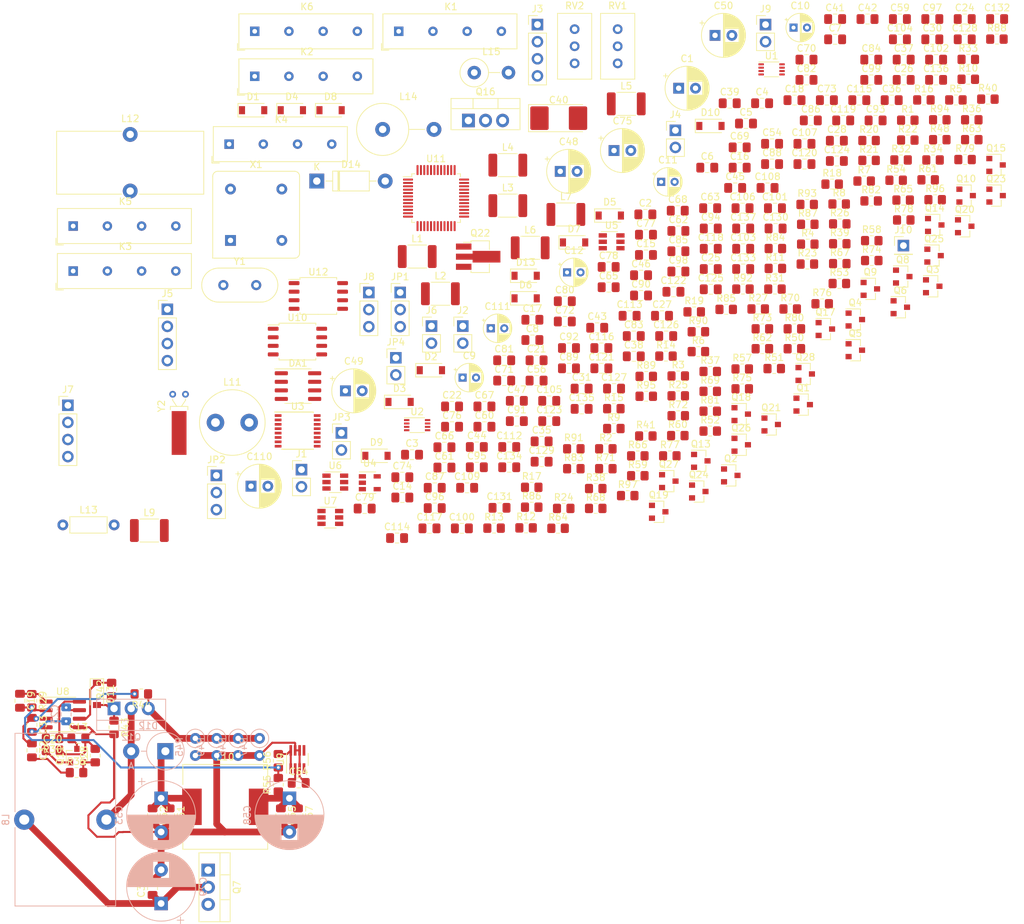
<source format=kicad_pcb>
(kicad_pcb (version 20171130) (host pcbnew 5.1.10-1.fc34)
  (layers (0 F.Cu signal) (31 B.Cu signal) (34 B.Paste user) (35 F.Paste user) (36 B.SilkS user) (37 F.SilkS user) (38 B.Mask user) (39 F.Mask user) (44 Edge.Cuts user))
  (net 0 "")
  (net 1 GND)
  (net 2 "Net-(C13-Pad1)")
  (net 3 ANT_3.5)
  (net 4 "Net-(C27-Pad2)")
  (net 5 "Net-(DA1-Pad2)")
  (net 6 "Net-(DA1-Pad6)")
  (net 7 "Net-(K1-Pad5)")
  (net 8 "Net-(K2-Pad5)")
  (net 9 "Net-(K3-Pad5)")
  (net 10 "Net-(K4-Pad5)")
  (net 11 "Net-(K5-Pad5)")
  (net 12 "Net-(Q5-Pad1)")
  (net 13 "Net-(R1-Pad1)")
  (net 14 "Net-(R2-Pad1)")
  (net 15 "Net-(R3-Pad1)")
  (net 16 "Net-(U2-Pad6)")
  (net 17 "Net-(U3-Pad6)")
  (net 18 "Net-(X1-Pad1)")
  (net 19 "Net-(C37-Pad2)")
  (net 20 "Net-(C38-Pad2)")
  (net 21 "Net-(C39-Pad2)")
  (net 22 PWR_3.5_12)
  (net 23 "Net-(C20-Pad1)")
  (net 24 "Net-(C22-Pad1)")
  (net 25 "Net-(C24-Pad1)")
  (net 26 PWR_3.5_OUT)
  (net 27 "Net-(C27-Pad1)")
  (net 28 PWR_144_5)
  (net 29 PWR_144_OUT)
  (net 30 PWR_3.5_5)
  (net 31 "Net-(C54-Pad1)")
  (net 32 "Net-(C61-Pad2)")
  (net 33 "Net-(C65-Pad2)")
  (net 34 "Net-(C69-Pad2)")
  (net 35 "Net-(C77-Pad2)")
  (net 36 Manipulation)
  (net 37 "Net-(K6-Pad5)")
  (net 38 "Net-(Q2-Pad1)")
  (net 39 "Net-(Q5-Pad3)")
  (net 40 "Net-(Q8-Pad1)")
  (net 41 "Net-(Q9-Pad1)")
  (net 42 "Net-(Q10-Pad1)")
  (net 43 BATT_7.4V)
  (net 44 REG_3.3V)
  (net 45 REG_5V)
  (net 46 ADC_UBATT)
  (net 47 POWERS_3.5)
  (net 48 "Net-(C19-Pad2)")
  (net 49 "Net-(C19-Pad1)")
  (net 50 "Net-(C21-Pad2)")
  (net 51 "Net-(C24-Pad2)")
  (net 52 "Net-(C25-Pad2)")
  (net 53 "Net-(C26-Pad2)")
  (net 54 "Net-(C26-Pad1)")
  (net 55 "Net-(C28-Pad2)")
  (net 56 "Net-(C28-Pad1)")
  (net 57 "Net-(C31-Pad1)")
  (net 58 "Net-(C32-Pad2)")
  (net 59 "Net-(C32-Pad1)")
  (net 60 "Net-(C36-Pad1)")
  (net 61 DISPLAY_4V)
  (net 62 "Net-(C44-Pad1)")
  (net 63 "Net-(C51-Pad1)")
  (net 64 "Net-(C54-Pad2)")
  (net 65 "Net-(C56-Pad1)")
  (net 66 "Net-(C61-Pad1)")
  (net 67 "Net-(C62-Pad1)")
  (net 68 "Net-(C63-Pad1)")
  (net 69 "Net-(C65-Pad1)")
  (net 70 "Net-(C66-Pad1)")
  (net 71 "Net-(C69-Pad1)")
  (net 72 RESET)
  (net 73 "Net-(C73-Pad1)")
  (net 74 ENCODER_BTN)
  (net 75 "Net-(C77-Pad1)")
  (net 76 ENCODER_R)
  (net 77 "Net-(C79-Pad1)")
  (net 78 "Net-(C80-Pad1)")
  (net 79 ENCODER_L)
  (net 80 "Net-(C82-Pad1)")
  (net 81 "Net-(C83-Pad1)")
  (net 82 "Net-(C84-Pad2)")
  (net 83 "Net-(C84-Pad1)")
  (net 84 "Net-(C87-Pad2)")
  (net 85 "Net-(C88-Pad2)")
  (net 86 "Net-(C89-Pad2)")
  (net 87 "Net-(C90-Pad2)")
  (net 88 "Net-(C91-Pad2)")
  (net 89 "Net-(C92-Pad2)")
  (net 90 BTN_RIGHT)
  (net 91 BTN_LEFT)
  (net 92 "Net-(C97-Pad2)")
  (net 93 "Net-(C101-Pad1)")
  (net 94 "Net-(C102-Pad2)")
  (net 95 "Net-(C103-Pad2)")
  (net 96 "Net-(C104-Pad2)")
  (net 97 "Net-(C105-Pad2)")
  (net 98 "Net-(C106-Pad2)")
  (net 99 "Net-(C107-Pad2)")
  (net 100 "Net-(C113-Pad1)")
  (net 101 "Net-(C114-Pad2)")
  (net 102 "Net-(C115-Pad2)")
  (net 103 "Net-(C116-Pad2)")
  (net 104 "Net-(C117-Pad2)")
  (net 105 "Net-(C118-Pad2)")
  (net 106 "Net-(C119-Pad2)")
  (net 107 "Net-(C120-Pad2)")
  (net 108 "Net-(C121-Pad2)")
  (net 109 "Net-(C122-Pad2)")
  (net 110 "Net-(C123-Pad2)")
  (net 111 "Net-(C124-Pad2)")
  (net 112 "Net-(C125-Pad2)")
  (net 113 "Net-(C126-Pad2)")
  (net 114 "Net-(C127-Pad2)")
  (net 115 "Net-(C128-Pad2)")
  (net 116 "Net-(C129-Pad2)")
  (net 117 "Net-(C130-Pad2)")
  (net 118 "Net-(C131-Pad2)")
  (net 119 "Net-(C132-Pad2)")
  (net 120 "Net-(C133-Pad2)")
  (net 121 "Net-(C134-Pad2)")
  (net 122 "Net-(C135-Pad2)")
  (net 123 "Net-(C136-Pad2)")
  (net 124 "Net-(C137-Pad2)")
  (net 125 ACTIVATE_FOX)
  (net 126 COMM_5V_ENABLE)
  (net 127 ACTIVATE_3.5)
  (net 128 ACTIVATE_144)
  (net 129 "Net-(D4-Pad2)")
  (net 130 "Net-(D11-Pad2)")
  (net 131 "Net-(D11-Pad1)")
  (net 132 "Net-(D12-Pad2)")
  (net 133 "Net-(D13-Pad2)")
  (net 134 ADC_UANT)
  (net 135 FAIL_LED)
  (net 136 BT_TX)
  (net 137 BT_RX)
  (net 138 BT_5V)
  (net 139 DISPLAY_SDA)
  (net 140 DISPLAY_SCL)
  (net 141 BOOT0)
  (net 142 BOOT1)
  (net 143 MATCH_3)
  (net 144 SWDIO)
  (net 145 MATCH_4)
  (net 146 SWCLK)
  (net 147 MANIP_144)
  (net 148 "Net-(Q1-Pad3)")
  (net 149 "Net-(Q1-Pad1)")
  (net 150 "Net-(Q2-Pad3)")
  (net 151 "Net-(Q3-Pad3)")
  (net 152 "Net-(Q3-Pad1)")
  (net 153 "Net-(Q4-Pad3)")
  (net 154 "Net-(Q4-Pad1)")
  (net 155 "Net-(Q6-Pad3)")
  (net 156 "Net-(Q6-Pad1)")
  (net 157 "Net-(Q7-Pad1)")
  (net 158 "Net-(Q11-Pad2)")
  (net 159 "Net-(Q12-Pad3)")
  (net 160 "Net-(Q14-Pad1)")
  (net 161 "Net-(Q17-Pad3)")
  (net 162 "Net-(Q17-Pad1)")
  (net 163 "Net-(Q18-Pad1)")
  (net 164 "Net-(Q19-Pad3)")
  (net 165 "Net-(Q19-Pad1)")
  (net 166 "Net-(Q21-Pad1)")
  (net 167 "Net-(Q23-Pad1)")
  (net 168 "Net-(Q24-Pad1)")
  (net 169 "Net-(Q25-Pad1)")
  (net 170 "Net-(Q26-Pad1)")
  (net 171 "Net-(Q27-Pad1)")
  (net 172 "Net-(Q28-Pad1)")
  (net 173 DDS_SCLK)
  (net 174 DDS_SDATA)
  (net 175 DDS_FSYNC)
  (net 176 ENABLE_UBATT_CHECK)
  (net 177 ACTIVATE_DISPLAY)
  (net 178 "Net-(R25-Pad2)")
  (net 179 "Net-(R25-Pad1)")
  (net 180 "Net-(R26-Pad2)")
  (net 181 "Net-(R26-Pad1)")
  (net 182 "Net-(R27-Pad2)")
  (net 183 "Net-(R27-Pad1)")
  (net 184 "Net-(R33-Pad2)")
  (net 185 "Net-(R56-Pad2)")
  (net 186 ADC_U3.5_OUT)
  (net 187 ENABLE_BT)
  (net 188 "Net-(R70-Pad2)")
  (net 189 MATCH_5)
  (net 190 I2C2_SCL)
  (net 191 I2C2_SDA)
  (net 192 MATCH_2)
  (net 193 MATCH_1)
  (net 194 MATCH_0)
  (net 195 "Net-(U10-Pad8)")
  (net 196 "Net-(U11-Pad28)")
  (module Capacitor_THT:CP_Radial_D10.0mm_P5.00mm (layer B.Cu) (at 79.375 146.05 270)
    (fp_text reference C58 (at 2.5 6.25 90) (layer B.SilkS) (effects (justify mirror)))
    (fp_text value "1000uF x 25V")
    (pad 2 thru_hole circle (at 5 0 270) (size 2 2) (drill 1) (layers *.Cu *.Mask) (net 1 GND))
    (pad 1 thru_hole rect (at 0 0 270) (size 2 2) (drill 1) (layers *.Cu *.Mask) (net 26 PWR_3.5_OUT))
  )
  (module Capacitor_SMD:C_0805_2012Metric_Pad1.18x1.45mm_HandSolder (layer F.Cu) (at 80.645 148.59 270)
    (fp_text reference C57 (at 0 -1.68 90) (layer F.SilkS))
    (fp_text value 4.7uF)
    (pad 2 smd roundrect (at 1.0375 0 270) (size 1.175 1.45) (layers F.Cu F.Paste F.Mask) (roundrect_rratio 0.212766) (net 1 GND))
    (pad 1 smd roundrect (at -1.0375 0 270) (size 1.175 1.45) (layers F.Cu F.Paste F.Mask) (roundrect_rratio 0.212766) (net 26 PWR_3.5_OUT))
  )
  (module Capacitor_SMD:C_0805_2012Metric_Pad1.18x1.45mm_HandSolder (layer F.Cu) (at 78.105 148.59 270)
    (fp_text reference C55 (at 0 -1.68 90) (layer F.SilkS))
    (fp_text value 1nF)
    (pad 2 smd roundrect (at 1.0375 0 270) (size 1.175 1.45) (layers F.Cu F.Paste F.Mask) (roundrect_rratio 0.212766) (net 1 GND))
    (pad 1 smd roundrect (at -1.0375 0 270) (size 1.175 1.45) (layers F.Cu F.Paste F.Mask) (roundrect_rratio 0.212766) (net 26 PWR_3.5_OUT))
  )
  (module Inductor_SMD:L_1812_4532Metric_Pad1.30x3.40mm_HandSolder (layer F.Cu) (at 129.374759 42.96)
    (fp_text reference L5 (at 0 -2.65) (layer F.SilkS))
    (fp_text value 10uH)
    (pad 2 smd roundrect (at 2.225 0) (size 1.3 3.4) (layers F.Cu F.Paste F.Mask) (roundrect_rratio 0.192308) (net 44 REG_3.3V))
    (pad 1 smd roundrect (at -2.225 0) (size 1.3 3.4) (layers F.Cu F.Paste F.Mask) (roundrect_rratio 0.192308) (net 56 "Net-(C28-Pad1)"))
  )
  (module Inductor_SMD:L_1812_4532Metric_Pad1.30x3.40mm_HandSolder (layer F.Cu) (at 111.794759 52.06)
    (fp_text reference L4 (at 0 -2.65) (layer F.SilkS))
    (fp_text value 10uH)
    (pad 2 smd roundrect (at 2.225 0) (size 1.3 3.4) (layers F.Cu F.Paste F.Mask) (roundrect_rratio 0.192308) (net 61 DISPLAY_4V))
    (pad 1 smd roundrect (at -2.225 0) (size 1.3 3.4) (layers F.Cu F.Paste F.Mask) (roundrect_rratio 0.192308) (net 27 "Net-(C27-Pad1)"))
  )
  (module Inductor_SMD:L_1812_4532Metric_Pad1.30x3.40mm_HandSolder (layer F.Cu) (at 111.794759 58.07)
    (fp_text reference L3 (at 0 -2.65) (layer F.SilkS))
    (fp_text value 10uH)
    (pad 2 smd roundrect (at 2.225 0) (size 1.3 3.4) (layers F.Cu F.Paste F.Mask) (roundrect_rratio 0.192308) (net 45 REG_5V))
    (pad 1 smd roundrect (at -2.225 0) (size 1.3 3.4) (layers F.Cu F.Paste F.Mask) (roundrect_rratio 0.192308) (net 54 "Net-(C26-Pad1)"))
  )
  (module Inductor_SMD:L_1812_4532Metric_Pad1.30x3.40mm_HandSolder (layer F.Cu) (at 98.344759 65.63)
    (fp_text reference L1 (at 0 -2.65) (layer F.SilkS))
    (fp_text value 10uH)
    (pad 2 smd roundrect (at 2.225 0) (size 1.3 3.4) (layers F.Cu F.Paste F.Mask) (roundrect_rratio 0.192308) (net 129 "Net-(D4-Pad2)"))
    (pad 1 smd roundrect (at -2.225 0) (size 1.3 3.4) (layers F.Cu F.Paste F.Mask) (roundrect_rratio 0.192308) (net 47 POWERS_3.5))
  )
  (module Capacitor_Tantalum_SMD:CP_EIA-7132-28_AVX-C_Pad2.72x3.50mm_HandSolder (layer F.Cu) (at 119.354759 45.085)
    (fp_text reference C40 (at 0 -2.7) (layer F.SilkS))
    (fp_text value "10uFx25V tantalum")
    (pad 2 smd roundrect (at 2.8625 0) (size 2.725 3.5) (layers F.Cu F.Paste F.Mask) (roundrect_rratio 0.09174300000000001) (net 1 GND))
    (pad 1 smd roundrect (at -2.8625 0) (size 2.725 3.5) (layers F.Cu F.Paste F.Mask) (roundrect_rratio 0.09174300000000001) (net 22 PWR_3.5_12))
  )
  (module Crystal:Crystal_C26-LF_D2.1mm_L6.5mm_Horizontal_1EP_style1 (layer F.Cu) (at 62.044759 86.07)
    (fp_text reference Y2 (at -1.67 1.75 90) (layer F.SilkS))
    (fp_text value 32768Hz)
    (pad 3 smd rect (at 0.95 5.75) (size 2.2 6.5) (layers F.Cu F.Paste F.Mask))
    (pad 2 thru_hole circle (at 1.9 0) (size 1 1) (drill 0.5) (layers *.Cu *.Mask) (net 80 "Net-(C82-Pad1)"))
    (pad 1 thru_hole circle (at 0 0) (size 1 1) (drill 0.5) (layers *.Cu *.Mask) (net 81 "Net-(C83-Pad1)"))
  )
  (module Crystal:Crystal_HC49-U_Vertical (layer F.Cu) (at 69.564759 69.87)
    (fp_text reference Y1 (at 2.44 -3.525) (layer F.SilkS))
    (fp_text value 8MHz)
    (pad 2 thru_hole circle (at 4.88 0) (size 1.5 1.5) (drill 0.8) (layers *.Cu *.Mask) (net 77 "Net-(C79-Pad1)"))
    (pad 1 thru_hole circle (at 0 0) (size 1.5 1.5) (drill 0.8) (layers *.Cu *.Mask) (net 78 "Net-(C80-Pad1)"))
  )
  (module Oscillator:Oscillator_DIP-8 (layer F.Cu) (at 70.624759 63.23)
    (fp_text reference X1 (at 3.81 -11.26) (layer F.SilkS))
    (fp_text value 50MHz)
    (pad 4 thru_hole circle (at 7.62 0) (size 1.6 1.6) (drill 0.8) (layers *.Cu *.Mask) (net 1 GND))
    (pad 5 thru_hole circle (at 7.62 -7.62) (size 1.6 1.6) (drill 0.8) (layers *.Cu *.Mask) (net 17 "Net-(U3-Pad6)"))
    (pad 8 thru_hole circle (at 0 -7.62) (size 1.6 1.6) (drill 0.8) (layers *.Cu *.Mask) (net 45 REG_5V))
    (pad 1 thru_hole rect (at 0 0) (size 1.6 1.6) (drill 0.8) (layers *.Cu *.Mask) (net 18 "Net-(X1-Pad1)"))
  )
  (module Package_SO:SOIC-8_5.23x5.23mm_P1.27mm (layer F.Cu) (at 83.664759 71.48)
    (fp_text reference U12 (at 0 -3.56) (layer F.SilkS))
    (fp_text value CAT24C256)
    (pad 8 smd roundrect (at 3.6 -1.905) (size 1.6 0.6) (layers F.Cu F.Paste F.Mask) (net 44 REG_3.3V))
    (pad 7 smd roundrect (at 3.6 -0.635) (size 1.6 0.6) (layers F.Cu F.Paste F.Mask) (net 1 GND))
    (pad 6 smd roundrect (at 3.6 0.635) (size 1.6 0.6) (layers F.Cu F.Paste F.Mask) (net 190 I2C2_SCL))
    (pad 5 smd roundrect (at 3.6 1.905) (size 1.6 0.6) (layers F.Cu F.Paste F.Mask) (net 191 I2C2_SDA))
    (pad 4 smd roundrect (at -3.6 1.905) (size 1.6 0.6) (layers F.Cu F.Paste F.Mask) (net 1 GND))
    (pad 3 smd roundrect (at -3.6 0.635) (size 1.6 0.6) (layers F.Cu F.Paste F.Mask) (net 1 GND))
    (pad 2 smd roundrect (at -3.6 -0.635) (size 1.6 0.6) (layers F.Cu F.Paste F.Mask) (net 1 GND))
    (pad 1 smd roundrect (at -3.6 -1.905) (size 1.6 0.6) (layers F.Cu F.Paste F.Mask) (net 1 GND))
  )
  (module Package_QFP:LQFP-48_7x7mm_P0.5mm (layer F.Cu) (at 101.144759 56.95)
    (fp_text reference U11 (at 0 -5.85) (layer F.SilkS))
    (fp_text value STM32F103C8Tx)
    (pad 48 smd roundrect (at -2.75 -4.1625) (size 0.3 1.475) (layers F.Cu F.Paste F.Mask) (net 44 REG_3.3V))
    (pad 47 smd roundrect (at -2.25 -4.1625) (size 0.3 1.475) (layers F.Cu F.Paste F.Mask) (net 1 GND))
    (pad 46 smd roundrect (at -1.75 -4.1625) (size 0.3 1.475) (layers F.Cu F.Paste F.Mask) (net 187 ENABLE_BT))
    (pad 45 smd roundrect (at -1.25 -4.1625) (size 0.3 1.475) (layers F.Cu F.Paste F.Mask) (net 176 ENABLE_UBATT_CHECK))
    (pad 44 smd roundrect (at -0.75 -4.1625) (size 0.3 1.475) (layers F.Cu F.Paste F.Mask) (net 141 BOOT0))
    (pad 43 smd roundrect (at -0.25 -4.1625) (size 0.3 1.475) (layers F.Cu F.Paste F.Mask) (net 139 DISPLAY_SDA))
    (pad 42 smd roundrect (at 0.25 -4.1625) (size 0.3 1.475) (layers F.Cu F.Paste F.Mask) (net 140 DISPLAY_SCL))
    (pad 41 smd roundrect (at 0.75 -4.1625) (size 0.3 1.475) (layers F.Cu F.Paste F.Mask) (net 177 ACTIVATE_DISPLAY))
    (pad 40 smd roundrect (at 1.25 -4.1625) (size 0.3 1.475) (layers F.Cu F.Paste F.Mask) (net 128 ACTIVATE_144))
    (pad 39 smd roundrect (at 1.75 -4.1625) (size 0.3 1.475) (layers F.Cu F.Paste F.Mask) (net 125 ACTIVATE_FOX))
    (pad 38 smd roundrect (at 2.25 -4.1625) (size 0.3 1.475) (layers F.Cu F.Paste F.Mask) (net 189 MATCH_5))
    (pad 37 smd roundrect (at 2.75 -4.1625) (size 0.3 1.475) (layers F.Cu F.Paste F.Mask) (net 146 SWCLK))
    (pad 36 smd roundrect (at 4.1625 -2.75) (size 1.475 0.3) (layers F.Cu F.Paste F.Mask) (net 44 REG_3.3V))
    (pad 35 smd roundrect (at 4.1625 -2.25) (size 1.475 0.3) (layers F.Cu F.Paste F.Mask) (net 1 GND))
    (pad 34 smd roundrect (at 4.1625 -1.75) (size 1.475 0.3) (layers F.Cu F.Paste F.Mask) (net 144 SWDIO))
    (pad 33 smd roundrect (at 4.1625 -1.25) (size 1.475 0.3) (layers F.Cu F.Paste F.Mask) (net 192 MATCH_2))
    (pad 32 smd roundrect (at 4.1625 -0.75) (size 1.475 0.3) (layers F.Cu F.Paste F.Mask) (net 193 MATCH_1))
    (pad 31 smd roundrect (at 4.1625 -0.25) (size 1.475 0.3) (layers F.Cu F.Paste F.Mask) (net 137 BT_RX))
    (pad 30 smd roundrect (at 4.1625 0.25) (size 1.475 0.3) (layers F.Cu F.Paste F.Mask) (net 136 BT_TX))
    (pad 29 smd roundrect (at 4.1625 0.75) (size 1.475 0.3) (layers F.Cu F.Paste F.Mask) (net 175 DDS_FSYNC))
    (pad 28 smd roundrect (at 4.1625 1.25) (size 1.475 0.3) (layers F.Cu F.Paste F.Mask) (net 196 "Net-(U11-Pad28)"))
    (pad 27 smd roundrect (at 4.1625 1.75) (size 1.475 0.3) (layers F.Cu F.Paste F.Mask) (net 74 ENCODER_BTN))
    (pad 26 smd roundrect (at 4.1625 2.25) (size 1.475 0.3) (layers F.Cu F.Paste F.Mask) (net 76 ENCODER_R))
    (pad 25 smd roundrect (at 4.1625 2.75) (size 1.475 0.3) (layers F.Cu F.Paste F.Mask) (net 79 ENCODER_L))
    (pad 24 smd roundrect (at 2.75 4.1625) (size 0.3 1.475) (layers F.Cu F.Paste F.Mask) (net 44 REG_3.3V))
    (pad 23 smd roundrect (at 2.25 4.1625) (size 0.3 1.475) (layers F.Cu F.Paste F.Mask) (net 1 GND))
    (pad 22 smd roundrect (at 1.75 4.1625) (size 0.3 1.475) (layers F.Cu F.Paste F.Mask) (net 191 I2C2_SDA))
    (pad 21 smd roundrect (at 1.25 4.1625) (size 0.3 1.475) (layers F.Cu F.Paste F.Mask) (net 190 I2C2_SCL))
    (pad 20 smd roundrect (at 0.75 4.1625) (size 0.3 1.475) (layers F.Cu F.Paste F.Mask) (net 142 BOOT1))
    (pad 19 smd roundrect (at 0.25 4.1625) (size 0.3 1.475) (layers F.Cu F.Paste F.Mask) (net 127 ACTIVATE_3.5))
    (pad 18 smd roundrect (at -0.25 4.1625) (size 0.3 1.475) (layers F.Cu F.Paste F.Mask) (net 36 Manipulation))
    (pad 17 smd roundrect (at -0.75 4.1625) (size 0.3 1.475) (layers F.Cu F.Paste F.Mask) (net 174 DDS_SDATA))
    (pad 16 smd roundrect (at -1.25 4.1625) (size 0.3 1.475) (layers F.Cu F.Paste F.Mask) (net 90 BTN_RIGHT))
    (pad 15 smd roundrect (at -1.75 4.1625) (size 0.3 1.475) (layers F.Cu F.Paste F.Mask) (net 173 DDS_SCLK))
    (pad 14 smd roundrect (at -2.25 4.1625) (size 0.3 1.475) (layers F.Cu F.Paste F.Mask) (net 91 BTN_LEFT))
    (pad 13 smd roundrect (at -2.75 4.1625) (size 0.3 1.475) (layers F.Cu F.Paste F.Mask) (net 194 MATCH_0))
    (pad 12 smd roundrect (at -4.1625 2.75) (size 1.475 0.3) (layers F.Cu F.Paste F.Mask) (net 186 ADC_U3.5_OUT))
    (pad 11 smd roundrect (at -4.1625 2.25) (size 1.475 0.3) (layers F.Cu F.Paste F.Mask) (net 46 ADC_UBATT))
    (pad 10 smd roundrect (at -4.1625 1.75) (size 1.475 0.3) (layers F.Cu F.Paste F.Mask) (net 134 ADC_UANT))
    (pad 9 smd roundrect (at -4.1625 1.25) (size 1.475 0.3) (layers F.Cu F.Paste F.Mask) (net 44 REG_3.3V))
    (pad 8 smd roundrect (at -4.1625 0.75) (size 1.475 0.3) (layers F.Cu F.Paste F.Mask) (net 1 GND))
    (pad 7 smd roundrect (at -4.1625 0.25) (size 1.475 0.3) (layers F.Cu F.Paste F.Mask) (net 72 RESET))
    (pad 6 smd roundrect (at -4.1625 -0.25) (size 1.475 0.3) (layers F.Cu F.Paste F.Mask) (net 78 "Net-(C80-Pad1)"))
    (pad 5 smd roundrect (at -4.1625 -0.75) (size 1.475 0.3) (layers F.Cu F.Paste F.Mask) (net 77 "Net-(C79-Pad1)"))
    (pad 4 smd roundrect (at -4.1625 -1.25) (size 1.475 0.3) (layers F.Cu F.Paste F.Mask) (net 81 "Net-(C83-Pad1)"))
    (pad 3 smd roundrect (at -4.1625 -1.75) (size 1.475 0.3) (layers F.Cu F.Paste F.Mask) (net 80 "Net-(C82-Pad1)"))
    (pad 2 smd roundrect (at -4.1625 -2.25) (size 1.475 0.3) (layers F.Cu F.Paste F.Mask) (net 135 FAIL_LED))
    (pad 1 smd roundrect (at -4.1625 -2.75) (size 1.475 0.3) (layers F.Cu F.Paste F.Mask) (net 44 REG_3.3V))
  )
  (module Package_SO:SOIC-8_5.23x5.23mm_P1.27mm (layer F.Cu) (at 80.564759 78.25)
    (fp_text reference U10 (at 0 -3.56) (layer F.SilkS))
    (fp_text value ICS501)
    (pad 8 smd roundrect (at 3.6 -1.905) (size 1.6 0.6) (layers F.Cu F.Paste F.Mask) (net 195 "Net-(U10-Pad8)"))
    (pad 7 smd roundrect (at 3.6 -0.635) (size 1.6 0.6) (layers F.Cu F.Paste F.Mask) (net 188 "Net-(R70-Pad2)"))
    (pad 6 smd roundrect (at 3.6 0.635) (size 1.6 0.6) (layers F.Cu F.Paste F.Mask) (net 28 PWR_144_5))
    (pad 5 smd roundrect (at 3.6 1.905) (size 1.6 0.6) (layers F.Cu F.Paste F.Mask) (net 35 "Net-(C77-Pad2)"))
    (pad 4 smd roundrect (at -3.6 1.905) (size 1.6 0.6) (layers F.Cu F.Paste F.Mask) (net 28 PWR_144_5))
    (pad 3 smd roundrect (at -3.6 0.635) (size 1.6 0.6) (layers F.Cu F.Paste F.Mask) (net 1 GND))
    (pad 2 smd roundrect (at -3.6 -0.635) (size 1.6 0.6) (layers F.Cu F.Paste F.Mask) (net 28 PWR_144_5))
    (pad 1 smd roundrect (at -3.6 -1.905) (size 1.6 0.6) (layers F.Cu F.Paste F.Mask) (net 69 "Net-(C65-Pad1)"))
  )
  (module Package_TO_SOT_SMD:SOT-23-8_Handsoldering (layer F.Cu) (at 80.554 140.288 90)
    (fp_text reference U9 (at 0 -2.5 90) (layer F.SilkS))
    (fp_text value AD5245BRJZ10)
    (pad 8 smd rect (at 1.35 -0.98 90) (size 1.56 0.4) (layers F.Cu F.Paste F.Mask) (net 185 "Net-(R56-Pad2)"))
    (pad 7 smd rect (at 1.35 -0.33 90) (size 1.56 0.4) (layers F.Cu F.Paste F.Mask) (net 1 GND))
    (pad 6 smd rect (at 1.35 0.33 90) (size 1.56 0.4) (layers F.Cu F.Paste F.Mask) (net 1 GND))
    (pad 5 smd rect (at 1.35 0.98 90) (size 1.56 0.4) (layers F.Cu F.Paste F.Mask) (net 191 I2C2_SDA))
    (pad 4 smd rect (at -1.35 0.98 90) (size 1.56 0.4) (layers F.Cu F.Paste F.Mask) (net 190 I2C2_SCL))
    (pad 3 smd rect (at -1.35 0.33 90) (size 1.56 0.4) (layers F.Cu F.Paste F.Mask) (net 1 GND))
    (pad 2 smd rect (at -1.35 -0.33 90) (size 1.56 0.4) (layers F.Cu F.Paste F.Mask) (net 44 REG_3.3V))
    (pad 1 smd rect (at -1.35 -0.98 90) (size 1.56 0.4) (layers F.Cu F.Paste F.Mask) (net 185 "Net-(R56-Pad2)"))
  )
  (module Package_SO:SOIC-8_3.9x4.9mm_P1.27mm (layer F.Cu) (at 45.72 133.604)
    (fp_text reference U8 (at 0 -3.4) (layer F.SilkS))
    (fp_text value UC3843_SOIC8)
    (pad 8 smd roundrect (at 2.475 -1.905) (size 1.95 0.6) (layers F.Cu F.Paste F.Mask) (net 2 "Net-(C13-Pad1)"))
    (pad 7 smd roundrect (at 2.475 -0.635) (size 1.95 0.6) (layers F.Cu F.Paste F.Mask) (net 22 PWR_3.5_12))
    (pad 6 smd roundrect (at 2.475 0.635) (size 1.95 0.6) (layers F.Cu F.Paste F.Mask) (net 131 "Net-(D11-Pad1)"))
    (pad 5 smd roundrect (at 2.475 1.905) (size 1.95 0.6) (layers F.Cu F.Paste F.Mask) (net 1 GND))
    (pad 4 smd roundrect (at -2.475 1.905) (size 1.95 0.6) (layers F.Cu F.Paste F.Mask) (net 23 "Net-(C20-Pad1)"))
    (pad 3 smd roundrect (at -2.475 0.635) (size 1.95 0.6) (layers F.Cu F.Paste F.Mask) (net 59 "Net-(C32-Pad1)"))
    (pad 2 smd roundrect (at -2.475 -0.635) (size 1.95 0.6) (layers F.Cu F.Paste F.Mask) (net 48 "Net-(C19-Pad2)"))
    (pad 1 smd roundrect (at -2.475 -1.905) (size 1.95 0.6) (layers F.Cu F.Paste F.Mask) (net 49 "Net-(C19-Pad1)"))
  )
  (module Package_TO_SOT_SMD:TSOT-23-6 (layer F.Cu) (at 85.444759 104.36)
    (fp_text reference U7 (at 0 -2.45) (layer F.SilkS))
    (fp_text value LM2734X)
    (pad 6 smd rect (at 1.31 -0.95) (size 1.22 0.65) (layers F.Cu F.Paste F.Mask) (net 56 "Net-(C28-Pad1)"))
    (pad 5 smd rect (at 1.31 0) (size 1.22 0.65) (layers F.Cu F.Paste F.Mask) (net 43 BATT_7.4V))
    (pad 4 smd rect (at 1.31 0.95) (size 1.22 0.65) (layers F.Cu F.Paste F.Mask) (net 43 BATT_7.4V))
    (pad 3 smd rect (at -1.31 0.95) (size 1.22 0.65) (layers F.Cu F.Paste F.Mask) (net 21 "Net-(C39-Pad2)"))
    (pad 2 smd rect (at -1.31 0) (size 1.22 0.65) (layers F.Cu F.Paste F.Mask) (net 1 GND))
    (pad 1 smd rect (at -1.31 -0.95) (size 1.22 0.65) (layers F.Cu F.Paste F.Mask) (net 55 "Net-(C28-Pad2)"))
  )
  (module Package_TO_SOT_SMD:TSOT-23-6 (layer F.Cu) (at 86.184759 99.11)
    (fp_text reference U6 (at 0 -2.45) (layer F.SilkS))
    (fp_text value LM2734X)
    (pad 6 smd rect (at 1.31 -0.95) (size 1.22 0.65) (layers F.Cu F.Paste F.Mask) (net 27 "Net-(C27-Pad1)"))
    (pad 5 smd rect (at 1.31 0) (size 1.22 0.65) (layers F.Cu F.Paste F.Mask) (net 43 BATT_7.4V))
    (pad 4 smd rect (at 1.31 0.95) (size 1.22 0.65) (layers F.Cu F.Paste F.Mask) (net 177 ACTIVATE_DISPLAY))
    (pad 3 smd rect (at -1.31 0.95) (size 1.22 0.65) (layers F.Cu F.Paste F.Mask) (net 20 "Net-(C38-Pad2)"))
    (pad 2 smd rect (at -1.31 0) (size 1.22 0.65) (layers F.Cu F.Paste F.Mask) (net 1 GND))
    (pad 1 smd rect (at -1.31 -0.95) (size 1.22 0.65) (layers F.Cu F.Paste F.Mask) (net 4 "Net-(C27-Pad2)"))
  )
  (module Package_TO_SOT_SMD:TSOT-23-6 (layer F.Cu) (at 127.204759 63.44)
    (fp_text reference U5 (at 0 -2.45) (layer F.SilkS))
    (fp_text value LM2734X)
    (pad 6 smd rect (at 1.31 -0.95) (size 1.22 0.65) (layers F.Cu F.Paste F.Mask) (net 54 "Net-(C26-Pad1)"))
    (pad 5 smd rect (at 1.31 0) (size 1.22 0.65) (layers F.Cu F.Paste F.Mask) (net 43 BATT_7.4V))
    (pad 4 smd rect (at 1.31 0.95) (size 1.22 0.65) (layers F.Cu F.Paste F.Mask) (net 126 COMM_5V_ENABLE))
    (pad 3 smd rect (at -1.31 0.95) (size 1.22 0.65) (layers F.Cu F.Paste F.Mask) (net 19 "Net-(C37-Pad2)"))
    (pad 2 smd rect (at -1.31 0) (size 1.22 0.65) (layers F.Cu F.Paste F.Mask) (net 1 GND))
    (pad 1 smd rect (at -1.31 -0.95) (size 1.22 0.65) (layers F.Cu F.Paste F.Mask) (net 53 "Net-(C26-Pad2)"))
  )
  (module Package_TO_SOT_SMD:SOT-23-5 (layer F.Cu) (at 91.304759 99.21)
    (fp_text reference U4 (at 0 -2.9) (layer F.SilkS))
    (fp_text value LM27313XMF)
    (pad 5 smd rect (at 1.1 -0.95) (size 1.06 0.65) (layers F.Cu F.Paste F.Mask) (net 47 POWERS_3.5))
    (pad 4 smd rect (at 1.1 0.95) (size 1.06 0.65) (layers F.Cu F.Paste F.Mask) (net 47 POWERS_3.5))
    (pad 3 smd rect (at -1.1 0.95) (size 1.06 0.65) (layers F.Cu F.Paste F.Mask) (net 52 "Net-(C25-Pad2)"))
    (pad 2 smd rect (at -1.1 0) (size 1.06 0.65) (layers F.Cu F.Paste F.Mask) (net 1 GND))
    (pad 1 smd rect (at -1.1 -0.95) (size 1.06 0.65) (layers F.Cu F.Paste F.Mask) (net 129 "Net-(D4-Pad2)"))
  )
  (module Package_SO:SSOP-16_4.4x5.2mm_P0.65mm (layer F.Cu) (at 80.594759 91.51)
    (fp_text reference U3 (at 0 -3.65) (layer F.SilkS))
    (fp_text value AD9835)
    (pad 16 smd rect (at 2.9 -2.275) (size 1 0.4) (layers F.Cu F.Paste F.Mask) (net 50 "Net-(C21-Pad2)"))
    (pad 15 smd rect (at 2.9 -1.625) (size 1 0.4) (layers F.Cu F.Paste F.Mask) (net 45 REG_5V))
    (pad 14 smd rect (at 2.9 -0.975) (size 1 0.4) (layers F.Cu F.Paste F.Mask) (net 51 "Net-(C24-Pad2)"))
    (pad 13 smd rect (at 2.9 -0.325) (size 1 0.4) (layers F.Cu F.Paste F.Mask) (net 1 GND))
    (pad 12 smd rect (at 2.9 0.325) (size 1 0.4) (layers F.Cu F.Paste F.Mask) (net 1 GND))
    (pad 11 smd rect (at 2.9 0.975) (size 1 0.4) (layers F.Cu F.Paste F.Mask) (net 1 GND))
    (pad 10 smd rect (at 2.9 1.625) (size 1 0.4) (layers F.Cu F.Paste F.Mask) (net 1 GND))
    (pad 9 smd rect (at 2.9 2.275) (size 1 0.4) (layers F.Cu F.Paste F.Mask) (net 181 "Net-(R26-Pad1)"))
    (pad 8 smd rect (at -2.9 2.275) (size 1 0.4) (layers F.Cu F.Paste F.Mask) (net 179 "Net-(R25-Pad1)"))
    (pad 7 smd rect (at -2.9 1.625) (size 1 0.4) (layers F.Cu F.Paste F.Mask) (net 183 "Net-(R27-Pad1)"))
    (pad 6 smd rect (at -2.9 0.975) (size 1 0.4) (layers F.Cu F.Paste F.Mask) (net 17 "Net-(U3-Pad6)"))
    (pad 5 smd rect (at -2.9 0.325) (size 1 0.4) (layers F.Cu F.Paste F.Mask) (net 1 GND))
    (pad 4 smd rect (at -2.9 -0.325) (size 1 0.4) (layers F.Cu F.Paste F.Mask) (net 45 REG_5V))
    (pad 3 smd rect (at -2.9 -0.975) (size 1 0.4) (layers F.Cu F.Paste F.Mask) (net 24 "Net-(C22-Pad1)"))
    (pad 2 smd rect (at -2.9 -1.625) (size 1 0.4) (layers F.Cu F.Paste F.Mask) (net 24 "Net-(C22-Pad1)"))
    (pad 1 smd rect (at -2.9 -2.275) (size 1 0.4) (layers F.Cu F.Paste F.Mask) (net 184 "Net-(R33-Pad2)"))
  )
  (module Package_SO:VSSOP-8_2.3x2mm_P0.5mm (layer F.Cu) (at 98.334759 90.66)
    (fp_text reference U2 (at 0 -2) (layer F.SilkS))
    (fp_text value 74LVC2T45DC)
    (pad 8 smd rect (at 1.55 -0.75 270) (size 0.3 0.8) (layers F.Cu F.Paste F.Mask) (net 45 REG_5V))
    (pad 7 smd rect (at 1.55 -0.25 270) (size 0.3 0.8) (layers F.Cu F.Paste F.Mask) (net 180 "Net-(R26-Pad2)"))
    (pad 6 smd rect (at 1.55 0.25 270) (size 0.3 0.8) (layers F.Cu F.Paste F.Mask) (net 16 "Net-(U2-Pad6)"))
    (pad 5 smd rect (at 1.55 0.75 270) (size 0.3 0.8) (layers F.Cu F.Paste F.Mask) (net 44 REG_3.3V))
    (pad 4 smd rect (at -1.55 0.75 270) (size 0.3 0.8) (layers F.Cu F.Paste F.Mask) (net 1 GND))
    (pad 3 smd rect (at -1.55 0.25 270) (size 0.3 0.8) (layers F.Cu F.Paste F.Mask) (net 1 GND))
    (pad 2 smd rect (at -1.55 -0.25 270) (size 0.3 0.8) (layers F.Cu F.Paste F.Mask) (net 15 "Net-(R3-Pad1)"))
    (pad 1 smd rect (at -1.55 -0.75 270) (size 0.3 0.8) (layers F.Cu F.Paste F.Mask) (net 44 REG_3.3V))
  )
  (module Package_SO:VSSOP-8_2.3x2mm_P0.5mm (layer F.Cu) (at 150.954759 37.84)
    (fp_text reference U1 (at 0 -2) (layer F.SilkS))
    (fp_text value 74LVC2T45DC)
    (pad 8 smd rect (at 1.55 -0.75 270) (size 0.3 0.8) (layers F.Cu F.Paste F.Mask) (net 45 REG_5V))
    (pad 7 smd rect (at 1.55 -0.25 270) (size 0.3 0.8) (layers F.Cu F.Paste F.Mask) (net 182 "Net-(R27-Pad2)"))
    (pad 6 smd rect (at 1.55 0.25 270) (size 0.3 0.8) (layers F.Cu F.Paste F.Mask) (net 178 "Net-(R25-Pad2)"))
    (pad 5 smd rect (at 1.55 0.75 270) (size 0.3 0.8) (layers F.Cu F.Paste F.Mask) (net 44 REG_3.3V))
    (pad 4 smd rect (at -1.55 0.75 270) (size 0.3 0.8) (layers F.Cu F.Paste F.Mask) (net 1 GND))
    (pad 3 smd rect (at -1.55 0.25 270) (size 0.3 0.8) (layers F.Cu F.Paste F.Mask) (net 14 "Net-(R2-Pad1)"))
    (pad 2 smd rect (at -1.55 -0.25 270) (size 0.3 0.8) (layers F.Cu F.Paste F.Mask) (net 13 "Net-(R1-Pad1)"))
    (pad 1 smd rect (at -1.55 -0.75 270) (size 0.3 0.8) (layers F.Cu F.Paste F.Mask) (net 44 REG_3.3V))
  )
  (module Potentiometer_THT:Potentiometer_Bourns_3386C_Horizontal (layer F.Cu) (at 121.714759 31.87)
    (fp_text reference RV2 (at 0 -3.475) (layer F.SilkS))
    (fp_text value 20k)
    (pad 1 thru_hole circle (at 0 0) (size 1.44 1.44) (drill 0.8) (layers *.Cu *.Mask) (net 147 MANIP_144))
    (pad 2 thru_hole circle (at 0 2.54) (size 1.44 1.44) (drill 0.8) (layers *.Cu *.Mask) (net 83 "Net-(C84-Pad1)"))
    (pad 3 thru_hole circle (at 0 5.08) (size 1.44 1.44) (drill 0.8) (layers *.Cu *.Mask) (net 1 GND))
  )
  (module Potentiometer_THT:Potentiometer_Bourns_3386C_Horizontal (layer F.Cu) (at 128.104759 31.87)
    (fp_text reference RV1 (at 0 -3.475) (layer F.SilkS))
    (fp_text value 20k)
    (pad 1 thru_hole circle (at 0 0) (size 1.44 1.44) (drill 0.8) (layers *.Cu *.Mask) (net 1 GND))
    (pad 2 thru_hole circle (at 0 2.54) (size 1.44 1.44) (drill 0.8) (layers *.Cu *.Mask) (net 65 "Net-(C56-Pad1)"))
    (pad 3 thru_hole circle (at 0 5.08) (size 1.44 1.44) (drill 0.8) (layers *.Cu *.Mask) (net 68 "Net-(C63-Pad1)"))
  )
  (module Resistor_SMD:R_0805_2012Metric_Pad1.20x1.40mm_HandSolder (layer F.Cu) (at 129.594759 101.12)
    (fp_text reference R97 (at 0 -1.65) (layer F.SilkS))
    (fp_text value 100)
    (pad 2 smd roundrect (at 1 0) (size 1.2 1.4) (layers F.Cu F.Paste F.Mask) (roundrect_rratio 0.208333) (net 194 MATCH_0))
    (pad 1 smd roundrect (at -1 0) (size 1.2 1.4) (layers F.Cu F.Paste F.Mask) (roundrect_rratio 0.208333) (net 172 "Net-(Q28-Pad1)"))
  )
  (module Resistor_SMD:R_0805_2012Metric_Pad1.20x1.40mm_HandSolder (layer F.Cu) (at 175.234759 57.19)
    (fp_text reference R96 (at 0 -1.65) (layer F.SilkS))
    (fp_text value 100)
    (pad 2 smd roundrect (at 1 0) (size 1.2 1.4) (layers F.Cu F.Paste F.Mask) (roundrect_rratio 0.208333) (net 193 MATCH_1))
    (pad 1 smd roundrect (at -1 0) (size 1.2 1.4) (layers F.Cu F.Paste F.Mask) (roundrect_rratio 0.208333) (net 171 "Net-(Q27-Pad1)"))
  )
  (module Resistor_SMD:R_0805_2012Metric_Pad1.20x1.40mm_HandSolder (layer F.Cu) (at 132.344759 86.37)
    (fp_text reference R95 (at 0 -1.65) (layer F.SilkS))
    (fp_text value 100)
    (pad 2 smd roundrect (at 1 0) (size 1.2 1.4) (layers F.Cu F.Paste F.Mask) (roundrect_rratio 0.208333) (net 192 MATCH_2))
    (pad 1 smd roundrect (at -1 0) (size 1.2 1.4) (layers F.Cu F.Paste F.Mask) (roundrect_rratio 0.208333) (net 170 "Net-(Q26-Pad1)"))
  )
  (module Resistor_SMD:R_0805_2012Metric_Pad1.20x1.40mm_HandSolder (layer F.Cu) (at 175.924759 45.33)
    (fp_text reference R94 (at 0 -1.65) (layer F.SilkS))
    (fp_text value 100)
    (pad 2 smd roundrect (at 1 0) (size 1.2 1.4) (layers F.Cu F.Paste F.Mask) (roundrect_rratio 0.208333) (net 143 MATCH_3))
    (pad 1 smd roundrect (at -1 0) (size 1.2 1.4) (layers F.Cu F.Paste F.Mask) (roundrect_rratio 0.208333) (net 169 "Net-(Q25-Pad1)"))
  )
  (module Resistor_SMD:R_0805_2012Metric_Pad1.20x1.40mm_HandSolder (layer F.Cu) (at 156.234759 57.89)
    (fp_text reference R93 (at 0 -1.65) (layer F.SilkS))
    (fp_text value 100)
    (pad 2 smd roundrect (at 1 0) (size 1.2 1.4) (layers F.Cu F.Paste F.Mask) (roundrect_rratio 0.208333) (net 145 MATCH_4))
    (pad 1 smd roundrect (at -1 0) (size 1.2 1.4) (layers F.Cu F.Paste F.Mask) (roundrect_rratio 0.208333) (net 168 "Net-(Q24-Pad1)"))
  )
  (module Resistor_SMD:R_0805_2012Metric_Pad1.20x1.40mm_HandSolder (layer F.Cu) (at 146.704759 70.46)
    (fp_text reference R92 (at 0 -1.65) (layer F.SilkS))
    (fp_text value 4.7k)
    (pad 2 smd roundrect (at 1 0) (size 1.2 1.4) (layers F.Cu F.Paste F.Mask) (roundrect_rratio 0.208333) (net 191 I2C2_SDA))
    (pad 1 smd roundrect (at -1 0) (size 1.2 1.4) (layers F.Cu F.Paste F.Mask) (roundrect_rratio 0.208333) (net 44 REG_3.3V))
  )
  (module Resistor_SMD:R_0805_2012Metric_Pad1.20x1.40mm_HandSolder (layer F.Cu) (at 121.594759 94.17)
    (fp_text reference R91 (at 0 -1.65) (layer F.SilkS))
    (fp_text value 4.7k)
    (pad 2 smd roundrect (at 1 0) (size 1.2 1.4) (layers F.Cu F.Paste F.Mask) (roundrect_rratio 0.208333) (net 91 BTN_LEFT))
    (pad 1 smd roundrect (at -1 0) (size 1.2 1.4) (layers F.Cu F.Paste F.Mask) (roundrect_rratio 0.208333) (net 44 REG_3.3V))
  )
  (module Resistor_SMD:R_0805_2012Metric_Pad1.20x1.40mm_HandSolder (layer F.Cu) (at 140.084759 76.79)
    (fp_text reference R90 (at 0 -1.65) (layer F.SilkS))
    (fp_text value 4.7k)
    (pad 2 smd roundrect (at 1 0) (size 1.2 1.4) (layers F.Cu F.Paste F.Mask) (roundrect_rratio 0.208333) (net 190 I2C2_SCL))
    (pad 1 smd roundrect (at -1 0) (size 1.2 1.4) (layers F.Cu F.Paste F.Mask) (roundrect_rratio 0.208333) (net 44 REG_3.3V))
  )
  (module Resistor_SMD:R_0805_2012Metric_Pad1.20x1.40mm_HandSolder (layer F.Cu) (at 132.344759 83.42)
    (fp_text reference R89 (at 0 -1.65) (layer F.SilkS))
    (fp_text value 100)
    (pad 2 smd roundrect (at 1 0) (size 1.2 1.4) (layers F.Cu F.Paste F.Mask) (roundrect_rratio 0.208333) (net 189 MATCH_5))
    (pad 1 smd roundrect (at -1 0) (size 1.2 1.4) (layers F.Cu F.Paste F.Mask) (roundrect_rratio 0.208333) (net 167 "Net-(Q23-Pad1)"))
  )
  (module Resistor_SMD:R_0805_2012Metric_Pad1.20x1.40mm_HandSolder (layer F.Cu) (at 184.404759 33.35)
    (fp_text reference R88 (at 0 -1.65) (layer F.SilkS))
    (fp_text value 4.7k)
    (pad 2 smd roundrect (at 1 0) (size 1.2 1.4) (layers F.Cu F.Paste F.Mask) (roundrect_rratio 0.208333) (net 90 BTN_RIGHT))
    (pad 1 smd roundrect (at -1 0) (size 1.2 1.4) (layers F.Cu F.Paste F.Mask) (roundrect_rratio 0.208333) (net 44 REG_3.3V))
  )
  (module Resistor_SMD:R_0805_2012Metric_Pad1.20x1.40mm_HandSolder (layer F.Cu) (at 156.324759 60.84)
    (fp_text reference R87 (at 0 -1.65) (layer F.SilkS))
    (fp_text value 4.7k)
    (pad 2 smd roundrect (at 1 0) (size 1.2 1.4) (layers F.Cu F.Paste F.Mask) (roundrect_rratio 0.208333) (net 139 DISPLAY_SDA))
    (pad 1 smd roundrect (at -1 0) (size 1.2 1.4) (layers F.Cu F.Paste F.Mask) (roundrect_rratio 0.208333) (net 44 REG_3.3V))
  )
  (module Resistor_SMD:R_0805_2012Metric_Pad1.20x1.40mm_HandSolder (layer F.Cu) (at 115.344759 102.84)
    (fp_text reference R86 (at 0 -1.65) (layer F.SilkS))
    (fp_text value 4.7k)
    (pad 2 smd roundrect (at 1 0) (size 1.2 1.4) (layers F.Cu F.Paste F.Mask) (roundrect_rratio 0.208333) (net 140 DISPLAY_SCL))
    (pad 1 smd roundrect (at -1 0) (size 1.2 1.4) (layers F.Cu F.Paste F.Mask) (roundrect_rratio 0.208333) (net 44 REG_3.3V))
  )
  (module Resistor_SMD:R_0805_2012Metric_Pad1.20x1.40mm_HandSolder (layer F.Cu) (at 144.214759 73.47)
    (fp_text reference R85 (at 0 -1.65) (layer F.SilkS))
    (fp_text value 10)
    (pad 2 smd roundrect (at 1 0) (size 1.2 1.4) (layers F.Cu F.Paste F.Mask) (roundrect_rratio 0.208333) (net 164 "Net-(Q19-Pad3)"))
    (pad 1 smd roundrect (at -1 0) (size 1.2 1.4) (layers F.Cu F.Paste F.Mask) (roundrect_rratio 0.208333) (net 166 "Net-(Q21-Pad1)"))
  )
  (module Resistor_SMD:R_0805_2012Metric_Pad1.20x1.40mm_HandSolder (layer F.Cu) (at 151.514759 64.44)
    (fp_text reference R84 (at 0 -1.65) (layer F.SilkS))
    (fp_text value 4.7k)
    (pad 2 smd roundrect (at 1 0) (size 1.2 1.4) (layers F.Cu F.Paste F.Mask) (roundrect_rratio 0.208333) (net 79 ENCODER_L))
    (pad 1 smd roundrect (at -1 0) (size 1.2 1.4) (layers F.Cu F.Paste F.Mask) (roundrect_rratio 0.208333) (net 44 REG_3.3V))
  )
  (module Resistor_SMD:R_0805_2012Metric_Pad1.20x1.40mm_HandSolder (layer F.Cu) (at 121.594759 97.12)
    (fp_text reference R83 (at 0 -1.65) (layer F.SilkS))
    (fp_text value 1k)
    (pad 2 smd roundrect (at 1 0) (size 1.2 1.4) (layers F.Cu F.Paste F.Mask) (roundrect_rratio 0.208333) (net 1 GND))
    (pad 1 smd roundrect (at -1 0) (size 1.2 1.4) (layers F.Cu F.Paste F.Mask) (roundrect_rratio 0.208333) (net 75 "Net-(C77-Pad1)"))
  )
  (module Resistor_SMD:R_0805_2012Metric_Pad1.20x1.40mm_HandSolder (layer F.Cu) (at 165.734759 57.37)
    (fp_text reference R82 (at 0 -1.65) (layer F.SilkS))
    (fp_text value 6.2k)
    (pad 2 smd roundrect (at 1 0) (size 1.2 1.4) (layers F.Cu F.Paste F.Mask) (roundrect_rratio 0.208333) (net 75 "Net-(C77-Pad1)"))
    (pad 1 smd roundrect (at -1 0) (size 1.2 1.4) (layers F.Cu F.Paste F.Mask) (roundrect_rratio 0.208333) (net 28 PWR_144_5))
  )
  (module Resistor_SMD:R_0805_2012Metric_Pad1.20x1.40mm_HandSolder (layer F.Cu) (at 141.844759 88.59)
    (fp_text reference R81 (at 0 -1.65) (layer F.SilkS))
    (fp_text value 10k)
    (pad 2 smd roundrect (at 1 0) (size 1.2 1.4) (layers F.Cu F.Paste F.Mask) (roundrect_rratio 0.208333) (net 166 "Net-(Q21-Pad1)"))
    (pad 1 smd roundrect (at -1 0) (size 1.2 1.4) (layers F.Cu F.Paste F.Mask) (roundrect_rratio 0.208333) (net 28 PWR_144_5))
  )
  (module Resistor_SMD:R_0805_2012Metric_Pad1.20x1.40mm_HandSolder (layer F.Cu) (at 154.334759 76.36)
    (fp_text reference R80 (at 0 -1.65) (layer F.SilkS))
    (fp_text value 4.7k)
    (pad 2 smd roundrect (at 1 0) (size 1.2 1.4) (layers F.Cu F.Paste F.Mask) (roundrect_rratio 0.208333) (net 76 ENCODER_R))
    (pad 1 smd roundrect (at -1 0) (size 1.2 1.4) (layers F.Cu F.Paste F.Mask) (roundrect_rratio 0.208333) (net 44 REG_3.3V))
  )
  (module Resistor_SMD:R_0805_2012Metric_Pad1.20x1.40mm_HandSolder (layer F.Cu) (at 179.674759 51.23)
    (fp_text reference R79 (at 0 -1.65) (layer F.SilkS))
    (fp_text value 10k)
    (pad 2 smd roundrect (at 1 0) (size 1.2 1.4) (layers F.Cu F.Paste F.Mask) (roundrect_rratio 0.208333) (net 36 Manipulation))
    (pad 1 smd roundrect (at -1 0) (size 1.2 1.4) (layers F.Cu F.Paste F.Mask) (roundrect_rratio 0.208333) (net 165 "Net-(Q19-Pad1)"))
  )
  (module Resistor_SMD:R_0805_2012Metric_Pad1.20x1.40mm_HandSolder (layer F.Cu) (at 170.574759 60.2)
    (fp_text reference R78 (at 0 -1.65) (layer F.SilkS))
    (fp_text value 4.7k)
    (pad 2 smd roundrect (at 1 0) (size 1.2 1.4) (layers F.Cu F.Paste F.Mask) (roundrect_rratio 0.208333) (net 74 ENCODER_BTN))
    (pad 1 smd roundrect (at -1 0) (size 1.2 1.4) (layers F.Cu F.Paste F.Mask) (roundrect_rratio 0.208333) (net 44 REG_3.3V))
  )
  (module Resistor_SMD:R_0805_2012Metric_Pad1.20x1.40mm_HandSolder (layer F.Cu) (at 135.844759 95.22)
    (fp_text reference R77 (at 0 -1.65) (layer F.SilkS))
    (fp_text value 10k)
    (pad 2 smd roundrect (at 1 0) (size 1.2 1.4) (layers F.Cu F.Paste F.Mask) (roundrect_rratio 0.208333) (net 1 GND))
    (pad 1 smd roundrect (at -1 0) (size 1.2 1.4) (layers F.Cu F.Paste F.Mask) (roundrect_rratio 0.208333) (net 134 ADC_UANT))
  )
  (module Resistor_SMD:R_0805_2012Metric_Pad1.20x1.40mm_HandSolder (layer F.Cu) (at 158.464759 72.64)
    (fp_text reference R76 (at 0 -1.65) (layer F.SilkS))
    (fp_text value 33)
    (pad 2 smd roundrect (at 1 0) (size 1.2 1.4) (layers F.Cu F.Paste F.Mask) (roundrect_rratio 0.208333) (net 1 GND))
    (pad 1 smd roundrect (at -1 0) (size 1.2 1.4) (layers F.Cu F.Paste F.Mask) (roundrect_rratio 0.208333) (net 35 "Net-(C77-Pad2)"))
  )
  (module Resistor_SMD:R_0805_2012Metric_Pad1.20x1.40mm_HandSolder (layer F.Cu) (at 146.594759 85.27)
    (fp_text reference R75 (at 0 -1.65) (layer F.SilkS))
    (fp_text value 39k)
    (pad 2 smd roundrect (at 1 0) (size 1.2 1.4) (layers F.Cu F.Paste F.Mask) (roundrect_rratio 0.208333) (net 73 "Net-(C73-Pad1)"))
    (pad 1 smd roundrect (at -1 0) (size 1.2 1.4) (layers F.Cu F.Paste F.Mask) (roundrect_rratio 0.208333) (net 134 ADC_UANT))
  )
  (module Resistor_SMD:R_0805_2012Metric_Pad1.20x1.40mm_HandSolder (layer F.Cu) (at 165.824759 66.22)
    (fp_text reference R74 (at 0 -1.65) (layer F.SilkS))
    (fp_text value 10)
    (pad 2 smd roundrect (at 1 0) (size 1.2 1.4) (layers F.Cu F.Paste F.Mask) (roundrect_rratio 0.208333) (net 161 "Net-(Q17-Pad3)"))
    (pad 1 smd roundrect (at -1 0) (size 1.2 1.4) (layers F.Cu F.Paste F.Mask) (roundrect_rratio 0.208333) (net 163 "Net-(Q18-Pad1)"))
  )
  (module Resistor_SMD:R_0805_2012Metric_Pad1.20x1.40mm_HandSolder (layer F.Cu) (at 149.584759 76.36)
    (fp_text reference R73 (at 0 -1.65) (layer F.SilkS))
    (fp_text value 4.7k)
    (pad 2 smd roundrect (at 1 0) (size 1.2 1.4) (layers F.Cu F.Paste F.Mask) (roundrect_rratio 0.208333) (net 72 RESET))
    (pad 1 smd roundrect (at -1 0) (size 1.2 1.4) (layers F.Cu F.Paste F.Mask) (roundrect_rratio 0.208333) (net 44 REG_3.3V))
  )
  (module Resistor_SMD:R_0805_2012Metric_Pad1.20x1.40mm_HandSolder (layer F.Cu) (at 137.094759 89.26)
    (fp_text reference R72 (at 0 -1.65) (layer F.SilkS))
    (fp_text value 11k)
    (pad 2 smd roundrect (at 1 0) (size 1.2 1.4) (layers F.Cu F.Paste F.Mask) (roundrect_rratio 0.208333) (net 1 GND))
    (pad 1 smd roundrect (at -1 0) (size 1.2 1.4) (layers F.Cu F.Paste F.Mask) (roundrect_rratio 0.208333) (net 133 "Net-(D13-Pad2)"))
  )
  (module Resistor_SMD:R_0805_2012Metric_Pad1.20x1.40mm_HandSolder (layer F.Cu) (at 126.344759 97.12)
    (fp_text reference R71 (at 0 -1.65) (layer F.SilkS))
    (fp_text value 220k)
    (pad 2 smd roundrect (at 1 0) (size 1.2 1.4) (layers F.Cu F.Paste F.Mask) (roundrect_rratio 0.208333) (net 133 "Net-(D13-Pad2)"))
    (pad 1 smd roundrect (at -1 0) (size 1.2 1.4) (layers F.Cu F.Paste F.Mask) (roundrect_rratio 0.208333) (net 3 ANT_3.5))
  )
  (module Resistor_SMD:R_0805_2012Metric_Pad1.20x1.40mm_HandSolder (layer F.Cu) (at 153.714759 73.41)
    (fp_text reference R70 (at 0 -1.65) (layer F.SilkS))
    (fp_text value 4.7k)
    (pad 2 smd roundrect (at 1 0) (size 1.2 1.4) (layers F.Cu F.Paste F.Mask) (roundrect_rratio 0.208333) (net 188 "Net-(R70-Pad2)"))
    (pad 1 smd roundrect (at -1 0) (size 1.2 1.4) (layers F.Cu F.Paste F.Mask) (roundrect_rratio 0.208333) (net 28 PWR_144_5))
  )
  (module Resistor_SMD:R_0805_2012Metric_Pad1.20x1.40mm_HandSolder (layer F.Cu) (at 141.844759 85.64)
    (fp_text reference R69 (at 0 -1.65) (layer F.SilkS))
    (fp_text value 10k)
    (pad 2 smd roundrect (at 1 0) (size 1.2 1.4) (layers F.Cu F.Paste F.Mask) (roundrect_rratio 0.208333) (net 163 "Net-(Q18-Pad1)"))
    (pad 1 smd roundrect (at -1 0) (size 1.2 1.4) (layers F.Cu F.Paste F.Mask) (roundrect_rratio 0.208333) (net 45 REG_5V))
  )
  (module Resistor_SMD:R_0805_2012Metric_Pad1.20x1.40mm_HandSolder (layer F.Cu) (at 124.844759 103.02)
    (fp_text reference R68 (at 0 -1.65) (layer F.SilkS))
    (fp_text value 10k)
    (pad 2 smd roundrect (at 1 0) (size 1.2 1.4) (layers F.Cu F.Paste F.Mask) (roundrect_rratio 0.208333) (net 187 ENABLE_BT))
    (pad 1 smd roundrect (at -1 0) (size 1.2 1.4) (layers F.Cu F.Paste F.Mask) (roundrect_rratio 0.208333) (net 162 "Net-(Q17-Pad1)"))
  )
  (module Resistor_SMD:R_0805_2012Metric_Pad1.20x1.40mm_HandSolder (layer F.Cu) (at 161.074759 66.68)
    (fp_text reference R67 (at 0 -1.65) (layer F.SilkS))
    (fp_text value 4.7k)
    (pad 2 smd roundrect (at 1 0) (size 1.2 1.4) (layers F.Cu F.Paste F.Mask) (roundrect_rratio 0.208333) (net 1 GND))
    (pad 1 smd roundrect (at -1 0) (size 1.2 1.4) (layers F.Cu F.Paste F.Mask) (roundrect_rratio 0.208333) (net 186 ADC_U3.5_OUT))
  )
  (module Resistor_SMD:R_0805_2012Metric_Pad1.20x1.40mm_HandSolder (layer F.Cu) (at 131.094759 95.22)
    (fp_text reference R66 (at 0 -1.65) (layer F.SilkS))
    (fp_text value 33k)
    (pad 2 smd roundrect (at 1 0) (size 1.2 1.4) (layers F.Cu F.Paste F.Mask) (roundrect_rratio 0.208333) (net 186 ADC_U3.5_OUT))
    (pad 1 smd roundrect (at -1 0) (size 1.2 1.4) (layers F.Cu F.Paste F.Mask) (roundrect_rratio 0.208333) (net 26 PWR_3.5_OUT))
  )
  (module Resistor_SMD:R_0805_2012Metric_Pad1.20x1.40mm_HandSolder (layer F.Cu) (at 170.484759 57.25)
    (fp_text reference R65 (at 0 -1.65) (layer F.SilkS))
    (fp_text value 4.7k)
    (pad 2 smd roundrect (at 1 0) (size 1.2 1.4) (layers F.Cu F.Paste F.Mask) (roundrect_rratio 0.208333) (net 1 GND))
    (pad 1 smd roundrect (at -1 0) (size 1.2 1.4) (layers F.Cu F.Paste F.Mask) (roundrect_rratio 0.208333) (net 69 "Net-(C65-Pad1)"))
  )
  (module Resistor_SMD:R_0805_2012Metric_Pad1.20x1.40mm_HandSolder (layer F.Cu) (at 119.254759 105.97)
    (fp_text reference R64 (at 0 -1.65) (layer F.SilkS))
    (fp_text value 4.7k)
    (pad 2 smd roundrect (at 1 0) (size 1.2 1.4) (layers F.Cu F.Paste F.Mask) (roundrect_rratio 0.208333) (net 69 "Net-(C65-Pad1)"))
    (pad 1 smd roundrect (at -1 0) (size 1.2 1.4) (layers F.Cu F.Paste F.Mask) (roundrect_rratio 0.208333) (net 28 PWR_144_5))
  )
  (module Resistor_SMD:R_0805_2012Metric_Pad1.20x1.40mm_HandSolder (layer F.Cu) (at 180.674759 48.28)
    (fp_text reference R63 (at 0 -1.65) (layer F.SilkS))
    (fp_text value 2k)
    (pad 2 smd roundrect (at 1 0) (size 1.2 1.4) (layers F.Cu F.Paste F.Mask) (roundrect_rratio 0.208333) (net 1 GND))
    (pad 1 smd roundrect (at -1 0) (size 1.2 1.4) (layers F.Cu F.Paste F.Mask) (roundrect_rratio 0.208333) (net 5 "Net-(DA1-Pad2)"))
  )
  (module Resistor_SMD:R_0805_2012Metric_Pad1.20x1.40mm_HandSolder (layer F.Cu) (at 149.584759 79.31)
    (fp_text reference R62 (at 0 -1.65) (layer F.SilkS))
    (fp_text value 3.9k)
    (pad 2 smd roundrect (at 1 0) (size 1.2 1.4) (layers F.Cu F.Paste F.Mask) (roundrect_rratio 0.208333) (net 5 "Net-(DA1-Pad2)"))
    (pad 1 smd roundrect (at -1 0) (size 1.2 1.4) (layers F.Cu F.Paste F.Mask) (roundrect_rratio 0.208333) (net 6 "Net-(DA1-Pad6)"))
  )
  (module Resistor_SMD:R_0805_2012Metric_Pad1.20x1.40mm_HandSolder (layer F.Cu) (at 174.194759 54.24)
    (fp_text reference R61 (at 0 -1.65) (layer F.SilkS))
    (fp_text value 100)
    (pad 2 smd roundrect (at 1 0) (size 1.2 1.4) (layers F.Cu F.Paste F.Mask) (roundrect_rratio 0.208333) (net 1 GND))
    (pad 1 smd roundrect (at -1 0) (size 1.2 1.4) (layers F.Cu F.Paste F.Mask) (roundrect_rratio 0.208333) (net 70 "Net-(C66-Pad1)"))
  )
  (module Resistor_SMD:R_0805_2012Metric_Pad1.20x1.40mm_HandSolder (layer F.Cu) (at 137.034759 92.21)
    (fp_text reference R60 (at 0 -1.65) (layer F.SilkS))
    (fp_text value 1k)
    (pad 2 smd roundrect (at 1 0) (size 1.2 1.4) (layers F.Cu F.Paste F.Mask) (roundrect_rratio 0.208333) (net 33 "Net-(C65-Pad2)"))
    (pad 1 smd roundrect (at -1 0) (size 1.2 1.4) (layers F.Cu F.Paste F.Mask) (roundrect_rratio 0.208333) (net 28 PWR_144_5))
  )
  (module Resistor_SMD:R_0805_2012Metric_Pad1.20x1.40mm_HandSolder (layer F.Cu) (at 131.094759 98.17)
    (fp_text reference R59 (at 0 -1.65) (layer F.SilkS))
    (fp_text value 6.8k)
    (pad 2 smd roundrect (at 1 0) (size 1.2 1.4) (layers F.Cu F.Paste F.Mask) (roundrect_rratio 0.208333) (net 1 GND))
    (pad 1 smd roundrect (at -1 0) (size 1.2 1.4) (layers F.Cu F.Paste F.Mask) (roundrect_rratio 0.208333) (net 66 "Net-(C61-Pad1)"))
  )
  (module Resistor_SMD:R_0805_2012Metric_Pad1.20x1.40mm_HandSolder (layer F.Cu) (at 165.824759 63.27)
    (fp_text reference R58 (at 0 -1.65) (layer F.SilkS))
    (fp_text value 30k)
    (pad 2 smd roundrect (at 1 0) (size 1.2 1.4) (layers F.Cu F.Paste F.Mask) (roundrect_rratio 0.208333) (net 66 "Net-(C61-Pad1)"))
    (pad 1 smd roundrect (at -1 0) (size 1.2 1.4) (layers F.Cu F.Paste F.Mask) (roundrect_rratio 0.208333) (net 28 PWR_144_5))
  )
  (module Resistor_SMD:R_0805_2012Metric_Pad1.20x1.40mm_HandSolder (layer F.Cu) (at 146.594759 82.32)
    (fp_text reference R57 (at 0 -1.65) (layer F.SilkS))
    (fp_text value 56k)
    (pad 2 smd roundrect (at 1 0) (size 1.2 1.4) (layers F.Cu F.Paste F.Mask) (roundrect_rratio 0.208333) (net 68 "Net-(C63-Pad1)"))
    (pad 1 smd roundrect (at -1 0) (size 1.2 1.4) (layers F.Cu F.Paste F.Mask) (roundrect_rratio 0.208333) (net 22 PWR_3.5_12))
  )
  (module Resistor_SMD:R_0805_2012Metric_Pad1.20x1.40mm_HandSolder (layer F.Cu) (at 77.724 140.478 90)
    (fp_text reference R56 (at 0 -1.65 90) (layer F.SilkS))
    (fp_text value 4.3k)
    (pad 2 smd roundrect (at 1 0 90) (size 1.2 1.4) (layers F.Cu F.Paste F.Mask) (roundrect_rratio 0.208333) (net 185 "Net-(R56-Pad2)"))
    (pad 1 smd roundrect (at -1 0 90) (size 1.2 1.4) (layers F.Cu F.Paste F.Mask) (roundrect_rratio 0.208333) (net 48 "Net-(C19-Pad2)"))
  )
  (module Resistor_SMD:R_0805_2012Metric_Pad1.20x1.40mm_HandSolder (layer F.Cu) (at 77.724 144.034 90)
    (fp_text reference R55 (at 0 -1.65 90) (layer F.SilkS))
    (fp_text value 36k)
    (pad 2 smd roundrect (at 1 0 90) (size 1.2 1.4) (layers F.Cu F.Paste F.Mask) (roundrect_rratio 0.208333) (net 48 "Net-(C19-Pad2)"))
    (pad 1 smd roundrect (at -1 0 90) (size 1.2 1.4) (layers F.Cu F.Paste F.Mask) (roundrect_rratio 0.208333) (net 26 PWR_3.5_OUT))
  )
  (module Resistor_SMD:R_0805_2012Metric_Pad1.20x1.40mm_HandSolder (layer F.Cu) (at 169.444759 54.3)
    (fp_text reference R54 (at 0 -1.65) (layer F.SilkS))
    (fp_text value 100)
    (pad 2 smd roundrect (at 1 0) (size 1.2 1.4) (layers F.Cu F.Paste F.Mask) (roundrect_rratio 0.208333) (net 1 GND))
    (pad 1 smd roundrect (at -1 0) (size 1.2 1.4) (layers F.Cu F.Paste F.Mask) (roundrect_rratio 0.208333) (net 67 "Net-(C62-Pad1)"))
  )
  (module Resistor_SMD:R_0805_2012Metric_Pad1.20x1.40mm_HandSolder (layer F.Cu) (at 161.014759 69.63)
    (fp_text reference R53 (at 0 -1.65) (layer F.SilkS))
    (fp_text value 1k)
    (pad 2 smd roundrect (at 1 0) (size 1.2 1.4) (layers F.Cu F.Paste F.Mask) (roundrect_rratio 0.208333) (net 32 "Net-(C61-Pad2)"))
    (pad 1 smd roundrect (at -1 0) (size 1.2 1.4) (layers F.Cu F.Paste F.Mask) (roundrect_rratio 0.208333) (net 28 PWR_144_5))
  )
  (module Resistor_SMD:R_0805_2012Metric_Pad1.20x1.40mm_HandSolder (layer F.Cu) (at 141.844759 91.54)
    (fp_text reference R52 (at 0 -1.65) (layer F.SilkS))
    (fp_text value 100)
    (pad 2 smd roundrect (at 1 0) (size 1.2 1.4) (layers F.Cu F.Paste F.Mask) (roundrect_rratio 0.208333) (net 36 Manipulation))
    (pad 1 smd roundrect (at -1 0) (size 1.2 1.4) (layers F.Cu F.Paste F.Mask) (roundrect_rratio 0.208333) (net 160 "Net-(Q14-Pad1)"))
  )
  (module Resistor_SMD:R_0805_2012Metric_Pad1.20x1.40mm_HandSolder (layer F.Cu) (at 151.344759 82.26)
    (fp_text reference R51 (at 0 -1.65) (layer F.SilkS))
    (fp_text value 6.8k)
    (pad 2 smd roundrect (at 1 0) (size 1.2 1.4) (layers F.Cu F.Paste F.Mask) (roundrect_rratio 0.208333) (net 1 GND))
    (pad 1 smd roundrect (at -1 0) (size 1.2 1.4) (layers F.Cu F.Paste F.Mask) (roundrect_rratio 0.208333) (net 64 "Net-(C54-Pad2)"))
  )
  (module Resistor_SMD:R_0805_2012Metric_Pad1.20x1.40mm_HandSolder (layer F.Cu) (at 154.334759 79.31)
    (fp_text reference R50 (at 0 -1.65) (layer F.SilkS))
    (fp_text value 30k)
    (pad 2 smd roundrect (at 1 0) (size 1.2 1.4) (layers F.Cu F.Paste F.Mask) (roundrect_rratio 0.208333) (net 64 "Net-(C54-Pad2)"))
    (pad 1 smd roundrect (at -1 0) (size 1.2 1.4) (layers F.Cu F.Paste F.Mask) (roundrect_rratio 0.208333) (net 28 PWR_144_5))
  )
  (module Resistor_THT:R_Axial_DIN0207_L6.3mm_D2.5mm_P2.54mm_Vertical (layer B.Cu) (at 68.58 137.16 270)
    (fp_text reference R49 (at 1.27 2.37 90) (layer B.SilkS) (effects (justify mirror)))
    (fp_text value 1)
    (pad 2 thru_hole oval (at 2.54 0 270) (size 1.6 1.6) (drill 0.8) (layers *.Cu *.Mask) (net 1 GND))
    (pad 1 thru_hole circle (at 0 0 270) (size 1.6 1.6) (drill 0.8) (layers *.Cu *.Mask) (net 159 "Net-(Q12-Pad3)"))
  )
  (module Resistor_SMD:R_0805_2012Metric_Pad1.20x1.40mm_HandSolder (layer F.Cu) (at 175.924759 48.28)
    (fp_text reference R48 (at 0 -1.65) (layer F.SilkS))
    (fp_text value 4.7k)
    (pad 2 smd roundrect (at 1 0) (size 1.2 1.4) (layers F.Cu F.Paste F.Mask) (roundrect_rratio 0.208333) (net 1 GND))
    (pad 1 smd roundrect (at -1 0) (size 1.2 1.4) (layers F.Cu F.Paste F.Mask) (roundrect_rratio 0.208333) (net 31 "Net-(C54-Pad1)"))
  )
  (module Resistor_THT:R_Axial_DIN0207_L6.3mm_D2.5mm_P2.54mm_Vertical (layer B.Cu) (at 74.93 137.16 270)
    (fp_text reference R47 (at 1.27 2.37 90) (layer B.SilkS) (effects (justify mirror)))
    (fp_text value 1)
    (pad 2 thru_hole oval (at 2.54 0 270) (size 1.6 1.6) (drill 0.8) (layers *.Cu *.Mask) (net 1 GND))
    (pad 1 thru_hole circle (at 0 0 270) (size 1.6 1.6) (drill 0.8) (layers *.Cu *.Mask) (net 159 "Net-(Q12-Pad3)"))
  )
  (module Resistor_THT:R_Axial_DIN0207_L6.3mm_D2.5mm_P2.54mm_Vertical (layer B.Cu) (at 71.755 137.16 270)
    (fp_text reference R46 (at 1.27 2.37 90) (layer B.SilkS) (effects (justify mirror)))
    (fp_text value 1)
    (pad 2 thru_hole oval (at 2.54 0 270) (size 1.6 1.6) (drill 0.8) (layers *.Cu *.Mask) (net 1 GND))
    (pad 1 thru_hole circle (at 0 0 270) (size 1.6 1.6) (drill 0.8) (layers *.Cu *.Mask) (net 159 "Net-(Q12-Pad3)"))
  )
  (module Resistor_THT:R_Axial_DIN0207_L6.3mm_D2.5mm_P2.54mm_Vertical (layer B.Cu) (at 65.405 137.16 270)
    (fp_text reference R45 (at 1.27 2.37 90) (layer B.SilkS) (effects (justify mirror)))
    (fp_text value 1)
    (pad 2 thru_hole oval (at 2.54 0 270) (size 1.6 1.6) (drill 0.8) (layers *.Cu *.Mask) (net 1 GND))
    (pad 1 thru_hole circle (at 0 0 270) (size 1.6 1.6) (drill 0.8) (layers *.Cu *.Mask) (net 159 "Net-(Q12-Pad3)"))
  )
  (module Resistor_SMD:R_0805_2012Metric_Pad1.20x1.40mm_HandSolder (layer F.Cu) (at 57.388 130.556 180)
    (fp_text reference R44 (at 0 -1.65) (layer F.SilkS))
    (fp_text value 1k)
    (pad 2 smd roundrect (at 1 0 180) (size 1.2 1.4) (layers F.Cu F.Paste F.Mask) (roundrect_rratio 0.208333) (net 59 "Net-(C32-Pad1)"))
    (pad 1 smd roundrect (at -1 0 180) (size 1.2 1.4) (layers F.Cu F.Paste F.Mask) (roundrect_rratio 0.208333) (net 159 "Net-(Q12-Pad3)"))
  )
  (module Resistor_SMD:R_0805_2012Metric_Pad1.20x1.40mm_HandSolder (layer F.Cu) (at 53.34 135.525 270)
    (fp_text reference R43 (at 0 -1.65 90) (layer F.SilkS))
    (fp_text value 10k)
    (pad 2 smd roundrect (at 1 0 270) (size 1.2 1.4) (layers F.Cu F.Paste F.Mask) (roundrect_rratio 0.208333) (net 1 GND))
    (pad 1 smd roundrect (at -1 0 270) (size 1.2 1.4) (layers F.Cu F.Paste F.Mask) (roundrect_rratio 0.208333) (net 130 "Net-(D11-Pad2)"))
  )
  (module Resistor_SMD:R_0805_2012Metric_Pad1.20x1.40mm_HandSolder (layer F.Cu) (at 52.975 129.905 90)
    (fp_text reference R42 (at 0 -1.65 90) (layer F.SilkS))
    (fp_text value 10)
    (pad 2 smd roundrect (at 1 0 90) (size 1.2 1.4) (layers F.Cu F.Paste F.Mask) (roundrect_rratio 0.208333) (net 131 "Net-(D11-Pad1)"))
    (pad 1 smd roundrect (at -1 0 90) (size 1.2 1.4) (layers F.Cu F.Paste F.Mask) (roundrect_rratio 0.208333) (net 130 "Net-(D11-Pad2)"))
  )
  (module Resistor_SMD:R_0805_2012Metric_Pad1.20x1.40mm_HandSolder (layer F.Cu) (at 132.284759 92.27)
    (fp_text reference R41 (at 0 -1.65) (layer F.SilkS))
    (fp_text value 10k)
    (pad 2 smd roundrect (at 1 0) (size 1.2 1.4) (layers F.Cu F.Paste F.Mask) (roundrect_rratio 0.208333) (net 1 GND))
    (pad 1 smd roundrect (at -1 0) (size 1.2 1.4) (layers F.Cu F.Paste F.Mask) (roundrect_rratio 0.208333) (net 21 "Net-(C39-Pad2)"))
  )
  (module Resistor_SMD:R_0805_2012Metric_Pad1.20x1.40mm_HandSolder (layer F.Cu) (at 183.064759 42.26)
    (fp_text reference R40 (at 0 -1.65) (layer F.SilkS))
    (fp_text value 30k)
    (pad 2 smd roundrect (at 1 0) (size 1.2 1.4) (layers F.Cu F.Paste F.Mask) (roundrect_rratio 0.208333) (net 21 "Net-(C39-Pad2)"))
    (pad 1 smd roundrect (at -1 0) (size 1.2 1.4) (layers F.Cu F.Paste F.Mask) (roundrect_rratio 0.208333) (net 44 REG_3.3V))
  )
  (module Resistor_SMD:R_0805_2012Metric_Pad1.20x1.40mm_HandSolder (layer F.Cu) (at 161.074759 63.73)
    (fp_text reference R39 (at 0 -1.65) (layer F.SilkS))
    (fp_text value 10k)
    (pad 2 smd roundrect (at 1 0) (size 1.2 1.4) (layers F.Cu F.Paste F.Mask) (roundrect_rratio 0.208333) (net 1 GND))
    (pad 1 smd roundrect (at -1 0) (size 1.2 1.4) (layers F.Cu F.Paste F.Mask) (roundrect_rratio 0.208333) (net 20 "Net-(C38-Pad2)"))
  )
  (module Resistor_SMD:R_0805_2012Metric_Pad1.20x1.40mm_HandSolder (layer F.Cu) (at 124.844759 100.07)
    (fp_text reference R38 (at 0 -1.65) (layer F.SilkS))
    (fp_text value 39k)
    (pad 2 smd roundrect (at 1 0) (size 1.2 1.4) (layers F.Cu F.Paste F.Mask) (roundrect_rratio 0.208333) (net 20 "Net-(C38-Pad2)"))
    (pad 1 smd roundrect (at -1 0) (size 1.2 1.4) (layers F.Cu F.Paste F.Mask) (roundrect_rratio 0.208333) (net 61 DISPLAY_4V))
  )
  (module Resistor_SMD:R_0805_2012Metric_Pad1.20x1.40mm_HandSolder (layer F.Cu) (at 141.844759 82.69)
    (fp_text reference R37 (at 0 -1.65) (layer F.SilkS))
    (fp_text value 10k)
    (pad 2 smd roundrect (at 1 0) (size 1.2 1.4) (layers F.Cu F.Paste F.Mask) (roundrect_rratio 0.208333) (net 1 GND))
    (pad 1 smd roundrect (at -1 0) (size 1.2 1.4) (layers F.Cu F.Paste F.Mask) (roundrect_rratio 0.208333) (net 19 "Net-(C37-Pad2)"))
  )
  (module Resistor_SMD:R_0805_2012Metric_Pad1.20x1.40mm_HandSolder (layer F.Cu) (at 180.674759 45.33)
    (fp_text reference R36 (at 0 -1.65) (layer F.SilkS))
    (fp_text value 51k)
    (pad 2 smd roundrect (at 1 0) (size 1.2 1.4) (layers F.Cu F.Paste F.Mask) (roundrect_rratio 0.208333) (net 19 "Net-(C37-Pad2)"))
    (pad 1 smd roundrect (at -1 0) (size 1.2 1.4) (layers F.Cu F.Paste F.Mask) (roundrect_rratio 0.208333) (net 45 REG_5V))
  )
  (module Resistor_SMD:R_0805_2012Metric_Pad1.20x1.40mm_HandSolder (layer F.Cu) (at 47.768 142.24)
    (fp_text reference R35 (at 0 -1.65) (layer F.SilkS))
    (fp_text value 13k)
    (pad 2 smd roundrect (at 1 0) (size 1.2 1.4) (layers F.Cu F.Paste F.Mask) (roundrect_rratio 0.208333) (net 158 "Net-(Q11-Pad2)"))
    (pad 1 smd roundrect (at -1 0) (size 1.2 1.4) (layers F.Cu F.Paste F.Mask) (roundrect_rratio 0.208333) (net 58 "Net-(C32-Pad2)"))
  )
  (module Resistor_SMD:R_0805_2012Metric_Pad1.20x1.40mm_HandSolder (layer F.Cu) (at 174.924759 51.29)
    (fp_text reference R34 (at 0 -1.65) (layer F.SilkS))
    (fp_text value 120k)
    (pad 2 smd roundrect (at 1 0) (size 1.2 1.4) (layers F.Cu F.Paste F.Mask) (roundrect_rratio 0.208333) (net 52 "Net-(C25-Pad2)"))
    (pad 1 smd roundrect (at -1 0) (size 1.2 1.4) (layers F.Cu F.Paste F.Mask) (roundrect_rratio 0.208333) (net 22 PWR_3.5_12))
  )
  (module Resistor_SMD:R_0805_2012Metric_Pad1.20x1.40mm_HandSolder (layer F.Cu) (at 180.154759 36.36)
    (fp_text reference R33 (at 0 -1.65) (layer F.SilkS))
    (fp_text value 3.9k)
    (pad 2 smd roundrect (at 1 0) (size 1.2 1.4) (layers F.Cu F.Paste F.Mask) (roundrect_rratio 0.208333) (net 184 "Net-(R33-Pad2)"))
    (pad 1 smd roundrect (at -1 0) (size 1.2 1.4) (layers F.Cu F.Paste F.Mask) (roundrect_rratio 0.208333) (net 1 GND))
  )
  (module Resistor_SMD:R_0805_2012Metric_Pad1.20x1.40mm_HandSolder (layer F.Cu) (at 170.174759 51.29)
    (fp_text reference R32 (at 0 -1.65) (layer F.SilkS))
    (fp_text value 13k)
    (pad 2 smd roundrect (at 1 0) (size 1.2 1.4) (layers F.Cu F.Paste F.Mask) (roundrect_rratio 0.208333) (net 1 GND))
    (pad 1 smd roundrect (at -1 0) (size 1.2 1.4) (layers F.Cu F.Paste F.Mask) (roundrect_rratio 0.208333) (net 52 "Net-(C25-Pad2)"))
  )
  (module Resistor_SMD:R_0805_2012Metric_Pad1.20x1.40mm_HandSolder (layer F.Cu) (at 151.454759 70.46)
    (fp_text reference R31 (at 0 -1.65) (layer F.SilkS))
    (fp_text value 300)
    (pad 2 smd roundrect (at 1 0) (size 1.2 1.4) (layers F.Cu F.Paste F.Mask) (roundrect_rratio 0.208333) (net 1 GND))
    (pad 1 smd roundrect (at -1 0) (size 1.2 1.4) (layers F.Cu F.Paste F.Mask) (roundrect_rratio 0.208333) (net 51 "Net-(C24-Pad2)"))
  )
  (module Resistor_SMD:R_0805_2012Metric_Pad1.20x1.40mm_HandSolder (layer F.Cu) (at 44.212 137.16 180)
    (fp_text reference R30 (at 0 -1.65) (layer F.SilkS))
    (fp_text value 12k)
    (pad 2 smd roundrect (at 1 0 180) (size 1.2 1.4) (layers F.Cu F.Paste F.Mask) (roundrect_rratio 0.208333) (net 23 "Net-(C20-Pad1)"))
    (pad 1 smd roundrect (at -1 0 180) (size 1.2 1.4) (layers F.Cu F.Paste F.Mask) (roundrect_rratio 0.208333) (net 2 "Net-(C13-Pad1)"))
  )
  (module Resistor_SMD:R_0805_2012Metric_Pad1.20x1.40mm_HandSolder (layer F.Cu) (at 41.132 131.572 270)
    (fp_text reference R29 (at 0 -1.65 90) (layer F.SilkS))
    (fp_text value 150k)
    (pad 2 smd roundrect (at 1 0 270) (size 1.2 1.4) (layers F.Cu F.Paste F.Mask) (roundrect_rratio 0.208333) (net 48 "Net-(C19-Pad2)"))
    (pad 1 smd roundrect (at -1 0 270) (size 1.2 1.4) (layers F.Cu F.Paste F.Mask) (roundrect_rratio 0.208333) (net 49 "Net-(C19-Pad1)"))
  )
  (module Resistor_SMD:R_0805_2012Metric_Pad1.20x1.40mm_HandSolder (layer F.Cu) (at 50.546 139.716 90)
    (fp_text reference R28 (at 0 -1.65 90) (layer F.SilkS))
    (fp_text value 1.3k)
    (pad 2 smd roundrect (at 1 0 90) (size 1.2 1.4) (layers F.Cu F.Paste F.Mask) (roundrect_rratio 0.208333) (net 1 GND))
    (pad 1 smd roundrect (at -1 0 90) (size 1.2 1.4) (layers F.Cu F.Paste F.Mask) (roundrect_rratio 0.208333) (net 158 "Net-(Q11-Pad2)"))
  )
  (module Resistor_SMD:R_0805_2012Metric_Pad1.20x1.40mm_HandSolder (layer F.Cu) (at 148.964759 73.41)
    (fp_text reference R27 (at 0 -1.65) (layer F.SilkS))
    (fp_text value 100)
    (pad 2 smd roundrect (at 1 0) (size 1.2 1.4) (layers F.Cu F.Paste F.Mask) (roundrect_rratio 0.208333) (net 182 "Net-(R27-Pad2)"))
    (pad 1 smd roundrect (at -1 0) (size 1.2 1.4) (layers F.Cu F.Paste F.Mask) (roundrect_rratio 0.208333) (net 183 "Net-(R27-Pad1)"))
  )
  (module Resistor_SMD:R_0805_2012Metric_Pad1.20x1.40mm_HandSolder (layer F.Cu) (at 161.074759 60.78)
    (fp_text reference R26 (at 0 -1.65) (layer F.SilkS))
    (fp_text value 100)
    (pad 2 smd roundrect (at 1 0) (size 1.2 1.4) (layers F.Cu F.Paste F.Mask) (roundrect_rratio 0.208333) (net 180 "Net-(R26-Pad2)"))
    (pad 1 smd roundrect (at -1 0) (size 1.2 1.4) (layers F.Cu F.Paste F.Mask) (roundrect_rratio 0.208333) (net 181 "Net-(R26-Pad1)"))
  )
  (module Resistor_SMD:R_0805_2012Metric_Pad1.20x1.40mm_HandSolder (layer F.Cu) (at 137.094759 86.31)
    (fp_text reference R25 (at 0 -1.65) (layer F.SilkS))
    (fp_text value 100)
    (pad 2 smd roundrect (at 1 0) (size 1.2 1.4) (layers F.Cu F.Paste F.Mask) (roundrect_rratio 0.208333) (net 178 "Net-(R25-Pad2)"))
    (pad 1 smd roundrect (at -1 0) (size 1.2 1.4) (layers F.Cu F.Paste F.Mask) (roundrect_rratio 0.208333) (net 179 "Net-(R25-Pad1)"))
  )
  (module Resistor_SMD:R_0805_2012Metric_Pad1.20x1.40mm_HandSolder (layer F.Cu) (at 120.094759 103.02)
    (fp_text reference R24 (at 0 -1.65) (layer F.SilkS))
    (fp_text value 4.7k)
    (pad 2 smd roundrect (at 1 0) (size 1.2 1.4) (layers F.Cu F.Paste F.Mask) (roundrect_rratio 0.208333) (net 1 GND))
    (pad 1 smd roundrect (at -1 0) (size 1.2 1.4) (layers F.Cu F.Paste F.Mask) (roundrect_rratio 0.208333) (net 46 ADC_UBATT))
  )
  (module Resistor_SMD:R_0805_2012Metric_Pad1.20x1.40mm_HandSolder (layer F.Cu) (at 156.264759 66.74)
    (fp_text reference R23 (at 0 -1.65) (layer F.SilkS))
    (fp_text value 10k)
    (pad 2 smd roundrect (at 1 0) (size 1.2 1.4) (layers F.Cu F.Paste F.Mask) (roundrect_rratio 0.208333) (net 46 ADC_UBATT))
    (pad 1 smd roundrect (at -1 0) (size 1.2 1.4) (layers F.Cu F.Paste F.Mask) (roundrect_rratio 0.208333) (net 155 "Net-(Q6-Pad3)"))
  )
  (module Resistor_SMD:R_0805_2012Metric_Pad1.20x1.40mm_HandSolder (layer F.Cu) (at 171.174759 48.34)
    (fp_text reference R22 (at 0 -1.65) (layer F.SilkS))
    (fp_text value 10)
    (pad 2 smd roundrect (at 1 0) (size 1.2 1.4) (layers F.Cu F.Paste F.Mask) (roundrect_rratio 0.208333) (net 39 "Net-(Q5-Pad3)"))
    (pad 1 smd roundrect (at -1 0) (size 1.2 1.4) (layers F.Cu F.Paste F.Mask) (roundrect_rratio 0.208333) (net 42 "Net-(Q10-Pad1)"))
  )
  (module Resistor_SMD:R_0805_2012Metric_Pad1.20x1.40mm_HandSolder (layer F.Cu) (at 165.424759 51.35)
    (fp_text reference R21 (at 0 -1.65) (layer F.SilkS))
    (fp_text value 10)
    (pad 2 smd roundrect (at 1 0) (size 1.2 1.4) (layers F.Cu F.Paste F.Mask) (roundrect_rratio 0.208333) (net 153 "Net-(Q4-Pad3)"))
    (pad 1 smd roundrect (at -1 0) (size 1.2 1.4) (layers F.Cu F.Paste F.Mask) (roundrect_rratio 0.208333) (net 41 "Net-(Q9-Pad1)"))
  )
  (module Resistor_SMD:R_0805_2012Metric_Pad1.20x1.40mm_HandSolder (layer F.Cu) (at 165.424759 48.4)
    (fp_text reference R20 (at 0 -1.65) (layer F.SilkS))
    (fp_text value 10)
    (pad 2 smd roundrect (at 1 0) (size 1.2 1.4) (layers F.Cu F.Paste F.Mask) (roundrect_rratio 0.208333) (net 151 "Net-(Q3-Pad3)"))
    (pad 1 smd roundrect (at -1 0) (size 1.2 1.4) (layers F.Cu F.Paste F.Mask) (roundrect_rratio 0.208333) (net 40 "Net-(Q8-Pad1)"))
  )
  (module Resistor_SMD:R_0805_2012Metric_Pad1.20x1.40mm_HandSolder (layer F.Cu) (at 139.464759 73.84)
    (fp_text reference R19 (at 0 -1.65) (layer F.SilkS))
    (fp_text value 10)
    (pad 2 smd roundrect (at 1 0) (size 1.2 1.4) (layers F.Cu F.Paste F.Mask) (roundrect_rratio 0.208333) (net 150 "Net-(Q2-Pad3)"))
    (pad 1 smd roundrect (at -1 0) (size 1.2 1.4) (layers F.Cu F.Paste F.Mask) (roundrect_rratio 0.208333) (net 157 "Net-(Q7-Pad1)"))
  )
  (module Resistor_SMD:R_0805_2012Metric_Pad1.20x1.40mm_HandSolder (layer F.Cu) (at 159.944759 54.88)
    (fp_text reference R18 (at 0 -1.65) (layer F.SilkS))
    (fp_text value 10)
    (pad 2 smd roundrect (at 1 0) (size 1.2 1.4) (layers F.Cu F.Paste F.Mask) (roundrect_rratio 0.208333) (net 148 "Net-(Q1-Pad3)"))
    (pad 1 smd roundrect (at -1 0) (size 1.2 1.4) (layers F.Cu F.Paste F.Mask) (roundrect_rratio 0.208333) (net 156 "Net-(Q6-Pad1)"))
  )
  (module Resistor_SMD:R_0805_2012Metric_Pad1.20x1.40mm_HandSolder (layer F.Cu) (at 115.344759 99.89)
    (fp_text reference R17 (at 0 -1.65) (layer F.SilkS))
    (fp_text value 47k)
    (pad 2 smd roundrect (at 1 0) (size 1.2 1.4) (layers F.Cu F.Paste F.Mask) (roundrect_rratio 0.208333) (net 1 GND))
    (pad 1 smd roundrect (at -1 0) (size 1.2 1.4) (layers F.Cu F.Paste F.Mask) (roundrect_rratio 0.208333) (net 177 ACTIVATE_DISPLAY))
  )
  (module Resistor_SMD:R_0805_2012Metric_Pad1.20x1.40mm_HandSolder (layer F.Cu) (at 173.564759 42.38)
    (fp_text reference R16 (at 0 -1.65) (layer F.SilkS))
    (fp_text value 10k)
    (pad 2 smd roundrect (at 1 0) (size 1.2 1.4) (layers F.Cu F.Paste F.Mask) (roundrect_rratio 0.208333) (net 42 "Net-(Q10-Pad1)"))
    (pad 1 smd roundrect (at -1 0) (size 1.2 1.4) (layers F.Cu F.Paste F.Mask) (roundrect_rratio 0.208333) (net 45 REG_5V))
  )
  (module Resistor_SMD:R_0805_2012Metric_Pad1.20x1.40mm_HandSolder (layer F.Cu) (at 127.534759 88.21)
    (fp_text reference R15 (at 0 -1.65) (layer F.SilkS))
    (fp_text value 10k)
    (pad 2 smd roundrect (at 1 0) (size 1.2 1.4) (layers F.Cu F.Paste F.Mask) (roundrect_rratio 0.208333) (net 41 "Net-(Q9-Pad1)"))
    (pad 1 smd roundrect (at -1 0) (size 1.2 1.4) (layers F.Cu F.Paste F.Mask) (roundrect_rratio 0.208333) (net 43 BATT_7.4V))
  )
  (module Resistor_SMD:R_0805_2012Metric_Pad1.20x1.40mm_HandSolder (layer F.Cu) (at 135.274759 80.41)
    (fp_text reference R14 (at 0 -1.65) (layer F.SilkS))
    (fp_text value 10k)
    (pad 2 smd roundrect (at 1 0) (size 1.2 1.4) (layers F.Cu F.Paste F.Mask) (roundrect_rratio 0.208333) (net 40 "Net-(Q8-Pad1)"))
    (pad 1 smd roundrect (at -1 0) (size 1.2 1.4) (layers F.Cu F.Paste F.Mask) (roundrect_rratio 0.208333) (net 45 REG_5V))
  )
  (module Resistor_SMD:R_0805_2012Metric_Pad1.20x1.40mm_HandSolder (layer F.Cu) (at 109.754759 105.95)
    (fp_text reference R13 (at 0 -1.65) (layer F.SilkS))
    (fp_text value 10k)
    (pad 2 smd roundrect (at 1 0) (size 1.2 1.4) (layers F.Cu F.Paste F.Mask) (roundrect_rratio 0.208333) (net 157 "Net-(Q7-Pad1)"))
    (pad 1 smd roundrect (at -1 0) (size 1.2 1.4) (layers F.Cu F.Paste F.Mask) (roundrect_rratio 0.208333) (net 43 BATT_7.4V))
  )
  (module Resistor_SMD:R_0805_2012Metric_Pad1.20x1.40mm_HandSolder (layer F.Cu) (at 114.504759 105.91)
    (fp_text reference R12 (at 0 -1.65) (layer F.SilkS))
    (fp_text value 10k)
    (pad 2 smd roundrect (at 1 0) (size 1.2 1.4) (layers F.Cu F.Paste F.Mask) (roundrect_rratio 0.208333) (net 156 "Net-(Q6-Pad1)"))
    (pad 1 smd roundrect (at -1 0) (size 1.2 1.4) (layers F.Cu F.Paste F.Mask) (roundrect_rratio 0.208333) (net 43 BATT_7.4V))
  )
  (module Resistor_SMD:R_0805_2012Metric_Pad1.20x1.40mm_HandSolder (layer F.Cu) (at 151.514759 67.39)
    (fp_text reference R11 (at 0 -1.65) (layer F.SilkS))
    (fp_text value 47k)
    (pad 2 smd roundrect (at 1 0) (size 1.2 1.4) (layers F.Cu F.Paste F.Mask) (roundrect_rratio 0.208333) (net 1 GND))
    (pad 1 smd roundrect (at -1 0) (size 1.2 1.4) (layers F.Cu F.Paste F.Mask) (roundrect_rratio 0.208333) (net 128 ACTIVATE_144))
  )
  (module Resistor_SMD:R_0805_2012Metric_Pad1.20x1.40mm_HandSolder (layer F.Cu) (at 180.154759 39.31)
    (fp_text reference R10 (at 0 -1.65) (layer F.SilkS))
    (fp_text value 10k)
    (pad 2 smd roundrect (at 1 0) (size 1.2 1.4) (layers F.Cu F.Paste F.Mask) (roundrect_rratio 0.208333) (net 128 ACTIVATE_144))
    (pad 1 smd roundrect (at -1 0) (size 1.2 1.4) (layers F.Cu F.Paste F.Mask) (roundrect_rratio 0.208333) (net 12 "Net-(Q5-Pad1)"))
  )
  (module Resistor_SMD:R_0805_2012Metric_Pad1.20x1.40mm_HandSolder (layer F.Cu) (at 127.534759 91.16)
    (fp_text reference R9 (at 0 -1.65) (layer F.SilkS))
    (fp_text value 10k)
    (pad 2 smd roundrect (at 1 0) (size 1.2 1.4) (layers F.Cu F.Paste F.Mask) (roundrect_rratio 0.208333) (net 128 ACTIVATE_144))
    (pad 1 smd roundrect (at -1 0) (size 1.2 1.4) (layers F.Cu F.Paste F.Mask) (roundrect_rratio 0.208333) (net 154 "Net-(Q4-Pad1)"))
  )
  (module Resistor_SMD:R_0805_2012Metric_Pad1.20x1.40mm_HandSolder (layer F.Cu) (at 160.984759 57.83)
    (fp_text reference R8 (at 0 -1.65) (layer F.SilkS))
    (fp_text value 10k)
    (pad 2 smd roundrect (at 1 0) (size 1.2 1.4) (layers F.Cu F.Paste F.Mask) (roundrect_rratio 0.208333) (net 127 ACTIVATE_3.5))
    (pad 1 smd roundrect (at -1 0) (size 1.2 1.4) (layers F.Cu F.Paste F.Mask) (roundrect_rratio 0.208333) (net 152 "Net-(Q3-Pad1)"))
  )
  (module Resistor_SMD:R_0805_2012Metric_Pad1.20x1.40mm_HandSolder (layer F.Cu) (at 164.694759 54.42)
    (fp_text reference R7 (at 0 -1.65) (layer F.SilkS))
    (fp_text value 10k)
    (pad 2 smd roundrect (at 1 0) (size 1.2 1.4) (layers F.Cu F.Paste F.Mask) (roundrect_rratio 0.208333) (net 127 ACTIVATE_3.5))
    (pad 1 smd roundrect (at -1 0) (size 1.2 1.4) (layers F.Cu F.Paste F.Mask) (roundrect_rratio 0.208333) (net 38 "Net-(Q2-Pad1)"))
  )
  (module Resistor_SMD:R_0805_2012Metric_Pad1.20x1.40mm_HandSolder (layer F.Cu) (at 140.084759 79.74)
    (fp_text reference R6 (at 0 -1.65) (layer F.SilkS))
    (fp_text value 10k)
    (pad 2 smd roundrect (at 1 0) (size 1.2 1.4) (layers F.Cu F.Paste F.Mask) (roundrect_rratio 0.208333) (net 176 ENABLE_UBATT_CHECK))
    (pad 1 smd roundrect (at -1 0) (size 1.2 1.4) (layers F.Cu F.Paste F.Mask) (roundrect_rratio 0.208333) (net 149 "Net-(Q1-Pad1)"))
  )
  (module Resistor_SMD:R_0805_2012Metric_Pad1.20x1.40mm_HandSolder (layer F.Cu) (at 178.314759 42.38)
    (fp_text reference R5 (at 0 -1.65) (layer F.SilkS))
    (fp_text value 47k)
    (pad 2 smd roundrect (at 1 0) (size 1.2 1.4) (layers F.Cu F.Paste F.Mask) (roundrect_rratio 0.208333) (net 1 GND))
    (pad 1 smd roundrect (at -1 0) (size 1.2 1.4) (layers F.Cu F.Paste F.Mask) (roundrect_rratio 0.208333) (net 126 COMM_5V_ENABLE))
  )
  (module Resistor_SMD:R_0805_2012Metric_Pad1.20x1.40mm_HandSolder (layer F.Cu) (at 156.324759 63.79)
    (fp_text reference R4 (at 0 -1.65) (layer F.SilkS))
    (fp_text value 47k)
    (pad 2 smd roundrect (at 1 0) (size 1.2 1.4) (layers F.Cu F.Paste F.Mask) (roundrect_rratio 0.208333) (net 1 GND))
    (pad 1 smd roundrect (at -1 0) (size 1.2 1.4) (layers F.Cu F.Paste F.Mask) (roundrect_rratio 0.208333) (net 127 ACTIVATE_3.5))
  )
  (module Resistor_SMD:R_0805_2012Metric_Pad1.20x1.40mm_HandSolder (layer F.Cu) (at 137.094759 83.36)
    (fp_text reference R3 (at 0 -1.65) (layer F.SilkS))
    (fp_text value 100)
    (pad 2 smd roundrect (at 1 0) (size 1.2 1.4) (layers F.Cu F.Paste F.Mask) (roundrect_rratio 0.208333) (net 175 DDS_FSYNC))
    (pad 1 smd roundrect (at -1 0) (size 1.2 1.4) (layers F.Cu F.Paste F.Mask) (roundrect_rratio 0.208333) (net 15 "Net-(R3-Pad1)"))
  )
  (module Resistor_SMD:R_0805_2012Metric_Pad1.20x1.40mm_HandSolder (layer F.Cu) (at 126.344759 94.17)
    (fp_text reference R2 (at 0 -1.65) (layer F.SilkS))
    (fp_text value 100)
    (pad 2 smd roundrect (at 1 0) (size 1.2 1.4) (layers F.Cu F.Paste F.Mask) (roundrect_rratio 0.208333) (net 174 DDS_SDATA))
    (pad 1 smd roundrect (at -1 0) (size 1.2 1.4) (layers F.Cu F.Paste F.Mask) (roundrect_rratio 0.208333) (net 14 "Net-(R2-Pad1)"))
  )
  (module Resistor_SMD:R_0805_2012Metric_Pad1.20x1.40mm_HandSolder (layer F.Cu) (at 171.174759 45.39)
    (fp_text reference R1 (at 0 -1.65) (layer F.SilkS))
    (fp_text value 100)
    (pad 2 smd roundrect (at 1 0) (size 1.2 1.4) (layers F.Cu F.Paste F.Mask) (roundrect_rratio 0.208333) (net 173 DDS_SCLK))
    (pad 1 smd roundrect (at -1 0) (size 1.2 1.4) (layers F.Cu F.Paste F.Mask) (roundrect_rratio 0.208333) (net 13 "Net-(R1-Pad1)"))
  )
  (module Package_TO_SOT_SMD:SOT-23 (layer F.Cu) (at 155.944759 83.06)
    (fp_text reference Q28 (at 0 -2.5) (layer F.SilkS))
    (fp_text value IRLML2502)
    (pad 3 smd rect (at 1 0) (size 0.9 0.8) (layers F.Cu F.Paste F.Mask) (net 37 "Net-(K6-Pad5)"))
    (pad 2 smd rect (at -1 0.95) (size 0.9 0.8) (layers F.Cu F.Paste F.Mask) (net 1 GND))
    (pad 1 smd rect (at -1 -0.95) (size 0.9 0.8) (layers F.Cu F.Paste F.Mask) (net 172 "Net-(Q28-Pad1)"))
  )
  (module Package_TO_SOT_SMD:SOT-23 (layer F.Cu) (at 135.694759 98.97)
    (fp_text reference Q27 (at 0 -2.5) (layer F.SilkS))
    (fp_text value IRLML2502)
    (pad 3 smd rect (at 1 0) (size 0.9 0.8) (layers F.Cu F.Paste F.Mask) (net 11 "Net-(K5-Pad5)"))
    (pad 2 smd rect (at -1 0.95) (size 0.9 0.8) (layers F.Cu F.Paste F.Mask) (net 1 GND))
    (pad 1 smd rect (at -1 -0.95) (size 0.9 0.8) (layers F.Cu F.Paste F.Mask) (net 171 "Net-(Q27-Pad1)"))
  )
  (module Package_TO_SOT_SMD:SOT-23 (layer F.Cu) (at 146.444759 93.57)
    (fp_text reference Q26 (at 0 -2.5) (layer F.SilkS))
    (fp_text value IRLML2502)
    (pad 3 smd rect (at 1 0) (size 0.9 0.8) (layers F.Cu F.Paste F.Mask) (net 10 "Net-(K4-Pad5)"))
    (pad 2 smd rect (at -1 0.95) (size 0.9 0.8) (layers F.Cu F.Paste F.Mask) (net 1 GND))
    (pad 1 smd rect (at -1 -0.95) (size 0.9 0.8) (layers F.Cu F.Paste F.Mask) (net 170 "Net-(Q26-Pad1)"))
  )
  (module Package_TO_SOT_SMD:SOT-23 (layer F.Cu) (at 175.074759 65.49)
    (fp_text reference Q25 (at 0 -2.5) (layer F.SilkS))
    (fp_text value IRLML2502)
    (pad 3 smd rect (at 1 0) (size 0.9 0.8) (layers F.Cu F.Paste F.Mask) (net 9 "Net-(K3-Pad5)"))
    (pad 2 smd rect (at -1 0.95) (size 0.9 0.8) (layers F.Cu F.Paste F.Mask) (net 1 GND))
    (pad 1 smd rect (at -1 -0.95) (size 0.9 0.8) (layers F.Cu F.Paste F.Mask) (net 169 "Net-(Q25-Pad1)"))
  )
  (module Package_TO_SOT_SMD:SOT-23 (layer F.Cu) (at 140.144759 100.51)
    (fp_text reference Q24 (at 0 -2.5) (layer F.SilkS))
    (fp_text value IRLML2502)
    (pad 3 smd rect (at 1 0) (size 0.9 0.8) (layers F.Cu F.Paste F.Mask) (net 8 "Net-(K2-Pad5)"))
    (pad 2 smd rect (at -1 0.95) (size 0.9 0.8) (layers F.Cu F.Paste F.Mask) (net 1 GND))
    (pad 1 smd rect (at -1 -0.95) (size 0.9 0.8) (layers F.Cu F.Paste F.Mask) (net 168 "Net-(Q24-Pad1)"))
  )
  (module Package_TO_SOT_SMD:SOT-23 (layer F.Cu) (at 184.284759 56.58)
    (fp_text reference Q23 (at 0 -2.5) (layer F.SilkS))
    (fp_text value IRLML2502)
    (pad 3 smd rect (at 1 0) (size 0.9 0.8) (layers F.Cu F.Paste F.Mask) (net 7 "Net-(K1-Pad5)"))
    (pad 2 smd rect (at -1 0.95) (size 0.9 0.8) (layers F.Cu F.Paste F.Mask) (net 1 GND))
    (pad 1 smd rect (at -1 -0.95) (size 0.9 0.8) (layers F.Cu F.Paste F.Mask) (net 167 "Net-(Q23-Pad1)"))
  )
  (module Package_TO_SOT_SMD:SOT-89-3_Handsoldering (layer F.Cu) (at 107.394759 65.65)
    (fp_text reference Q22 (at 0.3 -3.5) (layer F.SilkS))
    (fp_text value AFT05MS003N)
    (pad 2 smd custom (at -2.0625 0) (size 2.475 0.9) (layers F.Cu F.Paste F.Mask) (net 1 GND) (options (clearance outline) (anchor rect)) (primitives (gr_poly (pts (xy 1.2375 -0.8665) (xy 5.3625 -0.8665) (xy 5.3625 0.8665) (xy 1.2375 0.8665)) (width 0))))
    (pad 3 smd rect (at -2.15 1.5) (size 2.3 0.9) (layers F.Cu F.Paste F.Mask) (net 92 "Net-(C97-Pad2)"))
    (pad 1 smd rect (at -2.15 -1.5) (size 2.3 0.9) (layers F.Cu F.Paste F.Mask) (net 83 "Net-(C84-Pad1)"))
  )
  (module Package_TO_SOT_SMD:SOT-23 (layer F.Cu) (at 150.894759 90.56)
    (fp_text reference Q21 (at 0 -2.5) (layer F.SilkS))
    (fp_text value IRLML6402)
    (pad 3 smd rect (at 1 0) (size 0.9 0.8) (layers F.Cu F.Paste F.Mask) (net 147 MANIP_144))
    (pad 2 smd rect (at -1 0.95) (size 0.9 0.8) (layers F.Cu F.Paste F.Mask) (net 28 PWR_144_5))
    (pad 1 smd rect (at -1 -0.95) (size 0.9 0.8) (layers F.Cu F.Paste F.Mask) (net 166 "Net-(Q21-Pad1)"))
  )
  (module Package_TO_SOT_SMD:SOT-23 (layer F.Cu) (at 179.624759 61.13)
    (fp_text reference Q20 (at 0 -2.5) (layer F.SilkS))
    (fp_text value BFS17)
    (pad 3 smd rect (at 1 0) (size 0.9 0.8) (layers F.Cu F.Paste F.Mask) (net 82 "Net-(C84-Pad2)"))
    (pad 2 smd rect (at -1 0.95) (size 0.9 0.8) (layers F.Cu F.Paste F.Mask) (net 1 GND))
    (pad 1 smd rect (at -1 -0.95) (size 0.9 0.8) (layers F.Cu F.Paste F.Mask) (net 75 "Net-(C77-Pad1)"))
  )
  (module Package_TO_SOT_SMD:SOT-23 (layer F.Cu) (at 134.194759 103.52)
    (fp_text reference Q19 (at 0 -2.5) (layer F.SilkS))
    (fp_text value BC847)
    (pad 3 smd rect (at 1 0) (size 0.9 0.8) (layers F.Cu F.Paste F.Mask) (net 164 "Net-(Q19-Pad3)"))
    (pad 2 smd rect (at -1 0.95) (size 0.9 0.8) (layers F.Cu F.Paste F.Mask) (net 1 GND))
    (pad 1 smd rect (at -1 -0.95) (size 0.9 0.8) (layers F.Cu F.Paste F.Mask) (net 165 "Net-(Q19-Pad1)"))
  )
  (module Package_TO_SOT_SMD:SOT-23 (layer F.Cu) (at 146.444759 89.02)
    (fp_text reference Q18 (at 0 -2.5) (layer F.SilkS))
    (fp_text value IRLML6402)
    (pad 3 smd rect (at 1 0) (size 0.9 0.8) (layers F.Cu F.Paste F.Mask) (net 138 BT_5V))
    (pad 2 smd rect (at -1 0.95) (size 0.9 0.8) (layers F.Cu F.Paste F.Mask) (net 45 REG_5V))
    (pad 1 smd rect (at -1 -0.95) (size 0.9 0.8) (layers F.Cu F.Paste F.Mask) (net 163 "Net-(Q18-Pad1)"))
  )
  (module Package_TO_SOT_SMD:SOT-23 (layer F.Cu) (at 158.934759 76.39)
    (fp_text reference Q17 (at 0 -2.5) (layer F.SilkS))
    (fp_text value BC847)
    (pad 3 smd rect (at 1 0) (size 0.9 0.8) (layers F.Cu F.Paste F.Mask) (net 161 "Net-(Q17-Pad3)"))
    (pad 2 smd rect (at -1 0.95) (size 0.9 0.8) (layers F.Cu F.Paste F.Mask) (net 1 GND))
    (pad 1 smd rect (at -1 -0.95) (size 0.9 0.8) (layers F.Cu F.Paste F.Mask) (net 162 "Net-(Q17-Pad1)"))
  )
  (module Package_TO_SOT_THT:TO-220-3_Vertical (layer F.Cu) (at 105.944759 45.43)
    (fp_text reference Q16 (at 2.54 -4.27) (layer F.SilkS))
    (fp_text value IRF610)
    (pad 3 thru_hole oval (at 5.08 0) (size 1.905 2) (drill 1.1) (layers *.Cu *.Mask) (net 1 GND))
    (pad 2 thru_hole oval (at 2.54 0) (size 1.905 2) (drill 1.1) (layers *.Cu *.Mask) (net 34 "Net-(C69-Pad2)"))
    (pad 1 thru_hole rect (at 0 0) (size 1.905 2) (drill 1.1) (layers *.Cu *.Mask) (net 6 "Net-(DA1-Pad6)"))
  )
  (module Package_TO_SOT_SMD:SOT-23 (layer F.Cu) (at 184.274759 52.03)
    (fp_text reference Q15 (at 0 -2.5) (layer F.SilkS))
    (fp_text value BC847)
    (pad 3 smd rect (at 1 0) (size 0.9 0.8) (layers F.Cu F.Paste F.Mask) (net 33 "Net-(C65-Pad2)"))
    (pad 2 smd rect (at -1 0.95) (size 0.9 0.8) (layers F.Cu F.Paste F.Mask) (net 70 "Net-(C66-Pad1)"))
    (pad 1 smd rect (at -1 -0.95) (size 0.9 0.8) (layers F.Cu F.Paste F.Mask) (net 66 "Net-(C61-Pad1)"))
  )
  (module Package_TO_SOT_SMD:SOT-23 (layer F.Cu) (at 175.174759 60.94)
    (fp_text reference Q14 (at 0 -2.5) (layer F.SilkS))
    (fp_text value BSS138)
    (pad 3 smd rect (at 1 0) (size 0.9 0.8) (layers F.Cu F.Paste F.Mask) (net 68 "Net-(C63-Pad1)"))
    (pad 2 smd rect (at -1 0.95) (size 0.9 0.8) (layers F.Cu F.Paste F.Mask) (net 1 GND))
    (pad 1 smd rect (at -1 -0.95) (size 0.9 0.8) (layers F.Cu F.Paste F.Mask) (net 160 "Net-(Q14-Pad1)"))
  )
  (module Package_TO_SOT_SMD:SOT-23 (layer F.Cu) (at 140.444759 95.96)
    (fp_text reference Q13 (at 0 -2.5) (layer F.SilkS))
    (fp_text value BC847)
    (pad 3 smd rect (at 1 0) (size 0.9 0.8) (layers F.Cu F.Paste F.Mask) (net 32 "Net-(C61-Pad2)"))
    (pad 2 smd rect (at -1 0.95) (size 0.9 0.8) (layers F.Cu F.Paste F.Mask) (net 67 "Net-(C62-Pad1)"))
    (pad 1 smd rect (at -1 -0.95) (size 0.9 0.8) (layers F.Cu F.Paste F.Mask) (net 64 "Net-(C54-Pad2)"))
  )
  (module Package_TO_SOT_THT:TO-220-3_Vertical (layer B.Cu) (at 53.34 132.715)
    (fp_text reference Q12 (at 2.54 4.27) (layer B.SilkS) (effects (justify mirror)))
    (fp_text value IRFZ44)
    (pad 3 thru_hole oval (at 5.08 0) (size 1.905 2) (drill 1.1) (layers *.Cu *.Mask) (net 159 "Net-(Q12-Pad3)"))
    (pad 2 thru_hole oval (at 2.54 0) (size 1.905 2) (drill 1.1) (layers *.Cu *.Mask) (net 132 "Net-(D12-Pad2)"))
    (pad 1 thru_hole rect (at 0 0) (size 1.905 2) (drill 1.1) (layers *.Cu *.Mask) (net 130 "Net-(D11-Pad2)"))
  )
  (module Package_TO_SOT_SMD:SOT-23 (layer F.Cu) (at 47.818 139.716 90)
    (fp_text reference Q11 (at 0 -2.5 90) (layer F.SilkS))
    (fp_text value BC847)
    (pad 3 smd rect (at 1 0 90) (size 0.9 0.8) (layers F.Cu F.Paste F.Mask) (net 2 "Net-(C13-Pad1)"))
    (pad 2 smd rect (at -1 0.95 90) (size 0.9 0.8) (layers F.Cu F.Paste F.Mask) (net 158 "Net-(Q11-Pad2)"))
    (pad 1 smd rect (at -1 -0.95 90) (size 0.9 0.8) (layers F.Cu F.Paste F.Mask) (net 23 "Net-(C20-Pad1)"))
  )
  (module Package_TO_SOT_SMD:SOT-23 (layer F.Cu) (at 179.834759 56.58)
    (fp_text reference Q10 (at 0 -2.5) (layer F.SilkS))
    (fp_text value IRLML6402)
    (pad 3 smd rect (at 1 0) (size 0.9 0.8) (layers F.Cu F.Paste F.Mask) (net 28 PWR_144_5))
    (pad 2 smd rect (at -1 0.95) (size 0.9 0.8) (layers F.Cu F.Paste F.Mask) (net 45 REG_5V))
    (pad 1 smd rect (at -1 -0.95) (size 0.9 0.8) (layers F.Cu F.Paste F.Mask) (net 42 "Net-(Q10-Pad1)"))
  )
  (module Package_TO_SOT_SMD:SOT-23 (layer F.Cu) (at 165.614759 70.43)
    (fp_text reference Q9 (at 0 -2.5) (layer F.SilkS))
    (fp_text value IRLML6402)
    (pad 3 smd rect (at 1 0) (size 0.9 0.8) (layers F.Cu F.Paste F.Mask) (net 29 PWR_144_OUT))
    (pad 2 smd rect (at -1 0.95) (size 0.9 0.8) (layers F.Cu F.Paste F.Mask) (net 43 BATT_7.4V))
    (pad 1 smd rect (at -1 -0.95) (size 0.9 0.8) (layers F.Cu F.Paste F.Mask) (net 41 "Net-(Q9-Pad1)"))
  )
  (module Package_TO_SOT_SMD:SOT-23 (layer F.Cu) (at 170.424759 68.6)
    (fp_text reference Q8 (at 0 -2.5) (layer F.SilkS))
    (fp_text value IRLML6402)
    (pad 3 smd rect (at 1 0) (size 0.9 0.8) (layers F.Cu F.Paste F.Mask) (net 30 PWR_3.5_5))
    (pad 2 smd rect (at -1 0.95) (size 0.9 0.8) (layers F.Cu F.Paste F.Mask) (net 45 REG_5V))
    (pad 1 smd rect (at -1 -0.95) (size 0.9 0.8) (layers F.Cu F.Paste F.Mask) (net 40 "Net-(Q8-Pad1)"))
  )
  (module Package_TO_SOT_THT:TO-220-3_Vertical (layer F.Cu) (at 67.31 156.718 270)
    (fp_text reference Q7 (at 2.54 -4.27 90) (layer F.SilkS))
    (fp_text value IRF4905)
    (pad 3 thru_hole oval (at 5.08 0 270) (size 1.905 2) (drill 1.1) (layers *.Cu *.Mask) (net 43 BATT_7.4V))
    (pad 2 thru_hole oval (at 2.54 0 270) (size 1.905 2) (drill 1.1) (layers *.Cu *.Mask) (net 47 POWERS_3.5))
    (pad 1 thru_hole rect (at 0 0 270) (size 1.905 2) (drill 1.1) (layers *.Cu *.Mask) (net 157 "Net-(Q7-Pad1)"))
  )
  (module Package_TO_SOT_SMD:SOT-23 (layer F.Cu) (at 170.064759 73.15)
    (fp_text reference Q6 (at 0 -2.5) (layer F.SilkS))
    (fp_text value IRLML6402)
    (pad 3 smd rect (at 1 0) (size 0.9 0.8) (layers F.Cu F.Paste F.Mask) (net 155 "Net-(Q6-Pad3)"))
    (pad 2 smd rect (at -1 0.95) (size 0.9 0.8) (layers F.Cu F.Paste F.Mask) (net 43 BATT_7.4V))
    (pad 1 smd rect (at -1 -0.95) (size 0.9 0.8) (layers F.Cu F.Paste F.Mask) (net 156 "Net-(Q6-Pad1)"))
  )
  (module Package_TO_SOT_SMD:SOT-23 (layer F.Cu) (at 163.384759 79.53)
    (fp_text reference Q5 (at 0 -2.5) (layer F.SilkS))
    (fp_text value BC847)
    (pad 3 smd rect (at 1 0) (size 0.9 0.8) (layers F.Cu F.Paste F.Mask) (net 39 "Net-(Q5-Pad3)"))
    (pad 2 smd rect (at -1 0.95) (size 0.9 0.8) (layers F.Cu F.Paste F.Mask) (net 1 GND))
    (pad 1 smd rect (at -1 -0.95) (size 0.9 0.8) (layers F.Cu F.Paste F.Mask) (net 12 "Net-(Q5-Pad1)"))
  )
  (module Package_TO_SOT_SMD:SOT-23 (layer F.Cu) (at 163.384759 74.98)
    (fp_text reference Q4 (at 0 -2.5) (layer F.SilkS))
    (fp_text value BC847)
    (pad 3 smd rect (at 1 0) (size 0.9 0.8) (layers F.Cu F.Paste F.Mask) (net 153 "Net-(Q4-Pad3)"))
    (pad 2 smd rect (at -1 0.95) (size 0.9 0.8) (layers F.Cu F.Paste F.Mask) (net 1 GND))
    (pad 1 smd rect (at -1 -0.95) (size 0.9 0.8) (layers F.Cu F.Paste F.Mask) (net 154 "Net-(Q4-Pad1)"))
  )
  (module Package_TO_SOT_SMD:SOT-23 (layer F.Cu) (at 174.874759 70.04)
    (fp_text reference Q3 (at 0 -2.5) (layer F.SilkS))
    (fp_text value BC847)
    (pad 3 smd rect (at 1 0) (size 0.9 0.8) (layers F.Cu F.Paste F.Mask) (net 151 "Net-(Q3-Pad3)"))
    (pad 2 smd rect (at -1 0.95) (size 0.9 0.8) (layers F.Cu F.Paste F.Mask) (net 1 GND))
    (pad 1 smd rect (at -1 -0.95) (size 0.9 0.8) (layers F.Cu F.Paste F.Mask) (net 152 "Net-(Q3-Pad1)"))
  )
  (module Package_TO_SOT_SMD:SOT-23 (layer F.Cu) (at 144.894759 98.12)
    (fp_text reference Q2 (at 0 -2.5) (layer F.SilkS))
    (fp_text value BC847)
    (pad 3 smd rect (at 1 0) (size 0.9 0.8) (layers F.Cu F.Paste F.Mask) (net 150 "Net-(Q2-Pad3)"))
    (pad 2 smd rect (at -1 0.95) (size 0.9 0.8) (layers F.Cu F.Paste F.Mask) (net 1 GND))
    (pad 1 smd rect (at -1 -0.95) (size 0.9 0.8) (layers F.Cu F.Paste F.Mask) (net 38 "Net-(Q2-Pad1)"))
  )
  (module Package_TO_SOT_SMD:SOT-23 (layer F.Cu) (at 155.644759 87.61)
    (fp_text reference Q1 (at 0 -2.5) (layer F.SilkS))
    (fp_text value BC847)
    (pad 3 smd rect (at 1 0) (size 0.9 0.8) (layers F.Cu F.Paste F.Mask) (net 148 "Net-(Q1-Pad3)"))
    (pad 2 smd rect (at -1 0.95) (size 0.9 0.8) (layers F.Cu F.Paste F.Mask) (net 1 GND))
    (pad 1 smd rect (at -1 -0.95) (size 0.9 0.8) (layers F.Cu F.Paste F.Mask) (net 149 "Net-(Q1-Pad1)"))
  )
  (module Inductor_THT:L_Axial_L9.5mm_D4.0mm_P5.08mm_Vertical_Fastron_SMCC (layer F.Cu) (at 106.814759 38.32)
    (fp_text reference L15 (at 2.54 -3.12) (layer F.SilkS))
    (fp_text value 23.5nH)
    (pad 2 thru_hole oval (at 5.08 0) (size 2 2) (drill 1) (layers *.Cu *.Mask) (net 100 "Net-(C113-Pad1)"))
    (pad 1 thru_hole circle (at 0 0) (size 2 2) (drill 1) (layers *.Cu *.Mask) (net 93 "Net-(C101-Pad1)"))
  )
  (module Inductor_THT:L_Axial_L16.0mm_D7.5mm_P7.62mm_Vertical_Fastron_XHBCC (layer F.Cu) (at 93.214759 46.75)
    (fp_text reference L14 (at 3.81 -4.87) (layer F.SilkS))
    (fp_text value 300nH)
    (pad 2 thru_hole oval (at 7.62 0) (size 2.2 2.2) (drill 1.1) (layers *.Cu *.Mask) (net 92 "Net-(C97-Pad2)"))
    (pad 1 thru_hole circle (at 0 0) (size 2.2 2.2) (drill 1.1) (layers *.Cu *.Mask) (net 29 PWR_144_OUT))
  )
  (module Inductor_THT:L_Axial_L5.3mm_D2.2mm_P7.62mm_Horizontal_Vishay_IM-1 (layer F.Cu) (at 45.734759 105.47)
    (fp_text reference L13 (at 3.81 -2.22) (layer F.SilkS))
    (fp_text value 200nH)
    (pad 2 thru_hole oval (at 7.62 0) (size 1.6 1.6) (drill 0.8) (layers *.Cu *.Mask) (net 82 "Net-(C84-Pad2)"))
    (pad 1 thru_hole circle (at 0 0) (size 1.6 1.6) (drill 0.8) (layers *.Cu *.Mask) (net 147 MANIP_144))
  )
  (module Inductor_THT:L_Toroid_Vertical_L21.6mm_W9.1mm_P8.40mm_Bourns_5700 (layer F.Cu) (at 55.734759 47.5)
    (fp_text reference L12 (at 0 -2.35) (layer F.SilkS))
    (fp_text value 21uH)
    (pad 2 thru_hole circle (at 0 8.4) (size 2.2 2.2) (drill 1.1) (layers *.Cu *.Mask) (net 3 ANT_3.5))
    (pad 1 thru_hole circle (at 0 0) (size 2.2 2.2) (drill 1.1) (layers *.Cu *.Mask) (net 71 "Net-(C69-Pad1)"))
  )
  (module Inductor_THT:L_Radial_D9.5mm_P5.00mm_Fastron_07HVP (layer F.Cu) (at 68.394759 90.27)
    (fp_text reference L11 (at 2.5 -6) (layer F.SilkS))
    (fp_text value 10uH)
    (pad 2 thru_hole circle (at 5 0) (size 2.6 2.6) (drill 1.3) (layers *.Cu *.Mask) (net 34 "Net-(C69-Pad2)"))
    (pad 1 thru_hole circle (at 0 0) (size 2.6 2.6) (drill 1.3) (layers *.Cu *.Mask) (net 26 PWR_3.5_OUT))
  )
  (module Inductor_SMD:L_12x12mm_H8mm (layer F.Cu) (at 69.85 147.32)
    (fp_text reference L10 (at 0 -7.4) (layer F.SilkS))
    (fp_text value 150uH)
    (pad 2 smd rect (at 4.95 0) (size 2.9 5.4) (layers F.Cu F.Paste F.Mask) (net 26 PWR_3.5_OUT))
    (pad 1 smd rect (at -4.95 0) (size 2.9 5.4) (layers F.Cu F.Paste F.Mask) (net 63 "Net-(C51-Pad1)"))
  )
  (module Inductor_SMD:L_1812_4532Metric_Pad1.30x3.40mm_HandSolder (layer F.Cu) (at 58.574759 106.3)
    (fp_text reference L9 (at 0 -2.65) (layer F.SilkS))
    (fp_text value 3.3uH)
    (pad 2 smd roundrect (at 2.225 0) (size 1.3 3.4) (layers F.Cu F.Paste F.Mask) (roundrect_rratio 0.192308) (net 31 "Net-(C54-Pad1)"))
    (pad 1 smd roundrect (at -2.225 0) (size 1.3 3.4) (layers F.Cu F.Paste F.Mask) (roundrect_rratio 0.192308) (net 62 "Net-(C44-Pad1)"))
  )
  (module Inductor_THT:L_Toroid_Vertical_L25.4mm_W14.7mm_P12.20mm_Vishay_TJ5_BigPads (layer B.Cu) (at 40.005 149.225 270)
    (fp_text reference L8 (at 0 2.75 270) (layer B.SilkS) (effects (justify mirror)))
    (fp_text value 50uH)
    (pad 2 thru_hole circle (at 0 -12.2 270) (size 3 3) (drill 1.5) (layers *.Cu *.Mask) (net 132 "Net-(D12-Pad2)"))
    (pad 1 thru_hole circle (at 0 0 270) (size 3 3) (drill 1.5) (layers *.Cu *.Mask) (net 47 POWERS_3.5))
  )
  (module Inductor_SMD:L_1812_4532Metric_Pad1.30x3.40mm_HandSolder (layer F.Cu) (at 120.414759 59.38)
    (fp_text reference L7 (at 0 -2.65) (layer F.SilkS))
    (fp_text value 4.7uH)
    (pad 2 smd roundrect (at 2.225 0) (size 1.3 3.4) (layers F.Cu F.Paste F.Mask) (roundrect_rratio 0.192308) (net 62 "Net-(C44-Pad1)"))
    (pad 1 smd roundrect (at -2.225 0) (size 1.3 3.4) (layers F.Cu F.Paste F.Mask) (roundrect_rratio 0.192308) (net 60 "Net-(C36-Pad1)"))
  )
  (module Inductor_SMD:L_1812_4532Metric_Pad1.30x3.40mm_HandSolder (layer F.Cu) (at 115.114759 64.33)
    (fp_text reference L6 (at 0 -2.65) (layer F.SilkS))
    (fp_text value 4.7uH)
    (pad 2 smd roundrect (at 2.225 0) (size 1.3 3.4) (layers F.Cu F.Paste F.Mask) (roundrect_rratio 0.192308) (net 60 "Net-(C36-Pad1)"))
    (pad 1 smd roundrect (at -2.225 0) (size 1.3 3.4) (layers F.Cu F.Paste F.Mask) (roundrect_rratio 0.192308) (net 57 "Net-(C31-Pad1)"))
  )
  (module Inductor_SMD:L_1812_4532Metric_Pad1.30x3.40mm_HandSolder (layer F.Cu) (at 101.784759 71.15)
    (fp_text reference L2 (at 0 -2.65) (layer F.SilkS))
    (fp_text value 3.3uH)
    (pad 2 smd roundrect (at 2.225 0) (size 1.3 3.4) (layers F.Cu F.Paste F.Mask) (roundrect_rratio 0.192308) (net 57 "Net-(C31-Pad1)"))
    (pad 1 smd roundrect (at -2.225 0) (size 1.3 3.4) (layers F.Cu F.Paste F.Mask) (roundrect_rratio 0.192308) (net 25 "Net-(C24-Pad1)"))
  )
  (module Relay_THT:Relay_SPST_StandexMeder_SIL_Form1A (layer F.Cu) (at 74.219759 32.19)
    (fp_text reference K6 (at 7.75 -3.65) (layer F.SilkS))
    (fp_text value EDR101A0500)
    (pad 1 thru_hole rect (at 0 0) (size 1.4 1.4) (drill 0.7) (layers *.Cu *.Mask) (net 124 "Net-(C137-Pad2)"))
    (pad 3 thru_hole circle (at 5.08 0) (size 1.4 1.4) (drill 0.7) (layers *.Cu *.Mask) (net 30 PWR_3.5_5))
    (pad 5 thru_hole circle (at 10.16 0) (size 1.4 1.4) (drill 0.7) (layers *.Cu *.Mask) (net 37 "Net-(K6-Pad5)"))
    (pad 7 thru_hole circle (at 15.24 0) (size 1.4 1.4) (drill 0.7) (layers *.Cu *.Mask) (net 1 GND))
  )
  (module Relay_THT:Relay_SPST_StandexMeder_SIL_Form1A (layer F.Cu) (at 47.269759 61.1)
    (fp_text reference K5 (at 7.75 -3.65) (layer F.SilkS))
    (fp_text value EDR101A0500)
    (pad 1 thru_hole rect (at 0 0) (size 1.4 1.4) (drill 0.7) (layers *.Cu *.Mask) (net 118 "Net-(C131-Pad2)"))
    (pad 3 thru_hole circle (at 5.08 0) (size 1.4 1.4) (drill 0.7) (layers *.Cu *.Mask) (net 30 PWR_3.5_5))
    (pad 5 thru_hole circle (at 10.16 0) (size 1.4 1.4) (drill 0.7) (layers *.Cu *.Mask) (net 11 "Net-(K5-Pad5)"))
    (pad 7 thru_hole circle (at 15.24 0) (size 1.4 1.4) (drill 0.7) (layers *.Cu *.Mask) (net 1 GND))
  )
  (module Relay_THT:Relay_SPST_StandexMeder_SIL_Form1A (layer F.Cu) (at 70.419759 48.94)
    (fp_text reference K4 (at 7.75 -3.65) (layer F.SilkS))
    (fp_text value EDR101A0500)
    (pad 1 thru_hole rect (at 0 0) (size 1.4 1.4) (drill 0.7) (layers *.Cu *.Mask) (net 112 "Net-(C125-Pad2)"))
    (pad 3 thru_hole circle (at 5.08 0) (size 1.4 1.4) (drill 0.7) (layers *.Cu *.Mask) (net 30 PWR_3.5_5))
    (pad 5 thru_hole circle (at 10.16 0) (size 1.4 1.4) (drill 0.7) (layers *.Cu *.Mask) (net 10 "Net-(K4-Pad5)"))
    (pad 7 thru_hole circle (at 15.24 0) (size 1.4 1.4) (drill 0.7) (layers *.Cu *.Mask) (net 1 GND))
  )
  (module Relay_THT:Relay_SPST_StandexMeder_SIL_Form1A (layer F.Cu) (at 47.269759 67.78)
    (fp_text reference K3 (at 7.75 -3.65) (layer F.SilkS))
    (fp_text value EDR101A0500)
    (pad 1 thru_hole rect (at 0 0) (size 1.4 1.4) (drill 0.7) (layers *.Cu *.Mask) (net 106 "Net-(C119-Pad2)"))
    (pad 3 thru_hole circle (at 5.08 0) (size 1.4 1.4) (drill 0.7) (layers *.Cu *.Mask) (net 30 PWR_3.5_5))
    (pad 5 thru_hole circle (at 10.16 0) (size 1.4 1.4) (drill 0.7) (layers *.Cu *.Mask) (net 9 "Net-(K3-Pad5)"))
    (pad 7 thru_hole circle (at 15.24 0) (size 1.4 1.4) (drill 0.7) (layers *.Cu *.Mask) (net 1 GND))
  )
  (module Relay_THT:Relay_SPST_StandexMeder_SIL_Form1A (layer F.Cu) (at 74.219759 38.87)
    (fp_text reference K2 (at 7.75 -3.65) (layer F.SilkS))
    (fp_text value EDR101A0500)
    (pad 1 thru_hole rect (at 0 0) (size 1.4 1.4) (drill 0.7) (layers *.Cu *.Mask) (net 99 "Net-(C107-Pad2)"))
    (pad 3 thru_hole circle (at 5.08 0) (size 1.4 1.4) (drill 0.7) (layers *.Cu *.Mask) (net 30 PWR_3.5_5))
    (pad 5 thru_hole circle (at 10.16 0) (size 1.4 1.4) (drill 0.7) (layers *.Cu *.Mask) (net 8 "Net-(K2-Pad5)"))
    (pad 7 thru_hole circle (at 15.24 0) (size 1.4 1.4) (drill 0.7) (layers *.Cu *.Mask) (net 1 GND))
  )
  (module Relay_THT:Relay_SPST_StandexMeder_SIL_Form1A (layer F.Cu) (at 95.599759 32.19)
    (fp_text reference K1 (at 7.75 -3.65) (layer F.SilkS))
    (fp_text value EDR101A0500)
    (pad 1 thru_hole rect (at 0 0) (size 1.4 1.4) (drill 0.7) (layers *.Cu *.Mask) (net 89 "Net-(C92-Pad2)"))
    (pad 3 thru_hole circle (at 5.08 0) (size 1.4 1.4) (drill 0.7) (layers *.Cu *.Mask) (net 30 PWR_3.5_5))
    (pad 5 thru_hole circle (at 10.16 0) (size 1.4 1.4) (drill 0.7) (layers *.Cu *.Mask) (net 7 "Net-(K1-Pad5)"))
    (pad 7 thru_hole circle (at 15.24 0) (size 1.4 1.4) (drill 0.7) (layers *.Cu *.Mask) (net 1 GND))
  )
  (module Connector_PinHeader_2.54mm:PinHeader_1x02_P2.54mm_Vertical (layer F.Cu) (at 95.174759 80.66)
    (fp_text reference JP4 (at 0 -2.33) (layer F.SilkS))
    (fp_text value SWCLK)
    (pad 2 thru_hole oval (at 0 2.54) (size 1.7 1.7) (drill 1) (layers *.Cu *.Mask) (net 145 MATCH_4))
    (pad 1 thru_hole rect (at 0 0) (size 1.7 1.7) (drill 1) (layers *.Cu *.Mask) (net 146 SWCLK))
  )
  (module Connector_PinHeader_2.54mm:PinHeader_1x02_P2.54mm_Vertical (layer F.Cu) (at 87.094759 91.81)
    (fp_text reference JP3 (at 0 -2.33) (layer F.SilkS))
    (fp_text value SWDIO)
    (pad 2 thru_hole oval (at 0 2.54) (size 1.7 1.7) (drill 1) (layers *.Cu *.Mask) (net 143 MATCH_3))
    (pad 1 thru_hole rect (at 0 0) (size 1.7 1.7) (drill 1) (layers *.Cu *.Mask) (net 144 SWDIO))
  )
  (module Connector_PinHeader_2.54mm:PinHeader_1x03_P2.54mm_Vertical (layer F.Cu) (at 68.534759 98.12)
    (fp_text reference JP2 (at 0 -2.33) (layer F.SilkS))
    (fp_text value BOOT1)
    (pad 3 thru_hole oval (at 0 5.08) (size 1.7 1.7) (drill 1) (layers *.Cu *.Mask) (net 44 REG_3.3V))
    (pad 2 thru_hole oval (at 0 2.54) (size 1.7 1.7) (drill 1) (layers *.Cu *.Mask) (net 142 BOOT1))
    (pad 1 thru_hole rect (at 0 0) (size 1.7 1.7) (drill 1) (layers *.Cu *.Mask) (net 1 GND))
  )
  (module Connector_PinHeader_2.54mm:PinHeader_1x03_P2.54mm_Vertical (layer F.Cu) (at 95.814759 70.96)
    (fp_text reference JP1 (at 0 -2.33) (layer F.SilkS))
    (fp_text value BOOT0)
    (pad 3 thru_hole oval (at 0 5.08) (size 1.7 1.7) (drill 1) (layers *.Cu *.Mask) (net 44 REG_3.3V))
    (pad 2 thru_hole oval (at 0 2.54) (size 1.7 1.7) (drill 1) (layers *.Cu *.Mask) (net 141 BOOT0))
    (pad 1 thru_hole rect (at 0 0) (size 1.7 1.7) (drill 1) (layers *.Cu *.Mask) (net 1 GND))
  )
  (module Connector_PinHeader_2.54mm:PinHeader_1x01_P2.54mm_Vertical (layer F.Cu) (at 170.524759 64)
    (fp_text reference J10 (at 0 -2.33) (layer F.SilkS))
    (fp_text value Conn_01x01_Male)
    (pad 1 thru_hole rect (at 0 0) (size 1.7 1.7) (drill 1) (layers *.Cu *.Mask) (net 1 GND))
  )
  (module Connector_PinHeader_2.54mm:PinHeader_1x02_P2.54mm_Vertical (layer F.Cu) (at 150.054759 31.19)
    (fp_text reference J9 (at 0 -2.33) (layer F.SilkS))
    (fp_text value Conn_01x02_Male)
    (pad 2 thru_hole oval (at 0 2.54) (size 1.7 1.7) (drill 1) (layers *.Cu *.Mask) (net 100 "Net-(C113-Pad1)"))
    (pad 1 thru_hole rect (at 0 0) (size 1.7 1.7) (drill 1) (layers *.Cu *.Mask) (net 1 GND))
  )
  (module Connector_PinHeader_2.54mm:PinHeader_1x03_P2.54mm_Vertical (layer F.Cu) (at 91.164759 70.96)
    (fp_text reference J8 (at 0 -2.33) (layer F.SilkS))
    (fp_text value Buttons)
    (pad 3 thru_hole oval (at 0 5.08) (size 1.7 1.7) (drill 1) (layers *.Cu *.Mask) (net 1 GND))
    (pad 2 thru_hole oval (at 0 2.54) (size 1.7 1.7) (drill 1) (layers *.Cu *.Mask) (net 90 BTN_RIGHT))
    (pad 1 thru_hole rect (at 0 0) (size 1.7 1.7) (drill 1) (layers *.Cu *.Mask) (net 91 BTN_LEFT))
  )
  (module Connector_PinHeader_2.54mm:PinHeader_1x04_P2.54mm_Vertical (layer F.Cu) (at 46.484759 87.71)
    (fp_text reference J7 (at 0 -2.33) (layer F.SilkS))
    (fp_text value Display)
    (pad 4 thru_hole oval (at 0 7.62) (size 1.7 1.7) (drill 1) (layers *.Cu *.Mask) (net 139 DISPLAY_SDA))
    (pad 3 thru_hole oval (at 0 5.08) (size 1.7 1.7) (drill 1) (layers *.Cu *.Mask) (net 140 DISPLAY_SCL))
    (pad 2 thru_hole oval (at 0 2.54) (size 1.7 1.7) (drill 1) (layers *.Cu *.Mask) (net 61 DISPLAY_4V))
    (pad 1 thru_hole rect (at 0 0) (size 1.7 1.7) (drill 1) (layers *.Cu *.Mask) (net 1 GND))
  )
  (module Connector_PinHeader_2.54mm:PinHeader_1x02_P2.54mm_Vertical (layer F.Cu) (at 100.464759 75.95)
    (fp_text reference J6 (at 0 -2.33) (layer F.SilkS))
    (fp_text value Conn_01x02_Male)
    (pad 2 thru_hole oval (at 0 2.54) (size 1.7 1.7) (drill 1) (layers *.Cu *.Mask) (net 3 ANT_3.5))
    (pad 1 thru_hole rect (at 0 0) (size 1.7 1.7) (drill 1) (layers *.Cu *.Mask) (net 1 GND))
  )
  (module Connector_PinHeader_2.54mm:PinHeader_1x04_P2.54mm_Vertical (layer F.Cu) (at 61.254759 73.46)
    (fp_text reference J5 (at 0 -2.33) (layer F.SilkS))
    (fp_text value Bluetooth)
    (pad 4 thru_hole oval (at 0 7.62) (size 1.7 1.7) (drill 1) (layers *.Cu *.Mask) (net 136 BT_TX))
    (pad 3 thru_hole oval (at 0 5.08) (size 1.7 1.7) (drill 1) (layers *.Cu *.Mask) (net 137 BT_RX))
    (pad 2 thru_hole oval (at 0 2.54) (size 1.7 1.7) (drill 1) (layers *.Cu *.Mask) (net 1 GND))
    (pad 1 thru_hole rect (at 0 0) (size 1.7 1.7) (drill 1) (layers *.Cu *.Mask) (net 138 BT_5V))
  )
  (module Connector_PinHeader_2.54mm:PinHeader_1x02_P2.54mm_Vertical (layer F.Cu) (at 136.674759 46.89)
    (fp_text reference J4 (at 0 -2.33) (layer F.SilkS))
    (fp_text value "Failure LED")
    (pad 2 thru_hole oval (at 0 2.54) (size 1.7 1.7) (drill 1) (layers *.Cu *.Mask) (net 1 GND))
    (pad 1 thru_hole rect (at 0 0) (size 1.7 1.7) (drill 1) (layers *.Cu *.Mask) (net 135 FAIL_LED))
  )
  (module Connector_PinHeader_2.54mm:PinHeader_1x04_P2.54mm_Vertical (layer F.Cu) (at 116.194759 31.19)
    (fp_text reference J3 (at 0 -2.33) (layer F.SilkS))
    (fp_text value Encoder)
    (pad 4 thru_hole oval (at 0 7.62) (size 1.7 1.7) (drill 1) (layers *.Cu *.Mask) (net 1 GND))
    (pad 3 thru_hole oval (at 0 5.08) (size 1.7 1.7) (drill 1) (layers *.Cu *.Mask) (net 74 ENCODER_BTN))
    (pad 2 thru_hole oval (at 0 2.54) (size 1.7 1.7) (drill 1) (layers *.Cu *.Mask) (net 76 ENCODER_R))
    (pad 1 thru_hole rect (at 0 0) (size 1.7 1.7) (drill 1) (layers *.Cu *.Mask) (net 79 ENCODER_L))
  )
  (module Connector_PinHeader_2.54mm:PinHeader_1x02_P2.54mm_Vertical (layer F.Cu) (at 105.114759 75.95)
    (fp_text reference J2 (at 0 -2.33) (layer F.SilkS))
    (fp_text value Reset)
    (pad 2 thru_hole oval (at 0 2.54) (size 1.7 1.7) (drill 1) (layers *.Cu *.Mask) (net 1 GND))
    (pad 1 thru_hole rect (at 0 0) (size 1.7 1.7) (drill 1) (layers *.Cu *.Mask) (net 72 RESET))
  )
  (module Connector_PinHeader_2.54mm:PinHeader_1x02_P2.54mm_Vertical (layer F.Cu) (at 81.164759 97.26)
    (fp_text reference J1 (at 0 -2.33) (layer F.SilkS))
    (fp_text value Conn_01x02_Male)
    (pad 2 thru_hole oval (at 0 2.54) (size 1.7 1.7) (drill 1) (layers *.Cu *.Mask) (net 1 GND))
    (pad 1 thru_hole rect (at 0 0) (size 1.7 1.7) (drill 1) (layers *.Cu *.Mask) (net 43 BATT_7.4V))
  )
  (module Package_SO:SOIC-8_3.9x4.9mm_P1.27mm (layer F.Cu) (at 80.644759 84.86)
    (fp_text reference DA1 (at 0 -3.4) (layer F.SilkS))
    (fp_text value AD825)
    (pad 8 smd roundrect (at 2.475 -1.905) (size 1.95 0.6) (layers F.Cu F.Paste F.Mask))
    (pad 7 smd roundrect (at 2.475 -0.635) (size 1.95 0.6) (layers F.Cu F.Paste F.Mask) (net 22 PWR_3.5_12))
    (pad 6 smd roundrect (at 2.475 0.635) (size 1.95 0.6) (layers F.Cu F.Paste F.Mask) (net 6 "Net-(DA1-Pad6)"))
    (pad 5 smd roundrect (at 2.475 1.905) (size 1.95 0.6) (layers F.Cu F.Paste F.Mask))
    (pad 4 smd roundrect (at -2.475 1.905) (size 1.95 0.6) (layers F.Cu F.Paste F.Mask) (net 1 GND))
    (pad 3 smd roundrect (at -2.475 0.635) (size 1.95 0.6) (layers F.Cu F.Paste F.Mask) (net 65 "Net-(C56-Pad1)"))
    (pad 2 smd roundrect (at -2.475 -0.635) (size 1.95 0.6) (layers F.Cu F.Paste F.Mask) (net 5 "Net-(DA1-Pad2)"))
    (pad 1 smd roundrect (at -2.475 -1.905) (size 1.95 0.6) (layers F.Cu F.Paste F.Mask))
  )
  (module Diode_THT:D_DO-41_SOD81_P10.16mm_Horizontal (layer F.Cu) (at 83.434759 54.42)
    (fp_text reference D14 (at 5.08 -2.47) (layer F.SilkS))
    (fp_text value 1N4728A)
    (fp_text user K (at 0 -2.1) (layer F.SilkS))
    (pad 2 thru_hole oval (at 10.16 0) (size 2.2 2.2) (drill 1.1) (layers *.Cu *.Mask) (net 1 GND))
    (pad 1 thru_hole rect (at 0 0) (size 2.2 2.2) (drill 1.1) (layers *.Cu *.Mask) (net 134 ADC_UANT))
  )
  (module Diode_SMD:D_SOD-123 (layer F.Cu) (at 114.444759 68.48)
    (fp_text reference D13 (at 0 -2) (layer F.SilkS))
    (fp_text value 1N4148W)
    (pad 2 smd rect (at 1.65 0) (size 0.9 1.2) (layers F.Cu F.Paste F.Mask) (net 133 "Net-(D13-Pad2)"))
    (pad 1 smd rect (at -1.65 0) (size 0.9 1.2) (layers F.Cu F.Paste F.Mask) (net 73 "Net-(C73-Pad1)"))
  )
  (module Diode_THT:D_DO-27_P5.08mm_Vertical_AnodeUp (layer B.Cu) (at 60.96 139.065 180)
    (fp_text reference D12 (at 2.54 3.785) (layer B.SilkS) (effects (justify mirror)))
    (fp_text value 1N5819)
    (fp_text user A (at 5.08 -2.2) (layer B.SilkS) (effects (justify mirror)))
    (pad 2 thru_hole oval (at 5.08 0 180) (size 2.4 2.4) (drill 1.2) (layers *.Cu *.Mask) (net 132 "Net-(D12-Pad2)"))
    (pad 1 thru_hole rect (at 0 0 180) (size 2.4 2.4) (drill 1.2) (layers *.Cu *.Mask) (net 63 "Net-(C51-Pad1)"))
  )
  (module Diode_SMD:D_SOD-123 (layer F.Cu) (at 50.8 130.555 270)
    (fp_text reference D11 (at 0 -2 90) (layer F.SilkS))
    (fp_text value 1N4148W)
    (pad 2 smd rect (at 1.65 0 270) (size 0.9 1.2) (layers F.Cu F.Paste F.Mask) (net 130 "Net-(D11-Pad2)"))
    (pad 1 smd rect (at -1.65 0 270) (size 0.9 1.2) (layers F.Cu F.Paste F.Mask) (net 131 "Net-(D11-Pad1)"))
  )
  (module Diode_SMD:D_SOD-123 (layer F.Cu) (at 141.874759 46.24)
    (fp_text reference D10 (at 0 -2) (layer F.SilkS))
    (fp_text value 1N4148W)
    (pad 2 smd rect (at 1.65 0) (size 0.9 1.2) (layers F.Cu F.Paste F.Mask) (net 44 REG_3.3V))
    (pad 1 smd rect (at -1.65 0) (size 0.9 1.2) (layers F.Cu F.Paste F.Mask) (net 55 "Net-(C28-Pad2)"))
  )
  (module Diode_SMD:D_SOD-123 (layer F.Cu) (at 92.294759 95.21)
    (fp_text reference D9 (at 0 -2) (layer F.SilkS))
    (fp_text value 1N4148W)
    (pad 2 smd rect (at 1.65 0) (size 0.9 1.2) (layers F.Cu F.Paste F.Mask) (net 61 DISPLAY_4V))
    (pad 1 smd rect (at -1.65 0) (size 0.9 1.2) (layers F.Cu F.Paste F.Mask) (net 4 "Net-(C27-Pad2)"))
  )
  (module Diode_SMD:D_SOD-123 (layer F.Cu) (at 85.484759 43.9)
    (fp_text reference D8 (at 0 -2) (layer F.SilkS))
    (fp_text value 1N4148W)
    (pad 2 smd rect (at 1.65 0) (size 0.9 1.2) (layers F.Cu F.Paste F.Mask) (net 45 REG_5V))
    (pad 1 smd rect (at -1.65 0) (size 0.9 1.2) (layers F.Cu F.Paste F.Mask) (net 53 "Net-(C26-Pad2)"))
  )
  (module Diode_SMD:D_SOD-123 (layer F.Cu) (at 121.634759 63.53)
    (fp_text reference D7 (at 0 -2) (layer F.SilkS))
    (fp_text value MBR0520)
    (pad 2 smd rect (at 1.65 0) (size 0.9 1.2) (layers F.Cu F.Paste F.Mask) (net 1 GND))
    (pad 1 smd rect (at -1.65 0) (size 0.9 1.2) (layers F.Cu F.Paste F.Mask) (net 56 "Net-(C28-Pad1)"))
  )
  (module Diode_SMD:D_SOD-123 (layer F.Cu) (at 114.444759 71.83)
    (fp_text reference D6 (at 0 -2) (layer F.SilkS))
    (fp_text value MBR0520)
    (pad 2 smd rect (at 1.65 0) (size 0.9 1.2) (layers F.Cu F.Paste F.Mask) (net 1 GND))
    (pad 1 smd rect (at -1.65 0) (size 0.9 1.2) (layers F.Cu F.Paste F.Mask) (net 27 "Net-(C27-Pad1)"))
  )
  (module Diode_SMD:D_SOD-123 (layer F.Cu) (at 126.934759 59.54)
    (fp_text reference D5 (at 0 -2) (layer F.SilkS))
    (fp_text value MBR0520)
    (pad 2 smd rect (at 1.65 0) (size 0.9 1.2) (layers F.Cu F.Paste F.Mask) (net 1 GND))
    (pad 1 smd rect (at -1.65 0) (size 0.9 1.2) (layers F.Cu F.Paste F.Mask) (net 54 "Net-(C26-Pad1)"))
  )
  (module Diode_SMD:D_SOD-123 (layer F.Cu) (at 79.734759 43.9)
    (fp_text reference D4 (at 0 -2) (layer F.SilkS))
    (fp_text value MBR0520)
    (pad 2 smd rect (at 1.65 0) (size 0.9 1.2) (layers F.Cu F.Paste F.Mask) (net 129 "Net-(D4-Pad2)"))
    (pad 1 smd rect (at -1.65 0) (size 0.9 1.2) (layers F.Cu F.Paste F.Mask) (net 22 PWR_3.5_12))
  )
  (module Diode_SMD:D_SOD-123 (layer F.Cu) (at 95.724759 87.21)
    (fp_text reference D3 (at 0 -2) (layer F.SilkS))
    (fp_text value 1N4148W)
    (pad 2 smd rect (at 1.65 0) (size 0.9 1.2) (layers F.Cu F.Paste F.Mask) (net 128 ACTIVATE_144))
    (pad 1 smd rect (at -1.65 0) (size 0.9 1.2) (layers F.Cu F.Paste F.Mask) (net 126 COMM_5V_ENABLE))
  )
  (module Diode_SMD:D_SOD-123 (layer F.Cu) (at 100.374759 82.5)
    (fp_text reference D2 (at 0 -2) (layer F.SilkS))
    (fp_text value 1N4148W)
    (pad 2 smd rect (at 1.65 0) (size 0.9 1.2) (layers F.Cu F.Paste F.Mask) (net 127 ACTIVATE_3.5))
    (pad 1 smd rect (at -1.65 0) (size 0.9 1.2) (layers F.Cu F.Paste F.Mask) (net 126 COMM_5V_ENABLE))
  )
  (module Diode_SMD:D_SOD-123 (layer F.Cu) (at 73.984759 43.9)
    (fp_text reference D1 (at 0 -2) (layer F.SilkS))
    (fp_text value 1N4148W)
    (pad 2 smd rect (at 1.65 0) (size 0.9 1.2) (layers F.Cu F.Paste F.Mask) (net 125 ACTIVATE_FOX))
    (pad 1 smd rect (at -1.65 0) (size 0.9 1.2) (layers F.Cu F.Paste F.Mask) (net 126 COMM_5V_ENABLE))
  )
  (module Capacitor_SMD:C_0805_2012Metric_Pad1.18x1.45mm_HandSolder (layer F.Cu) (at 146.734759 61.46)
    (fp_text reference C137 (at 0 -1.68) (layer F.SilkS))
    (fp_text value 12pF)
    (pad 2 smd roundrect (at 1.0375 0) (size 1.175 1.45) (layers F.Cu F.Paste F.Mask) (roundrect_rratio 0.212766) (net 124 "Net-(C137-Pad2)"))
    (pad 1 smd roundrect (at -1.0375 0) (size 1.175 1.45) (layers F.Cu F.Paste F.Mask) (roundrect_rratio 0.212766) (net 123 "Net-(C136-Pad2)"))
  )
  (module Capacitor_SMD:C_0805_2012Metric_Pad1.18x1.45mm_HandSolder (layer F.Cu) (at 175.374759 39.4)
    (fp_text reference C136 (at 0 -1.68) (layer F.SilkS))
    (fp_text value 12pF)
    (pad 2 smd roundrect (at 1.0375 0) (size 1.175 1.45) (layers F.Cu F.Paste F.Mask) (roundrect_rratio 0.212766) (net 123 "Net-(C136-Pad2)"))
    (pad 1 smd roundrect (at -1.0375 0) (size 1.175 1.45) (layers F.Cu F.Paste F.Mask) (roundrect_rratio 0.212766) (net 122 "Net-(C135-Pad2)"))
  )
  (module Capacitor_SMD:C_0805_2012Metric_Pad1.18x1.45mm_HandSolder (layer F.Cu) (at 122.754759 88.24)
    (fp_text reference C135 (at 0 -1.68) (layer F.SilkS))
    (fp_text value 12pF)
    (pad 2 smd roundrect (at 1.0375 0) (size 1.175 1.45) (layers F.Cu F.Paste F.Mask) (roundrect_rratio 0.212766) (net 122 "Net-(C135-Pad2)"))
    (pad 1 smd roundrect (at -1.0375 0) (size 1.175 1.45) (layers F.Cu F.Paste F.Mask) (roundrect_rratio 0.212766) (net 121 "Net-(C134-Pad2)"))
  )
  (module Capacitor_SMD:C_0805_2012Metric_Pad1.18x1.45mm_HandSolder (layer F.Cu) (at 112.004759 96.91)
    (fp_text reference C134 (at 0 -1.68) (layer F.SilkS))
    (fp_text value 12pF)
    (pad 2 smd roundrect (at 1.0375 0) (size 1.175 1.45) (layers F.Cu F.Paste F.Mask) (roundrect_rratio 0.212766) (net 121 "Net-(C134-Pad2)"))
    (pad 1 smd roundrect (at -1.0375 0) (size 1.175 1.45) (layers F.Cu F.Paste F.Mask) (roundrect_rratio 0.212766) (net 120 "Net-(C133-Pad2)"))
  )
  (module Capacitor_SMD:C_0805_2012Metric_Pad1.18x1.45mm_HandSolder (layer F.Cu) (at 146.734759 67.48)
    (fp_text reference C133 (at 0 -1.68) (layer F.SilkS))
    (fp_text value 12pF)
    (pad 2 smd roundrect (at 1.0375 0) (size 1.175 1.45) (layers F.Cu F.Paste F.Mask) (roundrect_rratio 0.212766) (net 120 "Net-(C133-Pad2)"))
    (pad 1 smd roundrect (at -1.0375 0) (size 1.175 1.45) (layers F.Cu F.Paste F.Mask) (roundrect_rratio 0.212766) (net 119 "Net-(C132-Pad2)"))
  )
  (module Capacitor_SMD:C_0805_2012Metric_Pad1.18x1.45mm_HandSolder (layer F.Cu) (at 184.434759 30.37)
    (fp_text reference C132 (at 0 -1.68) (layer F.SilkS))
    (fp_text value 12pF)
    (pad 2 smd roundrect (at 1.0375 0) (size 1.175 1.45) (layers F.Cu F.Paste F.Mask) (roundrect_rratio 0.212766) (net 119 "Net-(C132-Pad2)"))
    (pad 1 smd roundrect (at -1.0375 0) (size 1.175 1.45) (layers F.Cu F.Paste F.Mask) (roundrect_rratio 0.212766) (net 3 ANT_3.5))
  )
  (module Capacitor_SMD:C_0805_2012Metric_Pad1.18x1.45mm_HandSolder (layer F.Cu) (at 110.564759 102.93)
    (fp_text reference C131 (at 0 -1.68) (layer F.SilkS))
    (fp_text value 24pF)
    (pad 2 smd roundrect (at 1.0375 0) (size 1.175 1.45) (layers F.Cu F.Paste F.Mask) (roundrect_rratio 0.212766) (net 118 "Net-(C131-Pad2)"))
    (pad 1 smd roundrect (at -1.0375 0) (size 1.175 1.45) (layers F.Cu F.Paste F.Mask) (roundrect_rratio 0.212766) (net 117 "Net-(C130-Pad2)"))
  )
  (module Capacitor_SMD:C_0805_2012Metric_Pad1.18x1.45mm_HandSolder (layer F.Cu) (at 151.544759 61.46)
    (fp_text reference C130 (at 0 -1.68) (layer F.SilkS))
    (fp_text value 24pF)
    (pad 2 smd roundrect (at 1.0375 0) (size 1.175 1.45) (layers F.Cu F.Paste F.Mask) (roundrect_rratio 0.212766) (net 117 "Net-(C130-Pad2)"))
    (pad 1 smd roundrect (at -1.0375 0) (size 1.175 1.45) (layers F.Cu F.Paste F.Mask) (roundrect_rratio 0.212766) (net 116 "Net-(C129-Pad2)"))
  )
  (module Capacitor_SMD:C_0805_2012Metric_Pad1.18x1.45mm_HandSolder (layer F.Cu) (at 116.814759 96.08)
    (fp_text reference C129 (at 0 -1.68) (layer F.SilkS))
    (fp_text value 24pF)
    (pad 2 smd roundrect (at 1.0375 0) (size 1.175 1.45) (layers F.Cu F.Paste F.Mask) (roundrect_rratio 0.212766) (net 116 "Net-(C129-Pad2)"))
    (pad 1 smd roundrect (at -1.0375 0) (size 1.175 1.45) (layers F.Cu F.Paste F.Mask) (roundrect_rratio 0.212766) (net 115 "Net-(C128-Pad2)"))
  )
  (module Capacitor_SMD:C_0805_2012Metric_Pad1.18x1.45mm_HandSolder (layer F.Cu) (at 179.624759 33.38)
    (fp_text reference C128 (at 0 -1.68) (layer F.SilkS))
    (fp_text value 24pF)
    (pad 2 smd roundrect (at 1.0375 0) (size 1.175 1.45) (layers F.Cu F.Paste F.Mask) (roundrect_rratio 0.212766) (net 115 "Net-(C128-Pad2)"))
    (pad 1 smd roundrect (at -1.0375 0) (size 1.175 1.45) (layers F.Cu F.Paste F.Mask) (roundrect_rratio 0.212766) (net 114 "Net-(C127-Pad2)"))
  )
  (module Capacitor_SMD:C_0805_2012Metric_Pad1.18x1.45mm_HandSolder (layer F.Cu) (at 127.564759 85.23)
    (fp_text reference C127 (at 0 -1.68) (layer F.SilkS))
    (fp_text value 24pF)
    (pad 2 smd roundrect (at 1.0375 0) (size 1.175 1.45) (layers F.Cu F.Paste F.Mask) (roundrect_rratio 0.212766) (net 114 "Net-(C127-Pad2)"))
    (pad 1 smd roundrect (at -1.0375 0) (size 1.175 1.45) (layers F.Cu F.Paste F.Mask) (roundrect_rratio 0.212766) (net 113 "Net-(C126-Pad2)"))
  )
  (module Capacitor_SMD:C_0805_2012Metric_Pad1.18x1.45mm_HandSolder (layer F.Cu) (at 135.304759 77.43)
    (fp_text reference C126 (at 0 -1.68) (layer F.SilkS))
    (fp_text value 24pF)
    (pad 2 smd roundrect (at 1.0375 0) (size 1.175 1.45) (layers F.Cu F.Paste F.Mask) (roundrect_rratio 0.212766) (net 113 "Net-(C126-Pad2)"))
    (pad 1 smd roundrect (at -1.0375 0) (size 1.175 1.45) (layers F.Cu F.Paste F.Mask) (roundrect_rratio 0.212766) (net 3 ANT_3.5))
  )
  (module Capacitor_SMD:C_0805_2012Metric_Pad1.18x1.45mm_HandSolder (layer F.Cu) (at 141.924759 70.49)
    (fp_text reference C125 (at 0 -1.68) (layer F.SilkS))
    (fp_text value 47pF)
    (pad 2 smd roundrect (at 1.0375 0) (size 1.175 1.45) (layers F.Cu F.Paste F.Mask) (roundrect_rratio 0.212766) (net 112 "Net-(C125-Pad2)"))
    (pad 1 smd roundrect (at -1.0375 0) (size 1.175 1.45) (layers F.Cu F.Paste F.Mask) (roundrect_rratio 0.212766) (net 111 "Net-(C124-Pad2)"))
  )
  (module Capacitor_SMD:C_0805_2012Metric_Pad1.18x1.45mm_HandSolder (layer F.Cu) (at 160.644759 51.44)
    (fp_text reference C124 (at 0 -1.68) (layer F.SilkS))
    (fp_text value 47pF)
    (pad 2 smd roundrect (at 1.0375 0) (size 1.175 1.45) (layers F.Cu F.Paste F.Mask) (roundrect_rratio 0.212766) (net 111 "Net-(C124-Pad2)"))
    (pad 1 smd roundrect (at -1.0375 0) (size 1.175 1.45) (layers F.Cu F.Paste F.Mask) (roundrect_rratio 0.212766) (net 110 "Net-(C123-Pad2)"))
  )
  (module Capacitor_SMD:C_0805_2012Metric_Pad1.18x1.45mm_HandSolder (layer F.Cu) (at 117.944759 90.06)
    (fp_text reference C123 (at 0 -1.68) (layer F.SilkS))
    (fp_text value 47pF)
    (pad 2 smd roundrect (at 1.0375 0) (size 1.175 1.45) (layers F.Cu F.Paste F.Mask) (roundrect_rratio 0.212766) (net 110 "Net-(C123-Pad2)"))
    (pad 1 smd roundrect (at -1.0375 0) (size 1.175 1.45) (layers F.Cu F.Paste F.Mask) (roundrect_rratio 0.212766) (net 109 "Net-(C122-Pad2)"))
  )
  (module Capacitor_SMD:C_0805_2012Metric_Pad1.18x1.45mm_HandSolder (layer F.Cu) (at 136.384759 70.86)
    (fp_text reference C122 (at 0 -1.68) (layer F.SilkS))
    (fp_text value 47pF)
    (pad 2 smd roundrect (at 1.0375 0) (size 1.175 1.45) (layers F.Cu F.Paste F.Mask) (roundrect_rratio 0.212766) (net 109 "Net-(C122-Pad2)"))
    (pad 1 smd roundrect (at -1.0375 0) (size 1.175 1.45) (layers F.Cu F.Paste F.Mask) (roundrect_rratio 0.212766) (net 108 "Net-(C121-Pad2)"))
  )
  (module Capacitor_SMD:C_0805_2012Metric_Pad1.18x1.45mm_HandSolder (layer F.Cu) (at 125.684759 82.22)
    (fp_text reference C121 (at 0 -1.68) (layer F.SilkS))
    (fp_text value 47pF)
    (pad 2 smd roundrect (at 1.0375 0) (size 1.175 1.45) (layers F.Cu F.Paste F.Mask) (roundrect_rratio 0.212766) (net 108 "Net-(C121-Pad2)"))
    (pad 1 smd roundrect (at -1.0375 0) (size 1.175 1.45) (layers F.Cu F.Paste F.Mask) (roundrect_rratio 0.212766) (net 107 "Net-(C120-Pad2)"))
  )
  (module Capacitor_SMD:C_0805_2012Metric_Pad1.18x1.45mm_HandSolder (layer F.Cu) (at 155.834759 51.9)
    (fp_text reference C120 (at 0 -1.68) (layer F.SilkS))
    (fp_text value 47pF)
    (pad 2 smd roundrect (at 1.0375 0) (size 1.175 1.45) (layers F.Cu F.Paste F.Mask) (roundrect_rratio 0.212766) (net 107 "Net-(C120-Pad2)"))
    (pad 1 smd roundrect (at -1.0375 0) (size 1.175 1.45) (layers F.Cu F.Paste F.Mask) (roundrect_rratio 0.212766) (net 3 ANT_3.5))
  )
  (module Capacitor_SMD:C_0805_2012Metric_Pad1.18x1.45mm_HandSolder (layer F.Cu) (at 161.584759 45.42)
    (fp_text reference C119 (at 0 -1.68) (layer F.SilkS))
    (fp_text value 100pF)
    (pad 2 smd roundrect (at 1.0375 0) (size 1.175 1.45) (layers F.Cu F.Paste F.Mask) (roundrect_rratio 0.212766) (net 106 "Net-(C119-Pad2)"))
    (pad 1 smd roundrect (at -1.0375 0) (size 1.175 1.45) (layers F.Cu F.Paste F.Mask) (roundrect_rratio 0.212766) (net 105 "Net-(C118-Pad2)"))
  )
  (module Capacitor_SMD:C_0805_2012Metric_Pad1.18x1.45mm_HandSolder (layer F.Cu) (at 141.924759 64.47)
    (fp_text reference C118 (at 0 -1.68) (layer F.SilkS))
    (fp_text value 100pF)
    (pad 2 smd roundrect (at 1.0375 0) (size 1.175 1.45) (layers F.Cu F.Paste F.Mask) (roundrect_rratio 0.212766) (net 105 "Net-(C118-Pad2)"))
    (pad 1 smd roundrect (at -1.0375 0) (size 1.175 1.45) (layers F.Cu F.Paste F.Mask) (roundrect_rratio 0.212766) (net 104 "Net-(C117-Pad2)"))
  )
  (module Capacitor_SMD:C_0805_2012Metric_Pad1.18x1.45mm_HandSolder (layer F.Cu) (at 100.164759 105.98)
    (fp_text reference C117 (at 0 -1.68) (layer F.SilkS))
    (fp_text value 100pF)
    (pad 2 smd roundrect (at 1.0375 0) (size 1.175 1.45) (layers F.Cu F.Paste F.Mask) (roundrect_rratio 0.212766) (net 104 "Net-(C117-Pad2)"))
    (pad 1 smd roundrect (at -1.0375 0) (size 1.175 1.45) (layers F.Cu F.Paste F.Mask) (roundrect_rratio 0.212766) (net 103 "Net-(C116-Pad2)"))
  )
  (module Capacitor_SMD:C_0805_2012Metric_Pad1.18x1.45mm_HandSolder (layer F.Cu) (at 125.684759 79.21)
    (fp_text reference C116 (at 0 -1.68) (layer F.SilkS))
    (fp_text value 100pF)
    (pad 2 smd roundrect (at 1.0375 0) (size 1.175 1.45) (layers F.Cu F.Paste F.Mask) (roundrect_rratio 0.212766) (net 103 "Net-(C116-Pad2)"))
    (pad 1 smd roundrect (at -1.0375 0) (size 1.175 1.45) (layers F.Cu F.Paste F.Mask) (roundrect_rratio 0.212766) (net 102 "Net-(C115-Pad2)"))
  )
  (module Capacitor_SMD:C_0805_2012Metric_Pad1.18x1.45mm_HandSolder (layer F.Cu) (at 163.974759 42.41)
    (fp_text reference C115 (at 0 -1.68) (layer F.SilkS))
    (fp_text value 100pF)
    (pad 2 smd roundrect (at 1.0375 0) (size 1.175 1.45) (layers F.Cu F.Paste F.Mask) (roundrect_rratio 0.212766) (net 102 "Net-(C115-Pad2)"))
    (pad 1 smd roundrect (at -1.0375 0) (size 1.175 1.45) (layers F.Cu F.Paste F.Mask) (roundrect_rratio 0.212766) (net 101 "Net-(C114-Pad2)"))
  )
  (module Capacitor_SMD:C_0805_2012Metric_Pad1.18x1.45mm_HandSolder (layer F.Cu) (at 95.354759 107.42)
    (fp_text reference C114 (at 0 -1.68) (layer F.SilkS))
    (fp_text value 100pF)
    (pad 2 smd roundrect (at 1.0375 0) (size 1.175 1.45) (layers F.Cu F.Paste F.Mask) (roundrect_rratio 0.212766) (net 101 "Net-(C114-Pad2)"))
    (pad 1 smd roundrect (at -1.0375 0) (size 1.175 1.45) (layers F.Cu F.Paste F.Mask) (roundrect_rratio 0.212766) (net 3 ANT_3.5))
  )
  (module Capacitor_SMD:C_0805_2012Metric_Pad1.18x1.45mm_HandSolder (layer F.Cu) (at 129.874759 74.42)
    (fp_text reference C113 (at 0 -1.68) (layer F.SilkS))
    (fp_text value 56pF)
    (pad 2 smd roundrect (at 1.0375 0) (size 1.175 1.45) (layers F.Cu F.Paste F.Mask) (roundrect_rratio 0.212766) (net 1 GND))
    (pad 1 smd roundrect (at -1.0375 0) (size 1.175 1.45) (layers F.Cu F.Paste F.Mask) (roundrect_rratio 0.212766) (net 100 "Net-(C113-Pad1)"))
  )
  (module Capacitor_SMD:C_0805_2012Metric_Pad1.18x1.45mm_HandSolder (layer F.Cu) (at 112.004759 93.9)
    (fp_text reference C112 (at 0 -1.68) (layer F.SilkS))
    (fp_text value 0.1uF)
    (pad 2 smd roundrect (at 1.0375 0) (size 1.175 1.45) (layers F.Cu F.Paste F.Mask) (roundrect_rratio 0.212766) (net 1 GND))
    (pad 1 smd roundrect (at -1.0375 0) (size 1.175 1.45) (layers F.Cu F.Paste F.Mask) (roundrect_rratio 0.212766) (net 30 PWR_3.5_5))
  )
  (module Capacitor_THT:CP_Radial_D4.0mm_P2.00mm (layer F.Cu) (at 109.26956 76.28)
    (fp_text reference C111 (at 1 -3.25) (layer F.SilkS))
    (fp_text value "22uF x 10V")
    (pad 2 thru_hole circle (at 2 0) (size 1.2 1.2) (drill 0.6) (layers *.Cu *.Mask) (net 1 GND))
    (pad 1 thru_hole rect (at 0 0) (size 1.2 1.2) (drill 0.6) (layers *.Cu *.Mask) (net 30 PWR_3.5_5))
  )
  (module Capacitor_THT:CP_Radial_D6.3mm_P2.50mm (layer F.Cu) (at 73.67 99.72)
    (fp_text reference C110 (at 1.25 -4.4) (layer F.SilkS))
    (fp_text value "100uF x 16V")
    (pad 2 thru_hole circle (at 2.5 0) (size 1.6 1.6) (drill 0.8) (layers *.Cu *.Mask) (net 1 GND))
    (pad 1 thru_hole rect (at 0 0) (size 1.6 1.6) (drill 0.8) (layers *.Cu *.Mask) (net 29 PWR_144_OUT))
  )
  (module Capacitor_SMD:C_0805_2012Metric_Pad1.18x1.45mm_HandSolder (layer F.Cu) (at 105.754759 99.96)
    (fp_text reference C109 (at 0 -1.68) (layer F.SilkS))
    (fp_text value 0.1uF)
    (pad 2 smd roundrect (at 1.0375 0) (size 1.175 1.45) (layers F.Cu F.Paste F.Mask) (roundrect_rratio 0.212766) (net 1 GND))
    (pad 1 smd roundrect (at -1.0375 0) (size 1.175 1.45) (layers F.Cu F.Paste F.Mask) (roundrect_rratio 0.212766) (net 44 REG_3.3V))
  )
  (module Capacitor_SMD:C_0805_2012Metric_Pad1.18x1.45mm_HandSolder (layer F.Cu) (at 150.354759 55.44)
    (fp_text reference C108 (at 0 -1.68) (layer F.SilkS))
    (fp_text value 0.1uF)
    (pad 2 smd roundrect (at 1.0375 0) (size 1.175 1.45) (layers F.Cu F.Paste F.Mask) (roundrect_rratio 0.212766) (net 44 REG_3.3V))
    (pad 1 smd roundrect (at -1.0375 0) (size 1.175 1.45) (layers F.Cu F.Paste F.Mask) (roundrect_rratio 0.212766) (net 1 GND))
  )
  (module Capacitor_SMD:C_0805_2012Metric_Pad1.18x1.45mm_HandSolder (layer F.Cu) (at 155.834759 48.89)
    (fp_text reference C107 (at 0 -1.68) (layer F.SilkS))
    (fp_text value 200pF)
    (pad 2 smd roundrect (at 1.0375 0) (size 1.175 1.45) (layers F.Cu F.Paste F.Mask) (roundrect_rratio 0.212766) (net 99 "Net-(C107-Pad2)"))
    (pad 1 smd roundrect (at -1.0375 0) (size 1.175 1.45) (layers F.Cu F.Paste F.Mask) (roundrect_rratio 0.212766) (net 98 "Net-(C106-Pad2)"))
  )
  (module Capacitor_SMD:C_0805_2012Metric_Pad1.18x1.45mm_HandSolder (layer F.Cu) (at 146.644759 58.45)
    (fp_text reference C106 (at 0 -1.68) (layer F.SilkS))
    (fp_text value 200pF)
    (pad 2 smd roundrect (at 1.0375 0) (size 1.175 1.45) (layers F.Cu F.Paste F.Mask) (roundrect_rratio 0.212766) (net 98 "Net-(C106-Pad2)"))
    (pad 1 smd roundrect (at -1.0375 0) (size 1.175 1.45) (layers F.Cu F.Paste F.Mask) (roundrect_rratio 0.212766) (net 97 "Net-(C105-Pad2)"))
  )
  (module Capacitor_SMD:C_0805_2012Metric_Pad1.18x1.45mm_HandSolder (layer F.Cu) (at 117.944759 87.05)
    (fp_text reference C105 (at 0 -1.68) (layer F.SilkS))
    (fp_text value 200pF)
    (pad 2 smd roundrect (at 1.0375 0) (size 1.175 1.45) (layers F.Cu F.Paste F.Mask) (roundrect_rratio 0.212766) (net 97 "Net-(C105-Pad2)"))
    (pad 1 smd roundrect (at -1.0375 0) (size 1.175 1.45) (layers F.Cu F.Paste F.Mask) (roundrect_rratio 0.212766) (net 96 "Net-(C104-Pad2)"))
  )
  (module Capacitor_SMD:C_0805_2012Metric_Pad1.18x1.45mm_HandSolder (layer F.Cu) (at 170.004759 33.38)
    (fp_text reference C104 (at 0 -1.68) (layer F.SilkS))
    (fp_text value 200pF)
    (pad 2 smd roundrect (at 1.0375 0) (size 1.175 1.45) (layers F.Cu F.Paste F.Mask) (roundrect_rratio 0.212766) (net 96 "Net-(C104-Pad2)"))
    (pad 1 smd roundrect (at -1.0375 0) (size 1.175 1.45) (layers F.Cu F.Paste F.Mask) (roundrect_rratio 0.212766) (net 95 "Net-(C103-Pad2)"))
  )
  (module Capacitor_SMD:C_0805_2012Metric_Pad1.18x1.45mm_HandSolder (layer F.Cu) (at 146.734759 64.47)
    (fp_text reference C103 (at 0 -1.68) (layer F.SilkS))
    (fp_text value 200pF)
    (pad 2 smd roundrect (at 1.0375 0) (size 1.175 1.45) (layers F.Cu F.Paste F.Mask) (roundrect_rratio 0.212766) (net 95 "Net-(C103-Pad2)"))
    (pad 1 smd roundrect (at -1.0375 0) (size 1.175 1.45) (layers F.Cu F.Paste F.Mask) (roundrect_rratio 0.212766) (net 94 "Net-(C102-Pad2)"))
  )
  (module Capacitor_SMD:C_0805_2012Metric_Pad1.18x1.45mm_HandSolder (layer F.Cu) (at 175.374759 36.39)
    (fp_text reference C102 (at 0 -1.68) (layer F.SilkS))
    (fp_text value 200pF)
    (pad 2 smd roundrect (at 1.0375 0) (size 1.175 1.45) (layers F.Cu F.Paste F.Mask) (roundrect_rratio 0.212766) (net 94 "Net-(C102-Pad2)"))
    (pad 1 smd roundrect (at -1.0375 0) (size 1.175 1.45) (layers F.Cu F.Paste F.Mask) (roundrect_rratio 0.212766) (net 3 ANT_3.5))
  )
  (module Capacitor_SMD:C_0805_2012Metric_Pad1.18x1.45mm_HandSolder (layer F.Cu) (at 151.454759 58.45)
    (fp_text reference C101 (at 0 -1.68) (layer F.SilkS))
    (fp_text value 20pF)
    (pad 2 smd roundrect (at 1.0375 0) (size 1.175 1.45) (layers F.Cu F.Paste F.Mask) (roundrect_rratio 0.212766) (net 1 GND))
    (pad 1 smd roundrect (at -1.0375 0) (size 1.175 1.45) (layers F.Cu F.Paste F.Mask) (roundrect_rratio 0.212766) (net 93 "Net-(C101-Pad1)"))
  )
  (module Capacitor_SMD:C_0805_2012Metric_Pad1.18x1.45mm_HandSolder (layer F.Cu) (at 104.974759 105.98)
    (fp_text reference C100 (at 0 -1.68) (layer F.SilkS))
    (fp_text value 0.1uF)
    (pad 2 smd roundrect (at 1.0375 0) (size 1.175 1.45) (layers F.Cu F.Paste F.Mask) (roundrect_rratio 0.212766) (net 1 GND))
    (pad 1 smd roundrect (at -1.0375 0) (size 1.175 1.45) (layers F.Cu F.Paste F.Mask) (roundrect_rratio 0.212766) (net 44 REG_3.3V))
  )
  (module Capacitor_SMD:C_0805_2012Metric_Pad1.18x1.45mm_HandSolder (layer F.Cu) (at 165.754759 39.4)
    (fp_text reference C99 (at 0 -1.68) (layer F.SilkS))
    (fp_text value 0.1uF)
    (pad 2 smd roundrect (at 1.0375 0) (size 1.175 1.45) (layers F.Cu F.Paste F.Mask) (roundrect_rratio 0.212766) (net 1 GND))
    (pad 1 smd roundrect (at -1.0375 0) (size 1.175 1.45) (layers F.Cu F.Paste F.Mask) (roundrect_rratio 0.212766) (net 29 PWR_144_OUT))
  )
  (module Capacitor_SMD:C_0805_2012Metric_Pad1.18x1.45mm_HandSolder (layer F.Cu) (at 137.114759 67.85)
    (fp_text reference C98 (at 0 -1.68) (layer F.SilkS))
    (fp_text value 0.1uF)
    (pad 2 smd roundrect (at 1.0375 0) (size 1.175 1.45) (layers F.Cu F.Paste F.Mask) (roundrect_rratio 0.212766) (net 1 GND))
    (pad 1 smd roundrect (at -1.0375 0) (size 1.175 1.45) (layers F.Cu F.Paste F.Mask) (roundrect_rratio 0.212766) (net 44 REG_3.3V))
  )
  (module Capacitor_SMD:C_0805_2012Metric_Pad1.18x1.45mm_HandSolder (layer F.Cu) (at 174.814759 30.37)
    (fp_text reference C97 (at 0 -1.68) (layer F.SilkS))
    (fp_text value 1nF)
    (pad 2 smd roundrect (at 1.0375 0) (size 1.175 1.45) (layers F.Cu F.Paste F.Mask) (roundrect_rratio 0.212766) (net 92 "Net-(C97-Pad2)"))
    (pad 1 smd roundrect (at -1.0375 0) (size 1.175 1.45) (layers F.Cu F.Paste F.Mask) (roundrect_rratio 0.212766) (net 93 "Net-(C101-Pad1)"))
  )
  (module Capacitor_SMD:C_0805_2012Metric_Pad1.18x1.45mm_HandSolder (layer F.Cu) (at 100.944759 102.97)
    (fp_text reference C96 (at 0 -1.68) (layer F.SilkS))
    (fp_text value 1nF)
    (pad 2 smd roundrect (at 1.0375 0) (size 1.175 1.45) (layers F.Cu F.Paste F.Mask) (roundrect_rratio 0.212766) (net 1 GND))
    (pad 1 smd roundrect (at -1.0375 0) (size 1.175 1.45) (layers F.Cu F.Paste F.Mask) (roundrect_rratio 0.212766) (net 29 PWR_144_OUT))
  )
  (module Capacitor_SMD:C_0805_2012Metric_Pad1.18x1.45mm_HandSolder (layer F.Cu) (at 107.194759 96.91)
    (fp_text reference C95 (at 0 -1.68) (layer F.SilkS))
    (fp_text value 10nF)
    (pad 2 smd roundrect (at 1.0375 0) (size 1.175 1.45) (layers F.Cu F.Paste F.Mask) (roundrect_rratio 0.212766) (net 1 GND))
    (pad 1 smd roundrect (at -1.0375 0) (size 1.175 1.45) (layers F.Cu F.Paste F.Mask) (roundrect_rratio 0.212766) (net 91 BTN_LEFT))
  )
  (module Capacitor_SMD:C_0805_2012Metric_Pad1.18x1.45mm_HandSolder (layer F.Cu) (at 141.924759 61.46)
    (fp_text reference C94 (at 0 -1.68) (layer F.SilkS))
    (fp_text value 0.1uF)
    (pad 2 smd roundrect (at 1.0375 0) (size 1.175 1.45) (layers F.Cu F.Paste F.Mask) (roundrect_rratio 0.212766) (net 1 GND))
    (pad 1 smd roundrect (at -1.0375 0) (size 1.175 1.45) (layers F.Cu F.Paste F.Mask) (roundrect_rratio 0.212766) (net 44 REG_3.3V))
  )
  (module Capacitor_SMD:C_0805_2012Metric_Pad1.18x1.45mm_HandSolder (layer F.Cu) (at 166.394759 45.42)
    (fp_text reference C93 (at 0 -1.68) (layer F.SilkS))
    (fp_text value 10nF)
    (pad 2 smd roundrect (at 1.0375 0) (size 1.175 1.45) (layers F.Cu F.Paste F.Mask) (roundrect_rratio 0.212766) (net 1 GND))
    (pad 1 smd roundrect (at -1.0375 0) (size 1.175 1.45) (layers F.Cu F.Paste F.Mask) (roundrect_rratio 0.212766) (net 90 BTN_RIGHT))
  )
  (module Capacitor_SMD:C_0805_2012Metric_Pad1.18x1.45mm_HandSolder (layer F.Cu) (at 120.874759 79.21)
    (fp_text reference C92 (at 0 -1.68) (layer F.SilkS))
    (fp_text value 390pF)
    (pad 2 smd roundrect (at 1.0375 0) (size 1.175 1.45) (layers F.Cu F.Paste F.Mask) (roundrect_rratio 0.212766) (net 89 "Net-(C92-Pad2)"))
    (pad 1 smd roundrect (at -1.0375 0) (size 1.175 1.45) (layers F.Cu F.Paste F.Mask) (roundrect_rratio 0.212766) (net 88 "Net-(C91-Pad2)"))
  )
  (module Capacitor_SMD:C_0805_2012Metric_Pad1.18x1.45mm_HandSolder (layer F.Cu) (at 113.134759 90.06)
    (fp_text reference C91 (at 0 -1.68) (layer F.SilkS))
    (fp_text value 390pF)
    (pad 2 smd roundrect (at 1.0375 0) (size 1.175 1.45) (layers F.Cu F.Paste F.Mask) (roundrect_rratio 0.212766) (net 88 "Net-(C91-Pad2)"))
    (pad 1 smd roundrect (at -1.0375 0) (size 1.175 1.45) (layers F.Cu F.Paste F.Mask) (roundrect_rratio 0.212766) (net 87 "Net-(C90-Pad2)"))
  )
  (module Capacitor_SMD:C_0805_2012Metric_Pad1.18x1.45mm_HandSolder (layer F.Cu) (at 131.574759 71.41)
    (fp_text reference C90 (at 0 -1.68) (layer F.SilkS))
    (fp_text value 390pF)
    (pad 2 smd roundrect (at 1.0375 0) (size 1.175 1.45) (layers F.Cu F.Paste F.Mask) (roundrect_rratio 0.212766) (net 87 "Net-(C90-Pad2)"))
    (pad 1 smd roundrect (at -1.0375 0) (size 1.175 1.45) (layers F.Cu F.Paste F.Mask) (roundrect_rratio 0.212766) (net 86 "Net-(C89-Pad2)"))
  )
  (module Capacitor_SMD:C_0805_2012Metric_Pad1.18x1.45mm_HandSolder (layer F.Cu) (at 120.874759 82.22)
    (fp_text reference C89 (at 0 -1.68) (layer F.SilkS))
    (fp_text value 390pF)
    (pad 2 smd roundrect (at 1.0375 0) (size 1.175 1.45) (layers F.Cu F.Paste F.Mask) (roundrect_rratio 0.212766) (net 86 "Net-(C89-Pad2)"))
    (pad 1 smd roundrect (at -1.0375 0) (size 1.175 1.45) (layers F.Cu F.Paste F.Mask) (roundrect_rratio 0.212766) (net 85 "Net-(C88-Pad2)"))
  )
  (module Capacitor_SMD:C_0805_2012Metric_Pad1.18x1.45mm_HandSolder (layer F.Cu) (at 151.024759 51.9)
    (fp_text reference C88 (at 0 -1.68) (layer F.SilkS))
    (fp_text value 390pF)
    (pad 2 smd roundrect (at 1.0375 0) (size 1.175 1.45) (layers F.Cu F.Paste F.Mask) (roundrect_rratio 0.212766) (net 85 "Net-(C88-Pad2)"))
    (pad 1 smd roundrect (at -1.0375 0) (size 1.175 1.45) (layers F.Cu F.Paste F.Mask) (roundrect_rratio 0.212766) (net 84 "Net-(C87-Pad2)"))
  )
  (module Capacitor_SMD:C_0805_2012Metric_Pad1.18x1.45mm_HandSolder (layer F.Cu) (at 100.944759 99.96)
    (fp_text reference C87 (at 0 -1.68) (layer F.SilkS))
    (fp_text value 390pF)
    (pad 2 smd roundrect (at 1.0375 0) (size 1.175 1.45) (layers F.Cu F.Paste F.Mask) (roundrect_rratio 0.212766) (net 84 "Net-(C87-Pad2)"))
    (pad 1 smd roundrect (at -1.0375 0) (size 1.175 1.45) (layers F.Cu F.Paste F.Mask) (roundrect_rratio 0.212766) (net 3 ANT_3.5))
  )
  (module Capacitor_SMD:C_0805_2012Metric_Pad1.18x1.45mm_HandSolder (layer F.Cu) (at 156.774759 45.42)
    (fp_text reference C86 (at 0 -1.68) (layer F.SilkS))
    (fp_text value 0.1uF)
    (pad 2 smd roundrect (at 1.0375 0) (size 1.175 1.45) (layers F.Cu F.Paste F.Mask) (roundrect_rratio 0.212766) (net 1 GND))
    (pad 1 smd roundrect (at -1.0375 0) (size 1.175 1.45) (layers F.Cu F.Paste F.Mask) (roundrect_rratio 0.212766) (net 44 REG_3.3V))
  )
  (module Capacitor_SMD:C_0805_2012Metric_Pad1.18x1.45mm_HandSolder (layer F.Cu) (at 137.114759 64.84)
    (fp_text reference C85 (at 0 -1.68) (layer F.SilkS))
    (fp_text value 4.7uF)
    (pad 2 smd roundrect (at 1.0375 0) (size 1.175 1.45) (layers F.Cu F.Paste F.Mask) (roundrect_rratio 0.212766) (net 1 GND))
    (pad 1 smd roundrect (at -1.0375 0) (size 1.175 1.45) (layers F.Cu F.Paste F.Mask) (roundrect_rratio 0.212766) (net 44 REG_3.3V))
  )
  (module Capacitor_SMD:C_0805_2012Metric_Pad1.18x1.45mm_HandSolder (layer F.Cu) (at 165.754759 36.39)
    (fp_text reference C84 (at 0 -1.68) (layer F.SilkS))
    (fp_text value 75pF)
    (pad 2 smd roundrect (at 1.0375 0) (size 1.175 1.45) (layers F.Cu F.Paste F.Mask) (roundrect_rratio 0.212766) (net 82 "Net-(C84-Pad2)"))
    (pad 1 smd roundrect (at -1.0375 0) (size 1.175 1.45) (layers F.Cu F.Paste F.Mask) (roundrect_rratio 0.212766) (net 83 "Net-(C84-Pad1)"))
  )
  (module Capacitor_SMD:C_0805_2012Metric_Pad1.18x1.45mm_HandSolder (layer F.Cu) (at 130.494759 77.43)
    (fp_text reference C83 (at 0 -1.68) (layer F.SilkS))
    (fp_text value 8pF)
    (pad 2 smd roundrect (at 1.0375 0) (size 1.175 1.45) (layers F.Cu F.Paste F.Mask) (roundrect_rratio 0.212766) (net 1 GND))
    (pad 1 smd roundrect (at -1.0375 0) (size 1.175 1.45) (layers F.Cu F.Paste F.Mask) (roundrect_rratio 0.212766) (net 81 "Net-(C83-Pad1)"))
  )
  (module Capacitor_SMD:C_0805_2012Metric_Pad1.18x1.45mm_HandSolder (layer F.Cu) (at 156.134759 39.4)
    (fp_text reference C82 (at 0 -1.68) (layer F.SilkS))
    (fp_text value 8pF)
    (pad 2 smd roundrect (at 1.0375 0) (size 1.175 1.45) (layers F.Cu F.Paste F.Mask) (roundrect_rratio 0.212766) (net 1 GND))
    (pad 1 smd roundrect (at -1.0375 0) (size 1.175 1.45) (layers F.Cu F.Paste F.Mask) (roundrect_rratio 0.212766) (net 80 "Net-(C82-Pad1)"))
  )
  (module Capacitor_SMD:C_0805_2012Metric_Pad1.18x1.45mm_HandSolder (layer F.Cu) (at 111.254759 81.03)
    (fp_text reference C81 (at 0 -1.68) (layer F.SilkS))
    (fp_text value 10nF)
    (pad 2 smd roundrect (at 1.0375 0) (size 1.175 1.45) (layers F.Cu F.Paste F.Mask) (roundrect_rratio 0.212766) (net 1 GND))
    (pad 1 smd roundrect (at -1.0375 0) (size 1.175 1.45) (layers F.Cu F.Paste F.Mask) (roundrect_rratio 0.212766) (net 79 ENCODER_L))
  )
  (module Capacitor_SMD:C_0805_2012Metric_Pad1.18x1.45mm_HandSolder (layer F.Cu) (at 120.254759 72.26)
    (fp_text reference C80 (at 0 -1.68) (layer F.SilkS))
    (fp_text value 22pF)
    (pad 2 smd roundrect (at 1.0375 0) (size 1.175 1.45) (layers F.Cu F.Paste F.Mask) (roundrect_rratio 0.212766) (net 1 GND))
    (pad 1 smd roundrect (at -1.0375 0) (size 1.175 1.45) (layers F.Cu F.Paste F.Mask) (roundrect_rratio 0.212766) (net 78 "Net-(C80-Pad1)"))
  )
  (module Capacitor_SMD:C_0805_2012Metric_Pad1.18x1.45mm_HandSolder (layer F.Cu) (at 90.544759 103.04)
    (fp_text reference C79 (at 0 -1.68) (layer F.SilkS))
    (fp_text value 22pF)
    (pad 2 smd roundrect (at 1.0375 0) (size 1.175 1.45) (layers F.Cu F.Paste F.Mask) (roundrect_rratio 0.212766) (net 1 GND))
    (pad 1 smd roundrect (at -1.0375 0) (size 1.175 1.45) (layers F.Cu F.Paste F.Mask) (roundrect_rratio 0.212766) (net 77 "Net-(C79-Pad1)"))
  )
  (module Capacitor_SMD:C_0805_2012Metric_Pad1.18x1.45mm_HandSolder (layer F.Cu) (at 126.764759 67.17)
    (fp_text reference C78 (at 0 -1.68) (layer F.SilkS))
    (fp_text value 10nF)
    (pad 2 smd roundrect (at 1.0375 0) (size 1.175 1.45) (layers F.Cu F.Paste F.Mask) (roundrect_rratio 0.212766) (net 1 GND))
    (pad 1 smd roundrect (at -1.0375 0) (size 1.175 1.45) (layers F.Cu F.Paste F.Mask) (roundrect_rratio 0.212766) (net 76 ENCODER_R))
  )
  (module Capacitor_SMD:C_0805_2012Metric_Pad1.18x1.45mm_HandSolder (layer F.Cu) (at 132.304759 62.38)
    (fp_text reference C77 (at 0 -1.68) (layer F.SilkS))
    (fp_text value 1nF)
    (pad 2 smd roundrect (at 1.0375 0) (size 1.175 1.45) (layers F.Cu F.Paste F.Mask) (roundrect_rratio 0.212766) (net 35 "Net-(C77-Pad2)"))
    (pad 1 smd roundrect (at -1.0375 0) (size 1.175 1.45) (layers F.Cu F.Paste F.Mask) (roundrect_rratio 0.212766) (net 75 "Net-(C77-Pad1)"))
  )
  (module Capacitor_SMD:C_0805_2012Metric_Pad1.18x1.45mm_HandSolder (layer F.Cu) (at 103.514759 90.89)
    (fp_text reference C76 (at 0 -1.68) (layer F.SilkS))
    (fp_text value 10nF)
    (pad 2 smd roundrect (at 1.0375 0) (size 1.175 1.45) (layers F.Cu F.Paste F.Mask) (roundrect_rratio 0.212766) (net 1 GND))
    (pad 1 smd roundrect (at -1.0375 0) (size 1.175 1.45) (layers F.Cu F.Paste F.Mask) (roundrect_rratio 0.212766) (net 74 ENCODER_BTN))
  )
  (module Capacitor_THT:CP_Radial_D6.3mm_P2.50mm (layer F.Cu) (at 127.56 49.89)
    (fp_text reference C75 (at 1.25 -4.4) (layer F.SilkS))
    (fp_text value 100uFx6.3V)
    (pad 2 thru_hole circle (at 2.5 0) (size 1.6 1.6) (drill 0.8) (layers *.Cu *.Mask) (net 1 GND))
    (pad 1 thru_hole rect (at 0 0) (size 1.6 1.6) (drill 0.8) (layers *.Cu *.Mask) (net 28 PWR_144_5))
  )
  (module Capacitor_SMD:C_0805_2012Metric_Pad1.18x1.45mm_HandSolder (layer F.Cu) (at 96.134759 98.39)
    (fp_text reference C74 (at 0 -1.68) (layer F.SilkS))
    (fp_text value 0.1uF)
    (pad 2 smd roundrect (at 1.0375 0) (size 1.175 1.45) (layers F.Cu F.Paste F.Mask) (roundrect_rratio 0.212766) (net 1 GND))
    (pad 1 smd roundrect (at -1.0375 0) (size 1.175 1.45) (layers F.Cu F.Paste F.Mask) (roundrect_rratio 0.212766) (net 28 PWR_144_5))
  )
  (module Capacitor_SMD:C_0805_2012Metric_Pad1.18x1.45mm_HandSolder (layer F.Cu) (at 159.164759 42.41)
    (fp_text reference C73 (at 0 -1.68) (layer F.SilkS))
    (fp_text value 10nF)
    (pad 2 smd roundrect (at 1.0375 0) (size 1.175 1.45) (layers F.Cu F.Paste F.Mask) (roundrect_rratio 0.212766) (net 1 GND))
    (pad 1 smd roundrect (at -1.0375 0) (size 1.175 1.45) (layers F.Cu F.Paste F.Mask) (roundrect_rratio 0.212766) (net 73 "Net-(C73-Pad1)"))
  )
  (module Capacitor_SMD:C_0805_2012Metric_Pad1.18x1.45mm_HandSolder (layer F.Cu) (at 120.254759 75.27)
    (fp_text reference C72 (at 0 -1.68) (layer F.SilkS))
    (fp_text value 75pF)
    (pad 2 smd roundrect (at 1.0375 0) (size 1.175 1.45) (layers F.Cu F.Paste F.Mask) (roundrect_rratio 0.212766) (net 1 GND))
    (pad 1 smd roundrect (at -1.0375 0) (size 1.175 1.45) (layers F.Cu F.Paste F.Mask) (roundrect_rratio 0.212766) (net 71 "Net-(C69-Pad1)"))
  )
  (module Capacitor_SMD:C_0805_2012Metric_Pad1.18x1.45mm_HandSolder (layer F.Cu) (at 111.254759 84.04)
    (fp_text reference C71 (at 0 -1.68) (layer F.SilkS))
    (fp_text value 1nF)
    (pad 2 smd roundrect (at 1.0375 0) (size 1.175 1.45) (layers F.Cu F.Paste F.Mask) (roundrect_rratio 0.212766) (net 1 GND))
    (pad 1 smd roundrect (at -1.0375 0) (size 1.175 1.45) (layers F.Cu F.Paste F.Mask) (roundrect_rratio 0.212766) (net 28 PWR_144_5))
  )
  (module Capacitor_SMD:C_0805_2012Metric_Pad1.18x1.45mm_HandSolder (layer F.Cu) (at 156.134759 36.39)
    (fp_text reference C70 (at 0 -1.68) (layer F.SilkS))
    (fp_text value 0.1uF)
    (pad 2 smd roundrect (at 1.0375 0) (size 1.175 1.45) (layers F.Cu F.Paste F.Mask) (roundrect_rratio 0.212766) (net 1 GND))
    (pad 1 smd roundrect (at -1.0375 0) (size 1.175 1.45) (layers F.Cu F.Paste F.Mask) (roundrect_rratio 0.212766) (net 72 RESET))
  )
  (module Capacitor_SMD:C_0805_2012Metric_Pad1.18x1.45mm_HandSolder (layer F.Cu) (at 146.214759 49.42)
    (fp_text reference C69 (at 0 -1.68) (layer F.SilkS))
    (fp_text value 0.1uF)
    (pad 2 smd roundrect (at 1.0375 0) (size 1.175 1.45) (layers F.Cu F.Paste F.Mask) (roundrect_rratio 0.212766) (net 34 "Net-(C69-Pad2)"))
    (pad 1 smd roundrect (at -1.0375 0) (size 1.175 1.45) (layers F.Cu F.Paste F.Mask) (roundrect_rratio 0.212766) (net 71 "Net-(C69-Pad1)"))
  )
  (module Capacitor_SMD:C_0805_2012Metric_Pad1.18x1.45mm_HandSolder (layer F.Cu) (at 137.024759 58.82)
    (fp_text reference C68 (at 0 -1.68) (layer F.SilkS))
    (fp_text value 0.1uF)
    (pad 2 smd roundrect (at 1.0375 0) (size 1.175 1.45) (layers F.Cu F.Paste F.Mask) (roundrect_rratio 0.212766) (net 1 GND))
    (pad 1 smd roundrect (at -1.0375 0) (size 1.175 1.45) (layers F.Cu F.Paste F.Mask) (roundrect_rratio 0.212766) (net 26 PWR_3.5_OUT))
  )
  (module Capacitor_SMD:C_0805_2012Metric_Pad1.18x1.45mm_HandSolder (layer F.Cu) (at 108.324759 87.88)
    (fp_text reference C67 (at 0 -1.68) (layer F.SilkS))
    (fp_text value 4.7uF)
    (pad 2 smd roundrect (at 1.0375 0) (size 1.175 1.45) (layers F.Cu F.Paste F.Mask) (roundrect_rratio 0.212766) (net 1 GND))
    (pad 1 smd roundrect (at -1.0375 0) (size 1.175 1.45) (layers F.Cu F.Paste F.Mask) (roundrect_rratio 0.212766) (net 26 PWR_3.5_OUT))
  )
  (module Capacitor_SMD:C_0805_2012Metric_Pad1.18x1.45mm_HandSolder (layer F.Cu) (at 102.384759 93.94)
    (fp_text reference C66 (at 0 -1.68) (layer F.SilkS))
    (fp_text value 0.1uF)
    (pad 2 smd roundrect (at 1.0375 0) (size 1.175 1.45) (layers F.Cu F.Paste F.Mask) (roundrect_rratio 0.212766) (net 1 GND))
    (pad 1 smd roundrect (at -1.0375 0) (size 1.175 1.45) (layers F.Cu F.Paste F.Mask) (roundrect_rratio 0.212766) (net 70 "Net-(C66-Pad1)"))
  )
  (module Capacitor_SMD:C_0805_2012Metric_Pad1.18x1.45mm_HandSolder (layer F.Cu) (at 126.764759 70.18)
    (fp_text reference C65 (at 0 -1.68) (layer F.SilkS))
    (fp_text value 0.1uF)
    (pad 2 smd roundrect (at 1.0375 0) (size 1.175 1.45) (layers F.Cu F.Paste F.Mask) (roundrect_rratio 0.212766) (net 33 "Net-(C65-Pad2)"))
    (pad 1 smd roundrect (at -1.0375 0) (size 1.175 1.45) (layers F.Cu F.Paste F.Mask) (roundrect_rratio 0.212766) (net 69 "Net-(C65-Pad1)"))
  )
  (module Capacitor_SMD:C_0805_2012Metric_Pad1.18x1.45mm_HandSolder (layer F.Cu) (at 80.7505 143.764)
    (fp_text reference C64 (at 0 -1.68) (layer F.SilkS))
    (fp_text value 0.1uF)
    (pad 2 smd roundrect (at 1.0375 0) (size 1.175 1.45) (layers F.Cu F.Paste F.Mask) (roundrect_rratio 0.212766) (net 1 GND))
    (pad 1 smd roundrect (at -1.0375 0) (size 1.175 1.45) (layers F.Cu F.Paste F.Mask) (roundrect_rratio 0.212766) (net 44 REG_3.3V))
  )
  (module Capacitor_SMD:C_0805_2012Metric_Pad1.18x1.45mm_HandSolder (layer F.Cu) (at 141.834759 58.45)
    (fp_text reference C63 (at 0 -1.68) (layer F.SilkS))
    (fp_text value 10nF)
    (pad 2 smd roundrect (at 1.0375 0) (size 1.175 1.45) (layers F.Cu F.Paste F.Mask) (roundrect_rratio 0.212766) (net 1 GND))
    (pad 1 smd roundrect (at -1.0375 0) (size 1.175 1.45) (layers F.Cu F.Paste F.Mask) (roundrect_rratio 0.212766) (net 68 "Net-(C63-Pad1)"))
  )
  (module Capacitor_SMD:C_0805_2012Metric_Pad1.18x1.45mm_HandSolder (layer F.Cu) (at 137.114759 61.83)
    (fp_text reference C62 (at 0 -1.68) (layer F.SilkS))
    (fp_text value 0.1uF)
    (pad 2 smd roundrect (at 1.0375 0) (size 1.175 1.45) (layers F.Cu F.Paste F.Mask) (roundrect_rratio 0.212766) (net 1 GND))
    (pad 1 smd roundrect (at -1.0375 0) (size 1.175 1.45) (layers F.Cu F.Paste F.Mask) (roundrect_rratio 0.212766) (net 67 "Net-(C62-Pad1)"))
  )
  (module Capacitor_SMD:C_0805_2012Metric_Pad1.18x1.45mm_HandSolder (layer F.Cu) (at 102.384759 96.95)
    (fp_text reference C61 (at 0 -1.68) (layer F.SilkS))
    (fp_text value 0.1uF)
    (pad 2 smd roundrect (at 1.0375 0) (size 1.175 1.45) (layers F.Cu F.Paste F.Mask) (roundrect_rratio 0.212766) (net 32 "Net-(C61-Pad2)"))
    (pad 1 smd roundrect (at -1.0375 0) (size 1.175 1.45) (layers F.Cu F.Paste F.Mask) (roundrect_rratio 0.212766) (net 66 "Net-(C61-Pad1)"))
  )
  (module Capacitor_SMD:C_0805_2012Metric_Pad1.18x1.45mm_HandSolder (layer F.Cu) (at 108.324759 90.89)
    (fp_text reference C60 (at 0 -1.68) (layer F.SilkS))
    (fp_text value 4.7uF)
    (pad 2 smd roundrect (at 1.0375 0) (size 1.175 1.45) (layers F.Cu F.Paste F.Mask) (roundrect_rratio 0.212766) (net 1 GND))
    (pad 1 smd roundrect (at -1.0375 0) (size 1.175 1.45) (layers F.Cu F.Paste F.Mask) (roundrect_rratio 0.212766) (net 22 PWR_3.5_12))
  )
  (module Capacitor_SMD:C_0805_2012Metric_Pad1.18x1.45mm_HandSolder (layer F.Cu) (at 170.004759 30.37)
    (fp_text reference C59 (at 0 -1.68) (layer F.SilkS))
    (fp_text value 0.1uF)
    (pad 2 smd roundrect (at 1.0375 0) (size 1.175 1.45) (layers F.Cu F.Paste F.Mask) (roundrect_rratio 0.212766) (net 1 GND))
    (pad 1 smd roundrect (at -1.0375 0) (size 1.175 1.45) (layers F.Cu F.Paste F.Mask) (roundrect_rratio 0.212766) (net 22 PWR_3.5_12))
  )
  (module Capacitor_SMD:C_0805_2012Metric_Pad1.18x1.45mm_HandSolder (layer F.Cu) (at 116.064759 84.04)
    (fp_text reference C56 (at 0 -1.68) (layer F.SilkS))
    (fp_text value 0.1uF)
    (pad 2 smd roundrect (at 1.0375 0) (size 1.175 1.45) (layers F.Cu F.Paste F.Mask) (roundrect_rratio 0.212766) (net 31 "Net-(C54-Pad1)"))
    (pad 1 smd roundrect (at -1.0375 0) (size 1.175 1.45) (layers F.Cu F.Paste F.Mask) (roundrect_rratio 0.212766) (net 65 "Net-(C56-Pad1)"))
  )
  (module Capacitor_SMD:C_0805_2012Metric_Pad1.18x1.45mm_HandSolder (layer F.Cu) (at 151.024759 48.89)
    (fp_text reference C54 (at 0 -1.68) (layer F.SilkS))
    (fp_text value 0.1uF)
    (pad 2 smd roundrect (at 1.0375 0) (size 1.175 1.45) (layers F.Cu F.Paste F.Mask) (roundrect_rratio 0.212766) (net 64 "Net-(C54-Pad2)"))
    (pad 1 smd roundrect (at -1.0375 0) (size 1.175 1.45) (layers F.Cu F.Paste F.Mask) (roundrect_rratio 0.212766) (net 31 "Net-(C54-Pad1)"))
  )
  (module Capacitor_THT:CP_Radial_D10.0mm_P5.00mm (layer B.Cu) (at 60.325 146.05 270)
    (fp_text reference C53 (at 2.5 6.25 270) (layer B.SilkS) (effects (justify mirror)))
    (fp_text value "1000uF x 25V")
    (pad 2 thru_hole circle (at 5 0 270) (size 2 2) (drill 1) (layers *.Cu *.Mask) (net 1 GND))
    (pad 1 thru_hole rect (at 0 0 270) (size 2 2) (drill 1) (layers *.Cu *.Mask) (net 63 "Net-(C51-Pad1)"))
  )
  (module Capacitor_SMD:C_0805_2012Metric_Pad1.18x1.45mm_HandSolder (layer F.Cu) (at 59.055 148.59 270)
    (fp_text reference C52 (at 0 -1.68 90) (layer F.SilkS))
    (fp_text value 4.7uF)
    (pad 2 smd roundrect (at 1.0375 0 270) (size 1.175 1.45) (layers F.Cu F.Paste F.Mask) (roundrect_rratio 0.212766) (net 1 GND))
    (pad 1 smd roundrect (at -1.0375 0 270) (size 1.175 1.45) (layers F.Cu F.Paste F.Mask) (roundrect_rratio 0.212766) (net 63 "Net-(C51-Pad1)"))
  )
  (module Capacitor_SMD:C_0805_2012Metric_Pad1.18x1.45mm_HandSolder (layer F.Cu) (at 61.595 148.59 270)
    (fp_text reference C51 (at 0 -1.68 90) (layer F.SilkS))
    (fp_text value 1nF)
    (pad 2 smd roundrect (at 1.0375 0 270) (size 1.175 1.45) (layers F.Cu F.Paste F.Mask) (roundrect_rratio 0.212766) (net 1 GND))
    (pad 1 smd roundrect (at -1.0375 0 270) (size 1.175 1.45) (layers F.Cu F.Paste F.Mask) (roundrect_rratio 0.212766) (net 63 "Net-(C51-Pad1)"))
  )
  (module Capacitor_THT:CP_Radial_D6.3mm_P2.50mm (layer F.Cu) (at 142.56 32.79)
    (fp_text reference C50 (at 1.25 -4.4) (layer F.SilkS))
    (fp_text value 220uFx6.3V)
    (pad 2 thru_hole circle (at 2.5 0) (size 1.6 1.6) (drill 0.8) (layers *.Cu *.Mask) (net 1 GND))
    (pad 1 thru_hole rect (at 0 0) (size 1.6 1.6) (drill 0.8) (layers *.Cu *.Mask) (net 44 REG_3.3V))
  )
  (module Capacitor_THT:CP_Radial_D6.3mm_P2.50mm (layer F.Cu) (at 87.68 85.56)
    (fp_text reference C49 (at 1.25 -4.4) (layer F.SilkS))
    (fp_text value 220uFx6.3V)
    (pad 2 thru_hole circle (at 2.5 0) (size 1.6 1.6) (drill 0.8) (layers *.Cu *.Mask) (net 1 GND))
    (pad 1 thru_hole rect (at 0 0) (size 1.6 1.6) (drill 0.8) (layers *.Cu *.Mask) (net 61 DISPLAY_4V))
  )
  (module Capacitor_THT:CP_Radial_D6.3mm_P2.50mm (layer F.Cu) (at 119.58 52.98)
    (fp_text reference C48 (at 1.25 -4.4) (layer F.SilkS))
    (fp_text value 220uFx6.3V)
    (pad 2 thru_hole circle (at 2.5 0) (size 1.6 1.6) (drill 0.8) (layers *.Cu *.Mask) (net 1 GND))
    (pad 1 thru_hole rect (at 0 0) (size 1.6 1.6) (drill 0.8) (layers *.Cu *.Mask) (net 45 REG_5V))
  )
  (module Capacitor_SMD:C_0805_2012Metric_Pad1.18x1.45mm_HandSolder (layer F.Cu) (at 113.134759 87.05)
    (fp_text reference C47 (at 0 -1.68) (layer F.SilkS))
    (fp_text value 4.7uF)
    (pad 2 smd roundrect (at 1.0375 0) (size 1.175 1.45) (layers F.Cu F.Paste F.Mask) (roundrect_rratio 0.212766) (net 1 GND))
    (pad 1 smd roundrect (at -1.0375 0) (size 1.175 1.45) (layers F.Cu F.Paste F.Mask) (roundrect_rratio 0.212766) (net 44 REG_3.3V))
  )
  (module Capacitor_SMD:C_0805_2012Metric_Pad1.18x1.45mm_HandSolder (layer F.Cu) (at 131.574759 68.4)
    (fp_text reference C46 (at 0 -1.68) (layer F.SilkS))
    (fp_text value 4.7uF)
    (pad 2 smd roundrect (at 1.0375 0) (size 1.175 1.45) (layers F.Cu F.Paste F.Mask) (roundrect_rratio 0.212766) (net 1 GND))
    (pad 1 smd roundrect (at -1.0375 0) (size 1.175 1.45) (layers F.Cu F.Paste F.Mask) (roundrect_rratio 0.212766) (net 61 DISPLAY_4V))
  )
  (module Capacitor_SMD:C_0805_2012Metric_Pad1.18x1.45mm_HandSolder (layer F.Cu) (at 145.544759 55.44)
    (fp_text reference C45 (at 0 -1.68) (layer F.SilkS))
    (fp_text value 4.7uF)
    (pad 2 smd roundrect (at 1.0375 0) (size 1.175 1.45) (layers F.Cu F.Paste F.Mask) (roundrect_rratio 0.212766) (net 1 GND))
    (pad 1 smd roundrect (at -1.0375 0) (size 1.175 1.45) (layers F.Cu F.Paste F.Mask) (roundrect_rratio 0.212766) (net 45 REG_5V))
  )
  (module Capacitor_SMD:C_0805_2012Metric_Pad1.18x1.45mm_HandSolder (layer F.Cu) (at 107.194759 93.9)
    (fp_text reference C44 (at 0 -1.68) (layer F.SilkS))
    (fp_text value 47pF)
    (pad 2 smd roundrect (at 1.0375 0) (size 1.175 1.45) (layers F.Cu F.Paste F.Mask) (roundrect_rratio 0.212766) (net 1 GND))
    (pad 1 smd roundrect (at -1.0375 0) (size 1.175 1.45) (layers F.Cu F.Paste F.Mask) (roundrect_rratio 0.212766) (net 62 "Net-(C44-Pad1)"))
  )
  (module Capacitor_SMD:C_0805_2012Metric_Pad1.18x1.45mm_HandSolder (layer F.Cu) (at 125.064759 76.2)
    (fp_text reference C43 (at 0 -1.68) (layer F.SilkS))
    (fp_text value 1nF)
    (pad 2 smd roundrect (at 1.0375 0) (size 1.175 1.45) (layers F.Cu F.Paste F.Mask) (roundrect_rratio 0.212766) (net 1 GND))
    (pad 1 smd roundrect (at -1.0375 0) (size 1.175 1.45) (layers F.Cu F.Paste F.Mask) (roundrect_rratio 0.212766) (net 44 REG_3.3V))
  )
  (module Capacitor_SMD:C_0805_2012Metric_Pad1.18x1.45mm_HandSolder (layer F.Cu) (at 165.194759 30.37)
    (fp_text reference C42 (at 0 -1.68) (layer F.SilkS))
    (fp_text value 1nF)
    (pad 2 smd roundrect (at 1.0375 0) (size 1.175 1.45) (layers F.Cu F.Paste F.Mask) (roundrect_rratio 0.212766) (net 1 GND))
    (pad 1 smd roundrect (at -1.0375 0) (size 1.175 1.45) (layers F.Cu F.Paste F.Mask) (roundrect_rratio 0.212766) (net 61 DISPLAY_4V))
  )
  (module Capacitor_SMD:C_0805_2012Metric_Pad1.18x1.45mm_HandSolder (layer F.Cu) (at 160.384759 30.37)
    (fp_text reference C41 (at 0 -1.68) (layer F.SilkS))
    (fp_text value 1nF)
    (pad 2 smd roundrect (at 1.0375 0) (size 1.175 1.45) (layers F.Cu F.Paste F.Mask) (roundrect_rratio 0.212766) (net 1 GND))
    (pad 1 smd roundrect (at -1.0375 0) (size 1.175 1.45) (layers F.Cu F.Paste F.Mask) (roundrect_rratio 0.212766) (net 45 REG_5V))
  )
  (module Capacitor_SMD:C_0805_2012Metric_Pad1.18x1.45mm_HandSolder (layer F.Cu) (at 144.734759 42.87)
    (fp_text reference C39 (at 0 -1.68) (layer F.SilkS))
    (fp_text value 1nF)
    (pad 2 smd roundrect (at 1.0375 0) (size 1.175 1.45) (layers F.Cu F.Paste F.Mask) (roundrect_rratio 0.212766) (net 21 "Net-(C39-Pad2)"))
    (pad 1 smd roundrect (at -1.0375 0) (size 1.175 1.45) (layers F.Cu F.Paste F.Mask) (roundrect_rratio 0.212766) (net 44 REG_3.3V))
  )
  (module Capacitor_SMD:C_0805_2012Metric_Pad1.18x1.45mm_HandSolder (layer F.Cu) (at 130.494759 80.44)
    (fp_text reference C38 (at 0 -1.68) (layer F.SilkS))
    (fp_text value 1nF)
    (pad 2 smd roundrect (at 1.0375 0) (size 1.175 1.45) (layers F.Cu F.Paste F.Mask) (roundrect_rratio 0.212766) (net 20 "Net-(C38-Pad2)"))
    (pad 1 smd roundrect (at -1.0375 0) (size 1.175 1.45) (layers F.Cu F.Paste F.Mask) (roundrect_rratio 0.212766) (net 61 DISPLAY_4V))
  )
  (module Capacitor_SMD:C_0805_2012Metric_Pad1.18x1.45mm_HandSolder (layer F.Cu) (at 170.564759 36.39)
    (fp_text reference C37 (at 0 -1.68) (layer F.SilkS))
    (fp_text value 1nF)
    (pad 2 smd roundrect (at 1.0375 0) (size 1.175 1.45) (layers F.Cu F.Paste F.Mask) (roundrect_rratio 0.212766) (net 19 "Net-(C37-Pad2)"))
    (pad 1 smd roundrect (at -1.0375 0) (size 1.175 1.45) (layers F.Cu F.Paste F.Mask) (roundrect_rratio 0.212766) (net 45 REG_5V))
  )
  (module Capacitor_SMD:C_0805_2012Metric_Pad1.18x1.45mm_HandSolder (layer F.Cu) (at 168.784759 42.41)
    (fp_text reference C36 (at 0 -1.68) (layer F.SilkS))
    (fp_text value 56pF)
    (pad 2 smd roundrect (at 1.0375 0) (size 1.175 1.45) (layers F.Cu F.Paste F.Mask) (roundrect_rratio 0.212766) (net 1 GND))
    (pad 1 smd roundrect (at -1.0375 0) (size 1.175 1.45) (layers F.Cu F.Paste F.Mask) (roundrect_rratio 0.212766) (net 60 "Net-(C36-Pad1)"))
  )
  (module Capacitor_SMD:C_0805_2012Metric_Pad1.18x1.45mm_HandSolder (layer F.Cu) (at 116.814759 93.07)
    (fp_text reference C35 (at 0 -1.68) (layer F.SilkS))
    (fp_text value 4.7uF)
    (pad 2 smd roundrect (at 1.0375 0) (size 1.175 1.45) (layers F.Cu F.Paste F.Mask) (roundrect_rratio 0.212766) (net 1 GND))
    (pad 1 smd roundrect (at -1.0375 0) (size 1.175 1.45) (layers F.Cu F.Paste F.Mask) (roundrect_rratio 0.212766) (net 22 PWR_3.5_12))
  )
  (module Capacitor_SMD:C_0805_2012Metric_Pad1.18x1.45mm_HandSolder (layer F.Cu) (at 59.055 159.3635 90)
    (fp_text reference C34 (at 0 -1.68 90) (layer F.SilkS))
    (fp_text value 4.7uF)
    (pad 2 smd roundrect (at 1.0375 0 90) (size 1.175 1.45) (layers F.Cu F.Paste F.Mask) (roundrect_rratio 0.212766) (net 1 GND))
    (pad 1 smd roundrect (at -1.0375 0 90) (size 1.175 1.45) (layers F.Cu F.Paste F.Mask) (roundrect_rratio 0.212766) (net 47 POWERS_3.5))
  )
  (module Capacitor_SMD:C_0805_2012Metric_Pad1.18x1.45mm_HandSolder (layer F.Cu) (at 41.148 135.1495 270)
    (fp_text reference C33 (at 0 -1.68 90) (layer F.SilkS))
    (fp_text value 100pF)
    (pad 2 smd roundrect (at 1.0375 0 270) (size 1.175 1.45) (layers F.Cu F.Paste F.Mask) (roundrect_rratio 0.212766) (net 1 GND))
    (pad 1 smd roundrect (at -1.0375 0 270) (size 1.175 1.45) (layers F.Cu F.Paste F.Mask) (roundrect_rratio 0.212766) (net 59 "Net-(C32-Pad1)"))
  )
  (module Capacitor_SMD:C_0805_2012Metric_Pad1.18x1.45mm_HandSolder (layer F.Cu) (at 41.148 138.938 270)
    (fp_text reference C32 (at 0 -1.68 90) (layer F.SilkS))
    (fp_text value 10nF)
    (pad 2 smd roundrect (at 1.0375 0 270) (size 1.175 1.45) (layers F.Cu F.Paste F.Mask) (roundrect_rratio 0.212766) (net 58 "Net-(C32-Pad2)"))
    (pad 1 smd roundrect (at -1.0375 0 270) (size 1.175 1.45) (layers F.Cu F.Paste F.Mask) (roundrect_rratio 0.212766) (net 59 "Net-(C32-Pad1)"))
  )
  (module Capacitor_SMD:C_0805_2012Metric_Pad1.18x1.45mm_HandSolder (layer F.Cu) (at 122.754759 85.23)
    (fp_text reference C31 (at 0 -1.68) (layer F.SilkS))
    (fp_text value 47pF)
    (pad 2 smd roundrect (at 1.0375 0) (size 1.175 1.45) (layers F.Cu F.Paste F.Mask) (roundrect_rratio 0.212766) (net 1 GND))
    (pad 1 smd roundrect (at -1.0375 0) (size 1.175 1.45) (layers F.Cu F.Paste F.Mask) (roundrect_rratio 0.212766) (net 57 "Net-(C31-Pad1)"))
  )
  (module Capacitor_SMD:C_0805_2012Metric_Pad1.18x1.45mm_HandSolder (layer F.Cu) (at 174.814759 33.38)
    (fp_text reference C30 (at 0 -1.68) (layer F.SilkS))
    (fp_text value 1nF)
    (pad 2 smd roundrect (at 1.0375 0) (size 1.175 1.45) (layers F.Cu F.Paste F.Mask) (roundrect_rratio 0.212766) (net 1 GND))
    (pad 1 smd roundrect (at -1.0375 0) (size 1.175 1.45) (layers F.Cu F.Paste F.Mask) (roundrect_rratio 0.212766) (net 22 PWR_3.5_12))
  )
  (module Capacitor_THT:CP_Radial_D10.0mm_P5.00mm (layer B.Cu) (at 60.325 161.671 90)
    (fp_text reference C29 (at 2.5 6.25 90) (layer B.SilkS) (effects (justify mirror)))
    (fp_text value "1000uF x 10V")
    (pad 2 thru_hole circle (at 5 0 90) (size 2 2) (drill 1) (layers *.Cu *.Mask) (net 1 GND))
    (pad 1 thru_hole rect (at 0 0 90) (size 2 2) (drill 1) (layers *.Cu *.Mask) (net 47 POWERS_3.5))
  )
  (module Capacitor_SMD:C_0805_2012Metric_Pad1.18x1.45mm_HandSolder (layer F.Cu) (at 160.644759 48.43)
    (fp_text reference C28 (at 0 -1.68) (layer F.SilkS))
    (fp_text value 10nF)
    (pad 2 smd roundrect (at 1.0375 0) (size 1.175 1.45) (layers F.Cu F.Paste F.Mask) (roundrect_rratio 0.212766) (net 55 "Net-(C28-Pad2)"))
    (pad 1 smd roundrect (at -1.0375 0) (size 1.175 1.45) (layers F.Cu F.Paste F.Mask) (roundrect_rratio 0.212766) (net 56 "Net-(C28-Pad1)"))
  )
  (module Capacitor_SMD:C_0805_2012Metric_Pad1.18x1.45mm_HandSolder (layer F.Cu) (at 134.684759 74.42)
    (fp_text reference C27 (at 0 -1.68) (layer F.SilkS))
    (fp_text value 10nF)
    (pad 2 smd roundrect (at 1.0375 0) (size 1.175 1.45) (layers F.Cu F.Paste F.Mask) (roundrect_rratio 0.212766) (net 4 "Net-(C27-Pad2)"))
    (pad 1 smd roundrect (at -1.0375 0) (size 1.175 1.45) (layers F.Cu F.Paste F.Mask) (roundrect_rratio 0.212766) (net 27 "Net-(C27-Pad1)"))
  )
  (module Capacitor_SMD:C_0805_2012Metric_Pad1.18x1.45mm_HandSolder (layer F.Cu) (at 170.564759 39.4)
    (fp_text reference C26 (at 0 -1.68) (layer F.SilkS))
    (fp_text value 10nF)
    (pad 2 smd roundrect (at 1.0375 0) (size 1.175 1.45) (layers F.Cu F.Paste F.Mask) (roundrect_rratio 0.212766) (net 53 "Net-(C26-Pad2)"))
    (pad 1 smd roundrect (at -1.0375 0) (size 1.175 1.45) (layers F.Cu F.Paste F.Mask) (roundrect_rratio 0.212766) (net 54 "Net-(C26-Pad1)"))
  )
  (module Capacitor_SMD:C_0805_2012Metric_Pad1.18x1.45mm_HandSolder (layer F.Cu) (at 141.924759 67.48)
    (fp_text reference C25 (at 0 -1.68) (layer F.SilkS))
    (fp_text value 180pF)
    (pad 2 smd roundrect (at 1.0375 0) (size 1.175 1.45) (layers F.Cu F.Paste F.Mask) (roundrect_rratio 0.212766) (net 52 "Net-(C25-Pad2)"))
    (pad 1 smd roundrect (at -1.0375 0) (size 1.175 1.45) (layers F.Cu F.Paste F.Mask) (roundrect_rratio 0.212766) (net 22 PWR_3.5_12))
  )
  (module Capacitor_SMD:C_0805_2012Metric_Pad1.18x1.45mm_HandSolder (layer F.Cu) (at 179.624759 30.37)
    (fp_text reference C24 (at 0 -1.68) (layer F.SilkS))
    (fp_text value 0.1uF)
    (pad 2 smd roundrect (at 1.0375 0) (size 1.175 1.45) (layers F.Cu F.Paste F.Mask) (roundrect_rratio 0.212766) (net 51 "Net-(C24-Pad2)"))
    (pad 1 smd roundrect (at -1.0375 0) (size 1.175 1.45) (layers F.Cu F.Paste F.Mask) (roundrect_rratio 0.212766) (net 25 "Net-(C24-Pad1)"))
  )
  (module Capacitor_SMD:C_0805_2012Metric_Pad1.18x1.45mm_HandSolder (layer B.Cu) (at 46.228 133.5825 270)
    (fp_text reference C23 (at 0 1.68 270) (layer B.SilkS) (effects (justify mirror)))
    (fp_text value 4.7uF)
    (pad 2 smd roundrect (at 1.0375 0 270) (size 1.175 1.45) (layers B.Cu B.Paste B.Mask) (roundrect_rratio 0.212766) (net 1 GND))
    (pad 1 smd roundrect (at -1.0375 0 270) (size 1.175 1.45) (layers B.Cu B.Paste B.Mask) (roundrect_rratio 0.212766) (net 22 PWR_3.5_12))
  )
  (module Capacitor_SMD:C_0805_2012Metric_Pad1.18x1.45mm_HandSolder (layer F.Cu) (at 103.514759 87.88)
    (fp_text reference C22 (at 0 -1.68) (layer F.SilkS))
    (fp_text value 10nF)
    (pad 2 smd roundrect (at 1.0375 0) (size 1.175 1.45) (layers F.Cu F.Paste F.Mask) (roundrect_rratio 0.212766) (net 1 GND))
    (pad 1 smd roundrect (at -1.0375 0) (size 1.175 1.45) (layers F.Cu F.Paste F.Mask) (roundrect_rratio 0.212766) (net 24 "Net-(C22-Pad1)"))
  )
  (module Capacitor_SMD:C_0805_2012Metric_Pad1.18x1.45mm_HandSolder (layer F.Cu) (at 116.064759 81.03)
    (fp_text reference C21 (at 0 -1.68) (layer F.SilkS))
    (fp_text value 10nF)
    (pad 2 smd roundrect (at 1.0375 0) (size 1.175 1.45) (layers F.Cu F.Paste F.Mask) (roundrect_rratio 0.212766) (net 50 "Net-(C21-Pad2)"))
    (pad 1 smd roundrect (at -1.0375 0) (size 1.175 1.45) (layers F.Cu F.Paste F.Mask) (roundrect_rratio 0.212766) (net 45 REG_5V))
  )
  (module Capacitor_SMD:C_0805_2012Metric_Pad1.18x1.45mm_HandSolder (layer F.Cu) (at 44.2175 138.938)
    (fp_text reference C20 (at 0 -1.68) (layer F.SilkS))
    (fp_text value 220pF)
    (pad 2 smd roundrect (at 1.0375 0) (size 1.175 1.45) (layers F.Cu F.Paste F.Mask) (roundrect_rratio 0.212766) (net 1 GND))
    (pad 1 smd roundrect (at -1.0375 0) (size 1.175 1.45) (layers F.Cu F.Paste F.Mask) (roundrect_rratio 0.212766) (net 23 "Net-(C20-Pad1)"))
  )
  (module Capacitor_SMD:C_0805_2012Metric_Pad1.18x1.45mm_HandSolder (layer F.Cu) (at 39.37 131.572 270)
    (fp_text reference C19 (at 0 -1.68 90) (layer F.SilkS))
    (fp_text value 150pF)
    (pad 2 smd roundrect (at 1.0375 0 270) (size 1.175 1.45) (layers F.Cu F.Paste F.Mask) (roundrect_rratio 0.212766) (net 48 "Net-(C19-Pad2)"))
    (pad 1 smd roundrect (at -1.0375 0 270) (size 1.175 1.45) (layers F.Cu F.Paste F.Mask) (roundrect_rratio 0.212766) (net 49 "Net-(C19-Pad1)"))
  )
  (module Capacitor_SMD:C_0805_2012Metric_Pad1.18x1.45mm_HandSolder (layer F.Cu) (at 154.354759 42.41)
    (fp_text reference C18 (at 0 -1.68) (layer F.SilkS))
    (fp_text value 0.1uF)
    (pad 2 smd roundrect (at 1.0375 0) (size 1.175 1.45) (layers F.Cu F.Paste F.Mask) (roundrect_rratio 0.212766) (net 1 GND))
    (pad 1 smd roundrect (at -1.0375 0) (size 1.175 1.45) (layers F.Cu F.Paste F.Mask) (roundrect_rratio 0.212766) (net 45 REG_5V))
  )
  (module Capacitor_SMD:C_0805_2012Metric_Pad1.18x1.45mm_HandSolder (layer F.Cu) (at 115.444759 75.01)
    (fp_text reference C17 (at 0 -1.68) (layer F.SilkS))
    (fp_text value 4.7uF)
    (pad 2 smd roundrect (at 1.0375 0) (size 1.175 1.45) (layers F.Cu F.Paste F.Mask) (roundrect_rratio 0.212766) (net 1 GND))
    (pad 1 smd roundrect (at -1.0375 0) (size 1.175 1.45) (layers F.Cu F.Paste F.Mask) (roundrect_rratio 0.212766) (net 47 POWERS_3.5))
  )
  (module Capacitor_SMD:C_0805_2012Metric_Pad1.18x1.45mm_HandSolder (layer F.Cu) (at 146.214759 52.43)
    (fp_text reference C16 (at 0 -1.68) (layer F.SilkS))
    (fp_text value 4.7uF)
    (pad 2 smd roundrect (at 1.0375 0) (size 1.175 1.45) (layers F.Cu F.Paste F.Mask) (roundrect_rratio 0.212766) (net 1 GND))
    (pad 1 smd roundrect (at -1.0375 0) (size 1.175 1.45) (layers F.Cu F.Paste F.Mask) (roundrect_rratio 0.212766) (net 43 BATT_7.4V))
  )
  (module Capacitor_SMD:C_0805_2012Metric_Pad1.18x1.45mm_HandSolder (layer F.Cu) (at 132.304759 65.39)
    (fp_text reference C15 (at 0 -1.68) (layer F.SilkS))
    (fp_text value 4.7uF)
    (pad 2 smd roundrect (at 1.0375 0) (size 1.175 1.45) (layers F.Cu F.Paste F.Mask) (roundrect_rratio 0.212766) (net 1 GND))
    (pad 1 smd roundrect (at -1.0375 0) (size 1.175 1.45) (layers F.Cu F.Paste F.Mask) (roundrect_rratio 0.212766) (net 43 BATT_7.4V))
  )
  (module Capacitor_SMD:C_0805_2012Metric_Pad1.18x1.45mm_HandSolder (layer F.Cu) (at 96.134759 101.4)
    (fp_text reference C14 (at 0 -1.68) (layer F.SilkS))
    (fp_text value 4.7uF)
    (pad 2 smd roundrect (at 1.0375 0) (size 1.175 1.45) (layers F.Cu F.Paste F.Mask) (roundrect_rratio 0.212766) (net 1 GND))
    (pad 1 smd roundrect (at -1.0375 0) (size 1.175 1.45) (layers F.Cu F.Paste F.Mask) (roundrect_rratio 0.212766) (net 43 BATT_7.4V))
  )
  (module Capacitor_SMD:C_0805_2012Metric_Pad1.18x1.45mm_HandSolder (layer F.Cu) (at 48.0275 137.16)
    (fp_text reference C13 (at 0 -1.68) (layer F.SilkS))
    (fp_text value 1uF)
    (pad 2 smd roundrect (at 1.0375 0) (size 1.175 1.45) (layers F.Cu F.Paste F.Mask) (roundrect_rratio 0.212766) (net 1 GND))
    (pad 1 smd roundrect (at -1.0375 0) (size 1.175 1.45) (layers F.Cu F.Paste F.Mask) (roundrect_rratio 0.212766) (net 2 "Net-(C13-Pad1)"))
  )
  (module Capacitor_THT:CP_Radial_D4.0mm_P2.00mm (layer F.Cu) (at 120.58956 67.98)
    (fp_text reference C12 (at 1 -3.25) (layer F.SilkS))
    (fp_text value 22uFx16V)
    (pad 2 thru_hole circle (at 2 0) (size 1.2 1.2) (drill 0.6) (layers *.Cu *.Mask) (net 1 GND))
    (pad 1 thru_hole rect (at 0 0) (size 1.2 1.2) (drill 0.6) (layers *.Cu *.Mask) (net 47 POWERS_3.5))
  )
  (module Capacitor_THT:CP_Radial_D4.0mm_P2.00mm (layer F.Cu) (at 134.55956 54.54)
    (fp_text reference C11 (at 1 -3.25) (layer F.SilkS))
    (fp_text value 22uFx16V)
    (pad 2 thru_hole circle (at 2 0) (size 1.2 1.2) (drill 0.6) (layers *.Cu *.Mask) (net 1 GND))
    (pad 1 thru_hole rect (at 0 0) (size 1.2 1.2) (drill 0.6) (layers *.Cu *.Mask) (net 43 BATT_7.4V))
  )
  (module Capacitor_THT:CP_Radial_D4.0mm_P2.00mm (layer F.Cu) (at 154.20956 31.64)
    (fp_text reference C10 (at 1 -3.25) (layer F.SilkS))
    (fp_text value 22uFx16V)
    (pad 2 thru_hole circle (at 2 0) (size 1.2 1.2) (drill 0.6) (layers *.Cu *.Mask) (net 1 GND))
    (pad 1 thru_hole rect (at 0 0) (size 1.2 1.2) (drill 0.6) (layers *.Cu *.Mask) (net 43 BATT_7.4V))
  )
  (module Capacitor_THT:CP_Radial_D4.0mm_P2.00mm (layer F.Cu) (at 105.07956 83.6)
    (fp_text reference C9 (at 1 -3.25) (layer F.SilkS))
    (fp_text value 22uFx16V)
    (pad 2 thru_hole circle (at 2 0) (size 1.2 1.2) (drill 0.6) (layers *.Cu *.Mask) (net 1 GND))
    (pad 1 thru_hole rect (at 0 0) (size 1.2 1.2) (drill 0.6) (layers *.Cu *.Mask) (net 43 BATT_7.4V))
  )
  (module Capacitor_SMD:C_0805_2012Metric_Pad1.18x1.45mm_HandSolder (layer F.Cu) (at 115.444759 78.02)
    (fp_text reference C8 (at 0 -1.68) (layer F.SilkS))
    (fp_text value 0.1uF)
    (pad 2 smd roundrect (at 1.0375 0) (size 1.175 1.45) (layers F.Cu F.Paste F.Mask) (roundrect_rratio 0.212766) (net 1 GND))
    (pad 1 smd roundrect (at -1.0375 0) (size 1.175 1.45) (layers F.Cu F.Paste F.Mask) (roundrect_rratio 0.212766) (net 45 REG_5V))
  )
  (module Capacitor_SMD:C_0805_2012Metric_Pad1.18x1.45mm_HandSolder (layer F.Cu) (at 160.384759 33.38)
    (fp_text reference C7 (at 0 -1.68) (layer F.SilkS))
    (fp_text value 0.1uF)
    (pad 2 smd roundrect (at 1.0375 0) (size 1.175 1.45) (layers F.Cu F.Paste F.Mask) (roundrect_rratio 0.212766) (net 1 GND))
    (pad 1 smd roundrect (at -1.0375 0) (size 1.175 1.45) (layers F.Cu F.Paste F.Mask) (roundrect_rratio 0.212766) (net 45 REG_5V))
  )
  (module Capacitor_SMD:C_0805_2012Metric_Pad1.18x1.45mm_HandSolder (layer F.Cu) (at 141.404759 52.43)
    (fp_text reference C6 (at 0 -1.68) (layer F.SilkS))
    (fp_text value 1nF)
    (pad 2 smd roundrect (at 1.0375 0) (size 1.175 1.45) (layers F.Cu F.Paste F.Mask) (roundrect_rratio 0.212766) (net 1 GND))
    (pad 1 smd roundrect (at -1.0375 0) (size 1.175 1.45) (layers F.Cu F.Paste F.Mask) (roundrect_rratio 0.212766) (net 46 ADC_UBATT))
  )
  (module Capacitor_SMD:C_0805_2012Metric_Pad1.18x1.45mm_HandSolder (layer F.Cu) (at 147.154759 45.88)
    (fp_text reference C5 (at 0 -1.68) (layer F.SilkS))
    (fp_text value 0.1uF)
    (pad 2 smd roundrect (at 1.0375 0) (size 1.175 1.45) (layers F.Cu F.Paste F.Mask) (roundrect_rratio 0.212766) (net 1 GND))
    (pad 1 smd roundrect (at -1.0375 0) (size 1.175 1.45) (layers F.Cu F.Paste F.Mask) (roundrect_rratio 0.212766) (net 45 REG_5V))
  )
  (module Capacitor_SMD:C_0805_2012Metric_Pad1.18x1.45mm_HandSolder (layer F.Cu) (at 149.544759 42.87)
    (fp_text reference C4 (at 0 -1.68) (layer F.SilkS))
    (fp_text value 0.1uF)
    (pad 2 smd roundrect (at 1.0375 0) (size 1.175 1.45) (layers F.Cu F.Paste F.Mask) (roundrect_rratio 0.212766) (net 1 GND))
    (pad 1 smd roundrect (at -1.0375 0) (size 1.175 1.45) (layers F.Cu F.Paste F.Mask) (roundrect_rratio 0.212766) (net 45 REG_5V))
  )
  (module Capacitor_SMD:C_0805_2012Metric_Pad1.18x1.45mm_HandSolder (layer F.Cu) (at 97.574759 95.04)
    (fp_text reference C3 (at 0 -1.68) (layer F.SilkS))
    (fp_text value 0.1uF)
    (pad 2 smd roundrect (at 1.0375 0) (size 1.175 1.45) (layers F.Cu F.Paste F.Mask) (roundrect_rratio 0.212766) (net 1 GND))
    (pad 1 smd roundrect (at -1.0375 0) (size 1.175 1.45) (layers F.Cu F.Paste F.Mask) (roundrect_rratio 0.212766) (net 44 REG_3.3V))
  )
  (module Capacitor_SMD:C_0805_2012Metric_Pad1.18x1.45mm_HandSolder (layer F.Cu) (at 132.214759 59.37)
    (fp_text reference C2 (at 0 -1.68) (layer F.SilkS))
    (fp_text value 0.1uF)
    (pad 2 smd roundrect (at 1.0375 0) (size 1.175 1.45) (layers F.Cu F.Paste F.Mask) (roundrect_rratio 0.212766) (net 1 GND))
    (pad 1 smd roundrect (at -1.0375 0) (size 1.175 1.45) (layers F.Cu F.Paste F.Mask) (roundrect_rratio 0.212766) (net 44 REG_3.3V))
  )
  (module Capacitor_THT:CP_Radial_D6.3mm_P2.50mm (layer F.Cu) (at 137.16 40.64)
    (fp_text reference C1 (at 1.25 -4.4) (layer F.SilkS))
    (fp_text value 100uFx16V)
    (pad 2 thru_hole circle (at 2.5 0) (size 1.6 1.6) (drill 0.8) (layers *.Cu *.Mask) (net 1 GND))
    (pad 1 thru_hole rect (at 0 0) (size 1.6 1.6) (drill 0.8) (layers *.Cu *.Mask) (net 43 BATT_7.4V))
  )
  (via (at 41.148 136.144) (size 0.8) (drill 0.4) (layers F.Cu B.Cu) (net 1))
  (via (at 56.388 130.556) (size 0.8) (drill 0.4) (layers F.Cu B.Cu) (net 59))
  (via (at 46.228 134.62) (size 0.8) (drill 0.4) (layers F.Cu B.Cu) (net 1))
  (via (at 46.228 132.588) (size 0.8) (drill 0.4) (layers F.Cu B.Cu) (net 22))
  (segment (start 60.325 150.8975) (end 59.055 149.6275) (width 1) (layer F.Cu) (net 1))
  (segment (start 60.325 150.8975) (end 61.595 149.6275) (width 1) (layer F.Cu) (net 1))
  (segment (start 60.325 151.05) (end 60.325 150.8975) (width 1) (layer F.Cu) (net 1))
  (segment (start 79.375 150.8975) (end 78.105 149.6275) (width 1) (layer F.Cu) (net 1))
  (segment (start 79.375 150.8975) (end 80.645 149.6275) (width 1) (layer F.Cu) (net 1))
  (segment (start 79.375 151.05) (end 79.375 150.8975) (width 1) (layer F.Cu) (net 1))
  (segment (start 60.325 157.056) (end 59.055 158.326) (width 1) (layer F.Cu) (net 1))
  (segment (start 60.325 156.671) (end 60.325 157.056) (width 1) (layer F.Cu) (net 1))
  (segment (start 61.13 151.855) (end 60.325 151.05) (width 1) (layer F.Cu) (net 1))
  (segment (start 65.405 139.7) (end 68.58 139.7) (width 1) (layer F.Cu) (net 1))
  (segment (start 68.58 139.7) (end 71.755 139.7) (width 1) (layer F.Cu) (net 1))
  (segment (start 71.755 139.7) (end 74.93 139.7) (width 1) (layer F.Cu) (net 1))
  (segment (start 68.58 149.86) (end 69.77 151.05) (width 1) (layer F.Cu) (net 1))
  (segment (start 68.58 139.7) (end 68.58 149.86) (width 1) (layer F.Cu) (net 1))
  (segment (start 69.77 151.05) (end 79.375 151.05) (width 1) (layer F.Cu) (net 1))
  (segment (start 60.325 151.05) (end 69.77 151.05) (width 1) (layer F.Cu) (net 1))
  (segment (start 60.325 151.05) (end 54.69 151.05) (width 0.3) (layer F.Cu) (net 1))
  (segment (start 54.664999 151.075001) (end 54.029999 151.075001) (width 0.3) (layer F.Cu) (net 1))
  (segment (start 54.69 151.05) (end 54.664999 151.075001) (width 0.3) (layer F.Cu) (net 1))
  (segment (start 54.029999 151.075001) (end 53.34 151.765) (width 0.3) (layer F.Cu) (net 1))
  (segment (start 53.34 151.765) (end 50.8 151.765) (width 0.3) (layer F.Cu) (net 1))
  (segment (start 50.8 151.765) (end 49.53 150.495) (width 0.3) (layer F.Cu) (net 1))
  (segment (start 49.53 150.495) (end 49.53 148.59) (width 0.3) (layer F.Cu) (net 1))
  (segment (start 49.53 148.59) (end 51.435 146.685) (width 0.3) (layer F.Cu) (net 1))
  (segment (start 51.435 146.685) (end 52.705 146.685) (width 0.3) (layer F.Cu) (net 1))
  (segment (start 53.34 146.05) (end 53.34 136.525) (width 0.3) (layer F.Cu) (net 1))
  (segment (start 52.705 146.685) (end 53.34 146.05) (width 0.3) (layer F.Cu) (net 1))
  (segment (start 53.34 136.525) (end 50.673 136.525) (width 0.3) (layer F.Cu) (net 1))
  (segment (start 49.657 135.509) (end 48.195 135.509) (width 0.3) (layer F.Cu) (net 1))
  (segment (start 47.117 135.509) (end 46.228 134.62) (width 0.3) (layer F.Cu) (net 1))
  (segment (start 48.195 135.509) (end 47.117 135.509) (width 0.3) (layer F.Cu) (net 1))
  (segment (start 49.065 137.117) (end 50.165 136.017) (width 0.3) (layer F.Cu) (net 1))
  (segment (start 49.065 137.16) (end 49.065 137.117) (width 0.3) (layer F.Cu) (net 1))
  (segment (start 50.165 136.017) (end 49.657 135.509) (width 0.3) (layer F.Cu) (net 1))
  (segment (start 50.673 136.525) (end 50.165 136.017) (width 0.3) (layer F.Cu) (net 1))
  (segment (start 45.255 138.938) (end 45.466 138.938) (width 0.3) (layer F.Cu) (net 1))
  (segment (start 46.044001 139.516001) (end 48.697999 139.516001) (width 0.3) (layer F.Cu) (net 1))
  (segment (start 45.466 138.938) (end 46.044001 139.516001) (width 0.3) (layer F.Cu) (net 1))
  (segment (start 49.065 139.149) (end 49.065 137.16) (width 0.3) (layer F.Cu) (net 1))
  (segment (start 48.697999 139.516001) (end 49.065 139.149) (width 0.3) (layer F.Cu) (net 1))
  (segment (start 50.546 138.641) (end 49.065 137.16) (width 0.3) (layer F.Cu) (net 1))
  (segment (start 50.546 138.716) (end 50.546 138.641) (width 0.3) (layer F.Cu) (net 1))
  (segment (start 41.148 136.144) (end 41.91 136.144) (width 0.3) (layer B.Cu) (net 1))
  (segment (start 43.434 134.62) (end 46.228 134.62) (width 0.3) (layer B.Cu) (net 1))
  (segment (start 41.91 136.144) (end 43.434 134.62) (width 0.3) (layer B.Cu) (net 1))
  (segment (start 80.224 138.938) (end 80.884 138.938) (width 0.3) (layer F.Cu) (net 1))
  (segment (start 80.884 138.938) (end 80.884 141.638) (width 0.3) (layer F.Cu) (net 1))
  (segment (start 80.884 141.638) (end 80.884 140.677998) (width 0.3) (layer F.Cu) (net 1))
  (segment (start 80.884 142.86) (end 81.788 143.764) (width 0.3) (layer F.Cu) (net 1))
  (segment (start 80.884 141.638) (end 80.884 142.86) (width 0.3) (layer F.Cu) (net 1))
  (segment (start 80.224 138.938) (end 80.224 137.882) (width 0.3) (layer F.Cu) (net 1))
  (segment (start 76.822001 137.807999) (end 74.93 139.7) (width 0.3) (layer F.Cu) (net 1))
  (segment (start 80.149999 137.807999) (end 76.822001 137.807999) (width 0.3) (layer F.Cu) (net 1))
  (segment (start 80.224 137.882) (end 80.149999 137.807999) (width 0.3) (layer F.Cu) (net 1))
  (segment (start 60.325 156.671) (end 60.325 151.05) (width 1) (layer F.Cu) (net 1))
  (segment (start 46.006998 131.699) (end 48.195 131.699) (width 0.3) (layer F.Cu) (net 2))
  (segment (start 45.212 132.493998) (end 46.006998 131.699) (width 0.3) (layer F.Cu) (net 2))
  (segment (start 45.212 137.16) (end 45.212 132.493998) (width 0.3) (layer F.Cu) (net 2))
  (segment (start 45.212 137.16) (end 46.99 137.16) (width 0.3) (layer F.Cu) (net 2))
  (segment (start 47.818 137.988) (end 46.99 137.16) (width 0.3) (layer F.Cu) (net 2))
  (segment (start 47.818 138.716) (end 47.818 137.988) (width 0.3) (layer F.Cu) (net 2))
  (segment (start 46.609 132.969) (end 46.228 132.588) (width 0.3) (layer F.Cu) (net 22))
  (segment (start 48.195 132.969) (end 46.609 132.969) (width 0.3) (layer F.Cu) (net 22))
  (segment (start 43.212 135.542) (end 43.245 135.509) (width 0.3) (layer F.Cu) (net 23))
  (segment (start 43.212 137.16) (end 43.212 135.542) (width 0.3) (layer F.Cu) (net 23))
  (segment (start 43.18 137.192) (end 43.212 137.16) (width 0.3) (layer F.Cu) (net 23))
  (segment (start 43.18 138.938) (end 43.18 137.192) (width 0.3) (layer F.Cu) (net 23))
  (segment (start 44.958 140.716) (end 43.18 138.938) (width 0.3) (layer F.Cu) (net 23))
  (segment (start 46.868 140.716) (end 44.958 140.716) (width 0.3) (layer F.Cu) (net 23))
  (segment (start 78.105 147.32) (end 79.375 146.05) (width 1) (layer F.Cu) (net 26))
  (segment (start 78.105 147.5525) (end 78.105 147.32) (width 1) (layer F.Cu) (net 26))
  (segment (start 80.645 147.32) (end 79.375 146.05) (width 1) (layer F.Cu) (net 26))
  (segment (start 80.645 147.5525) (end 80.645 147.32) (width 1) (layer F.Cu) (net 26))
  (segment (start 76.07 146.05) (end 74.8 147.32) (width 1) (layer F.Cu) (net 26))
  (segment (start 79.375 146.05) (end 76.07 146.05) (width 1) (layer F.Cu) (net 26))
  (segment (start 78.74 146.05) (end 77.724 145.034) (width 0.3) (layer F.Cu) (net 26))
  (segment (start 79.375 146.05) (end 78.74 146.05) (width 0.3) (layer F.Cu) (net 26))
  (segment (start 80.224 143.253) (end 79.713 143.764) (width 0.3) (layer F.Cu) (net 44))
  (segment (start 80.224 141.638) (end 80.224 143.253) (width 0.3) (layer F.Cu) (net 44))
  (segment (start 60.325 161.671) (end 59.055 160.401) (width 1) (layer F.Cu) (net 47))
  (segment (start 52.451 161.671) (end 49.403 158.623) (width 1) (layer F.Cu) (net 47))
  (segment (start 60.325 161.671) (end 52.451 161.671) (width 1) (layer F.Cu) (net 47))
  (segment (start 49.403 158.623) (end 40.005 149.225) (width 1) (layer F.Cu) (net 47))
  (segment (start 50.165 159.385) (end 49.403 158.623) (width 1) (layer F.Cu) (net 47))
  (segment (start 62.738 159.258) (end 60.325 161.671) (width 1) (layer F.Cu) (net 47))
  (segment (start 67.31 159.258) (end 62.738 159.258) (width 1) (layer F.Cu) (net 47))
  (segment (start 41.529 132.969) (end 41.132 132.572) (width 0.3) (layer F.Cu) (net 48))
  (segment (start 43.245 132.969) (end 41.529 132.969) (width 0.3) (layer F.Cu) (net 48))
  (segment (start 39.4075 132.572) (end 39.37 132.6095) (width 0.3) (layer F.Cu) (net 48))
  (segment (start 41.132 132.572) (end 41.132 132.572) (width 0.3) (layer F.Cu) (net 48))
  (segment (start 77.724 143.034) (end 77.724 141.478) (width 0.3) (layer F.Cu) (net 48))
  (segment (start 77.724 141.478) (end 77.724 141.478) (width 0.3) (layer F.Cu) (net 48))
  (via (at 77.724 141.478) (size 0.8) (drill 0.4) (layers F.Cu B.Cu) (net 48))
  (segment (start 41.132 132.572) (end 39.4075 132.572) (width 0.3) (layer F.Cu) (net 48))
  (via (at 41.132 132.572) (size 0.8) (drill 0.4) (layers F.Cu B.Cu) (net 48))
  (segment (start 41.132 132.572) (end 41.132 133.112) (width 0.3) (layer B.Cu) (net 48))
  (segment (start 41.132 133.112) (end 40.132 134.112) (width 0.3) (layer B.Cu) (net 48))
  (segment (start 40.132 134.112) (end 40.132 136.398) (width 0.3) (layer B.Cu) (net 48))
  (segment (start 40.132 136.398) (end 41.148 137.414) (width 0.3) (layer B.Cu) (net 48))
  (segment (start 41.148 137.414) (end 50.292 137.414) (width 0.3) (layer B.Cu) (net 48))
  (segment (start 54.356 141.478) (end 77.724 141.478) (width 0.3) (layer B.Cu) (net 48))
  (segment (start 50.292 137.414) (end 54.356 141.478) (width 0.3) (layer B.Cu) (net 48))
  (segment (start 41.0945 130.5345) (end 41.132 130.572) (width 0.3) (layer F.Cu) (net 49))
  (segment (start 39.37 130.5345) (end 41.0945 130.5345) (width 0.3) (layer F.Cu) (net 49))
  (segment (start 42.118 130.572) (end 43.245 131.699) (width 0.3) (layer F.Cu) (net 49))
  (segment (start 41.132 130.572) (end 42.118 130.572) (width 0.3) (layer F.Cu) (net 49))
  (segment (start 46.768 142.24) (end 45.466 142.24) (width 0.3) (layer F.Cu) (net 58))
  (segment (start 45.466 142.24) (end 43.434 140.208) (width 0.3) (layer F.Cu) (net 58))
  (segment (start 41.3805 140.208) (end 41.148 139.9755) (width 0.3) (layer F.Cu) (net 58))
  (segment (start 43.434 140.208) (end 41.3805 140.208) (width 0.3) (layer F.Cu) (net 58))
  (segment (start 43.245 134.239) (end 41.783 134.239) (width 0.3) (layer F.Cu) (net 59))
  (segment (start 41.783 134.239) (end 41.783 134.239) (width 0.3) (layer F.Cu) (net 59))
  (via (at 41.783 134.239) (size 0.8) (drill 0.4) (layers F.Cu B.Cu) (net 59))
  (segment (start 56.388 130.556) (end 51.816 130.556) (width 0.3) (layer B.Cu) (net 59))
  (segment (start 51.816 130.556) (end 51.054 131.318) (width 0.3) (layer B.Cu) (net 59))
  (segment (start 51.054 131.318) (end 44.958 131.318) (width 0.3) (layer B.Cu) (net 59))
  (segment (start 42.037 134.239) (end 41.783 134.239) (width 0.3) (layer B.Cu) (net 59))
  (segment (start 44.958 131.318) (end 42.037 134.239) (width 0.3) (layer B.Cu) (net 59))
  (segment (start 41.656 134.112) (end 41.783 134.239) (width 0.3) (layer F.Cu) (net 59))
  (segment (start 41.148 134.112) (end 41.656 134.112) (width 0.3) (layer F.Cu) (net 59))
  (segment (start 41.148 137.9005) (end 40.6185 137.9005) (width 0.3) (layer F.Cu) (net 59))
  (segment (start 40.6185 137.9005) (end 39.878 137.16) (width 0.3) (layer F.Cu) (net 59))
  (segment (start 39.878 135.382) (end 41.148 134.112) (width 0.3) (layer F.Cu) (net 59))
  (segment (start 39.878 137.16) (end 39.878 135.382) (width 0.3) (layer F.Cu) (net 59))
  (segment (start 59.055 147.32) (end 60.325 146.05) (width 0.3) (layer F.Cu) (net 63))
  (segment (start 59.055 147.5525) (end 59.055 147.32) (width 0.3) (layer F.Cu) (net 63))
  (segment (start 60.325 146.2825) (end 59.055 147.5525) (width 1) (layer F.Cu) (net 63))
  (segment (start 60.325 146.2825) (end 61.595 147.5525) (width 1) (layer F.Cu) (net 63))
  (segment (start 60.325 146.05) (end 60.325 146.2825) (width 1) (layer F.Cu) (net 63))
  (segment (start 64.0325 147.5525) (end 64.265 147.32) (width 1) (layer F.Cu) (net 63))
  (segment (start 63.63 146.05) (end 64.9 147.32) (width 1) (layer F.Cu) (net 63))
  (segment (start 60.325 146.05) (end 63.63 146.05) (width 1) (layer F.Cu) (net 63))
  (segment (start 60.325 139.7) (end 60.96 139.065) (width 1) (layer F.Cu) (net 63))
  (segment (start 60.325 146.05) (end 60.325 139.7) (width 1) (layer F.Cu) (net 63))
  (segment (start 52.975 132.35) (end 53.34 132.715) (width 0.3) (layer F.Cu) (net 130))
  (segment (start 52.975 130.905) (end 52.975 132.35) (width 0.3) (layer F.Cu) (net 130))
  (segment (start 53.34 132.715) (end 52.705 132.715) (width 0.3) (layer F.Cu) (net 130))
  (segment (start 52.195 132.205) (end 50.8 132.205) (width 0.3) (layer F.Cu) (net 130))
  (segment (start 52.705 132.715) (end 52.195 132.205) (width 0.3) (layer F.Cu) (net 130))
  (segment (start 53.34 134.525) (end 53.34 132.715) (width 0.3) (layer F.Cu) (net 130))
  (segment (start 52.975 128.905) (end 50.8 128.905) (width 0.3) (layer F.Cu) (net 131))
  (segment (start 49.17 134.239) (end 49.784 133.625) (width 0.3) (layer F.Cu) (net 131))
  (segment (start 48.195 134.239) (end 49.17 134.239) (width 0.3) (layer F.Cu) (net 131))
  (segment (start 49.784 129.921) (end 50.8 128.905) (width 0.3) (layer F.Cu) (net 131))
  (segment (start 49.784 133.625) (end 49.784 129.921) (width 0.3) (layer F.Cu) (net 131))
  (segment (start 55.88 145.55) (end 52.205 149.225) (width 1) (layer F.Cu) (net 132))
  (segment (start 55.88 139.065) (end 55.88 145.55) (width 1) (layer F.Cu) (net 132))
  (segment (start 55.88 139.065) (end 55.88 132.715) (width 1) (layer F.Cu) (net 132))
  (segment (start 48.768 140.716) (end 50.546 140.716) (width 0.3) (layer F.Cu) (net 158))
  (segment (start 48.768 142.24) (end 48.768 140.716) (width 0.3) (layer F.Cu) (net 158))
  (segment (start 74.93 137.16) (end 71.755 137.16) (width 1) (layer F.Cu) (net 159))
  (segment (start 71.755 137.16) (end 68.58 137.16) (width 1) (layer F.Cu) (net 159))
  (segment (start 68.58 137.16) (end 65.405 137.16) (width 1) (layer F.Cu) (net 159))
  (segment (start 62.865 137.16) (end 58.42 132.715) (width 1) (layer F.Cu) (net 159))
  (segment (start 65.405 137.16) (end 62.865 137.16) (width 1) (layer F.Cu) (net 159))
  (segment (start 58.42 130.588) (end 58.388 130.556) (width 0.3) (layer F.Cu) (net 159))
  (segment (start 58.42 132.715) (end 58.42 130.588) (width 0.3) (layer F.Cu) (net 159))
  (segment (start 79.574 141.638) (end 79.574 138.938) (width 0.3) (layer F.Cu) (net 185))
  (segment (start 77.946 139.7) (end 77.724 139.478) (width 0.3) (layer F.Cu) (net 185))
  (segment (start 79.034 139.478) (end 79.574 138.938) (width 0.3) (layer F.Cu) (net 185))
  (segment (start 77.724 139.478) (end 79.034 139.478) (width 0.3) (layer F.Cu) (net 185))
)
</source>
